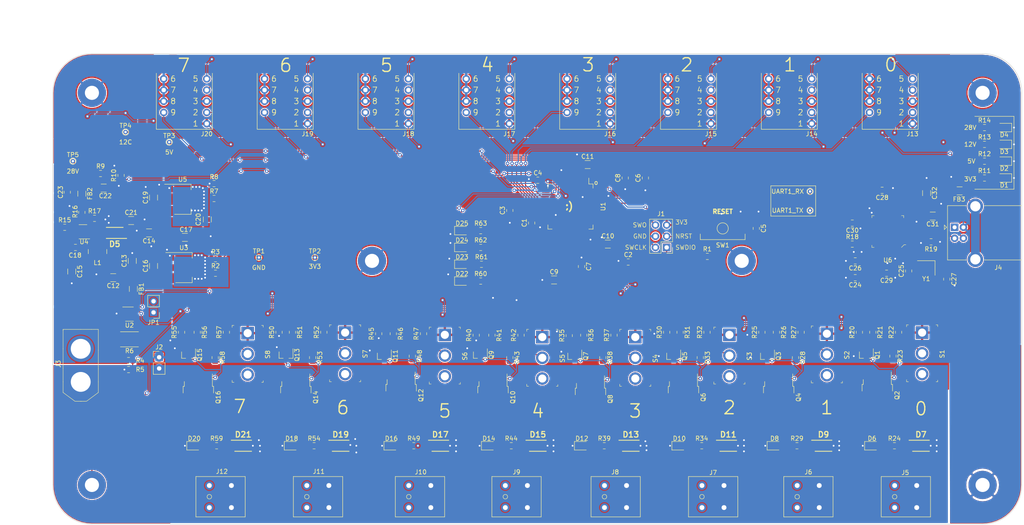
<source format=kicad_pcb>
(kicad_pcb (version 20171130) (host pcbnew "(5.1.0)-1")
  (title_block (title "Prop Support Board") (date 2019-03-30) (rev A) (company MASA) (comment 1 "Alex Davenport"))
  (layers (0 F.Cu signal) (31 B.Cu power) (34 B.Paste user hide) (35 F.Paste user hide) (36 B.SilkS user) (37 F.SilkS user) (38 B.Mask user) (39 F.Mask user) (44 Edge.Cuts user))
  (net 0 "")
  (net 1 "Net-(C1-Pad1)")
  (net 2 GND)
  (net 3 +3V3)
  (net 4 NRST)
  (net 5 +12C)
  (net 6 +5V)
  (net 7 "Net-(C21-Pad1)")
  (net 8 +28V)
  (net 9 "Net-(C24-Pad1)")
  (net 10 "Net-(C25-Pad1)")
  (net 11 "Net-(C26-Pad1)")
  (net 12 "Net-(C27-Pad1)")
  (net 13 "Net-(D1-Pad2)")
  (net 14 "Net-(D2-Pad2)")
  (net 15 "Net-(D3-Pad2)")
  (net 16 "Net-(D4-Pad2)")
  (net 17 "Net-(D5-Pad2)")
  (net 18 GNDPWR)
  (net 19 "Net-(D6-Pad2)")
  (net 20 vlv0p)
  (net 21 "Net-(D8-Pad2)")
  (net 22 vlv1p)
  (net 23 "Net-(D10-Pad2)")
  (net 24 vlv2p)
  (net 25 "Net-(D12-Pad2)")
  (net 26 vlv3p)
  (net 27 "Net-(D14-Pad2)")
  (net 28 vlv4p)
  (net 29 "Net-(D16-Pad2)")
  (net 30 vlv5p)
  (net 31 "Net-(D18-Pad2)")
  (net 32 vlv6p)
  (net 33 "Net-(D20-Pad2)")
  (net 34 vlv7p)
  (net 35 "Net-(D22-Pad2)")
  (net 36 "Net-(D23-Pad2)")
  (net 37 "Net-(D24-Pad2)")
  (net 38 "Net-(D25-Pad2)")
  (net 39 "Net-(FB1-Pad2)")
  (net 40 "Net-(FB3-Pad2)")
  (net 41 SWDIO)
  (net 42 SWCLK)
  (net 43 SWO)
  (net 44 "Net-(J4-Pad1)")
  (net 45 usb_data_n)
  (net 46 usb_data_p)
  (net 47 +12V)
  (net 48 sig0)
  (net 49 sig1)
  (net 50 sig2)
  (net 51 sig3)
  (net 52 sig4)
  (net 53 sig5)
  (net 54 sig6)
  (net 55 sig7)
  (net 56 "Net-(Q1-Pad3)")
  (net 57 "Net-(Q1-Pad1)")
  (net 58 "Net-(Q3-Pad3)")
  (net 59 "Net-(Q3-Pad1)")
  (net 60 "Net-(Q5-Pad3)")
  (net 61 "Net-(Q5-Pad1)")
  (net 62 "Net-(Q7-Pad1)")
  (net 63 "Net-(Q7-Pad3)")
  (net 64 "Net-(Q10-Pad1)")
  (net 65 "Net-(Q9-Pad1)")
  (net 66 "Net-(Q11-Pad1)")
  (net 67 "Net-(Q11-Pad3)")
  (net 68 "Net-(Q13-Pad1)")
  (net 69 "Net-(Q13-Pad3)")
  (net 70 "Net-(Q15-Pad1)")
  (net 71 "Net-(Q15-Pad3)")
  (net 72 e3v3)
  (net 73 vbatt)
  (net 74 ebatt)
  (net 75 e5v)
  (net 76 e28v)
  (net 77 "Net-(R15-Pad2)")
  (net 78 "Net-(R16-Pad2)")
  (net 79 "Net-(R18-Pad2)")
  (net 80 "Net-(R19-Pad2)")
  (net 81 en_vlv0)
  (net 82 "Net-(R22-Pad1)")
  (net 83 en_vlv1)
  (net 84 "Net-(R27-Pad1)")
  (net 85 en_vlv2)
  (net 86 "Net-(R32-Pad1)")
  (net 87 en_vlv3)
  (net 88 "Net-(R37-Pad1)")
  (net 89 en_vlv4)
  (net 90 "Net-(R42-Pad1)")
  (net 91 en_vlv5)
  (net 92 "Net-(R47-Pad1)")
  (net 93 en_vlv6)
  (net 94 "Net-(R52-Pad1)")
  (net 95 en_vlv7)
  (net 96 "Net-(R57-Pad1)")
  (net 97 LED_0)
  (net 98 LED_1)
  (net 99 LED_2)
  (net 100 LED_3)
  (net 101 "Net-(S1-Pad3)")
  (net 102 "Net-(S2-Pad3)")
  (net 103 "Net-(S3-Pad3)")
  (net 104 "Net-(S4-Pad3)")
  (net 105 "Net-(S5-Pad3)")
  (net 106 "Net-(S6-Pad3)")
  (net 107 "Net-(S7-Pad3)")
  (net 108 "Net-(S8-Pad3)")
  (net 109 USART1_RX)
  (net 110 USART1_TX)
  (net 111 "Net-(U1-Pad1)")
  (net 112 "Net-(U1-Pad2)")
  (net 113 "Net-(U1-Pad3)")
  (net 114 "Net-(U1-Pad4)")
  (net 115 "Net-(U1-Pad5)")
  (net 116 "Net-(U1-Pad6)")
  (net 117 "Net-(U1-Pad11)")
  (net 118 ibus)
  (net 119 "Net-(U1-Pad24)")
  (net 120 "Net-(U1-Pad25)")
  (net 121 "Net-(U1-Pad28)")
  (net 122 "Net-(U1-Pad29)")
  (net 123 "Net-(U1-Pad45)")
  (net 124 "Net-(U1-Pad50)")
  (net 125 "Net-(U1-Pad51)")
  (net 126 "Net-(U1-Pad52)")
  (net 127 "Net-(U1-Pad53)")
  (net 128 "Net-(U1-Pad54)")
  (net 129 "Net-(U1-Pad56)")
  (net 130 "Net-(U1-Pad57)")
  (net 131 "Net-(U1-Pad61)")
  (net 132 "Net-(U1-Pad62)")
  (net 133 "Net-(U6-Pad43)")
  (net 134 "Net-(U6-Pad44)")
  (net 135 "Net-(U6-Pad45)")
  (net 136 "Net-(U6-Pad15)")
  (net 137 "Net-(U6-Pad16)")
  (net 138 "Net-(U6-Pad17)")
  (net 139 "Net-(U6-Pad18)")
  (net 140 "Net-(U6-Pad19)")
  (net 141 "Net-(U6-Pad20)")
  (net 142 "Net-(U6-Pad21)")
  (net 143 "Net-(U6-Pad25)")
  (net 144 "Net-(U6-Pad26)")
  (net 145 "Net-(U6-Pad27)")
  (net 146 "Net-(U6-Pad28)")
  (net 147 "Net-(U6-Pad29)")
  (net 148 "Net-(U6-Pad30)")
  (net 149 "Net-(U6-Pad31)")
  (net 150 "Net-(U6-Pad32)")
  (net 151 "Net-(U6-Pad33)")
  (net 152 "Net-(Y1-Pad2)")
  (net 153 "Net-(Y1-Pad4)")
  (module davenport_kicad_footprints:1864435 (layer F.Cu) (at 222.631 149.479)
    (fp_text reference J5 (at -0.127 0.127) (layer F.SilkS))
    (fp_text value Screw_Terminal_01x02)
    (pad 2 thru_hole circle (at 2.46 8.048) (size 2 2) (drill 1.1) (layers *.Cu *.Mask) (net 18 GNDPWR))
    (pad 1 thru_hole circle (at -2.54 8.048) (size 2 2) (drill 1.1) (layers *.Cu *.Mask) (net 20 vlv0p))
    (pad 2 thru_hole circle (at 2.46 3.048) (size 2 2) (drill 1.1) (layers *.Cu *.Mask) (net 18 GNDPWR))
    (pad 1 thru_hole circle (at -2.54 3.048) (size 2 2) (drill 1.1) (layers *.Cu *.Mask) (net 20 vlv0p))
  )
  (module davenport_kicad_footprints:1864435 (layer F.Cu) (at 200.533 149.479)
    (fp_text reference J6 (at 0 0) (layer F.SilkS))
    (fp_text value Screw_Terminal_01x02)
    (pad 2 thru_hole circle (at 2.46 8.048) (size 2 2) (drill 1.1) (layers *.Cu *.Mask) (net 18 GNDPWR))
    (pad 1 thru_hole circle (at -2.54 8.048) (size 2 2) (drill 1.1) (layers *.Cu *.Mask) (net 22 vlv1p))
    (pad 2 thru_hole circle (at 2.46 3.048) (size 2 2) (drill 1.1) (layers *.Cu *.Mask) (net 18 GNDPWR))
    (pad 1 thru_hole circle (at -2.54 3.048) (size 2 2) (drill 1.1) (layers *.Cu *.Mask) (net 22 vlv1p))
  )
  (module davenport_kicad_footprints:1864435 (layer F.Cu) (at 178.943 149.479)
    (fp_text reference J7 (at 0 0.127) (layer F.SilkS))
    (fp_text value Screw_Terminal_01x02)
    (pad 2 thru_hole circle (at 2.46 8.048) (size 2 2) (drill 1.1) (layers *.Cu *.Mask) (net 18 GNDPWR))
    (pad 1 thru_hole circle (at -2.54 8.048) (size 2 2) (drill 1.1) (layers *.Cu *.Mask) (net 24 vlv2p))
    (pad 2 thru_hole circle (at 2.46 3.048) (size 2 2) (drill 1.1) (layers *.Cu *.Mask) (net 18 GNDPWR))
    (pad 1 thru_hole circle (at -2.54 3.048) (size 2 2) (drill 1.1) (layers *.Cu *.Mask) (net 24 vlv2p))
  )
  (module davenport_kicad_footprints:1864435 (layer F.Cu) (at 156.845 149.479)
    (fp_text reference J8 (at -0.127 0) (layer F.SilkS))
    (fp_text value Screw_Terminal_01x02)
    (pad 2 thru_hole circle (at 2.46 8.048) (size 2 2) (drill 1.1) (layers *.Cu *.Mask) (net 18 GNDPWR))
    (pad 1 thru_hole circle (at -2.54 8.048) (size 2 2) (drill 1.1) (layers *.Cu *.Mask) (net 26 vlv3p))
    (pad 2 thru_hole circle (at 2.46 3.048) (size 2 2) (drill 1.1) (layers *.Cu *.Mask) (net 18 GNDPWR))
    (pad 1 thru_hole circle (at -2.54 3.048) (size 2 2) (drill 1.1) (layers *.Cu *.Mask) (net 26 vlv3p))
  )
  (module davenport_kicad_footprints:1864435 (layer F.Cu) (at 134.366 149.479)
    (fp_text reference J9 (at 0 0) (layer F.SilkS))
    (fp_text value Screw_Terminal_01x02)
    (pad 2 thru_hole circle (at 2.46 8.048) (size 2 2) (drill 1.1) (layers *.Cu *.Mask) (net 18 GNDPWR))
    (pad 1 thru_hole circle (at -2.54 8.048) (size 2 2) (drill 1.1) (layers *.Cu *.Mask) (net 28 vlv4p))
    (pad 2 thru_hole circle (at 2.46 3.048) (size 2 2) (drill 1.1) (layers *.Cu *.Mask) (net 18 GNDPWR))
    (pad 1 thru_hole circle (at -2.54 3.048) (size 2 2) (drill 1.1) (layers *.Cu *.Mask) (net 28 vlv4p))
  )
  (module davenport_kicad_footprints:1864435 (layer F.Cu) (at 112.475 149.479)
    (fp_text reference J10 (at 0.174 0) (layer F.SilkS))
    (fp_text value Screw_Terminal_01x02)
    (pad 2 thru_hole circle (at 2.46 8.048) (size 2 2) (drill 1.1) (layers *.Cu *.Mask) (net 18 GNDPWR))
    (pad 1 thru_hole circle (at -2.54 8.048) (size 2 2) (drill 1.1) (layers *.Cu *.Mask) (net 30 vlv5p))
    (pad 2 thru_hole circle (at 2.46 3.048) (size 2 2) (drill 1.1) (layers *.Cu *.Mask) (net 18 GNDPWR))
    (pad 1 thru_hole circle (at -2.54 3.048) (size 2 2) (drill 1.1) (layers *.Cu *.Mask) (net 30 vlv5p))
  )
  (module davenport_kicad_footprints:1864435 (layer F.Cu) (at 89.361 149.479)
    (fp_text reference J11 (at 0.174 -0.127) (layer F.SilkS))
    (fp_text value Screw_Terminal_01x02)
    (pad 2 thru_hole circle (at 2.46 8.048) (size 2 2) (drill 1.1) (layers *.Cu *.Mask) (net 18 GNDPWR))
    (pad 1 thru_hole circle (at -2.54 8.048) (size 2 2) (drill 1.1) (layers *.Cu *.Mask) (net 32 vlv6p))
    (pad 2 thru_hole circle (at 2.46 3.048) (size 2 2) (drill 1.1) (layers *.Cu *.Mask) (net 18 GNDPWR))
    (pad 1 thru_hole circle (at -2.54 3.048) (size 2 2) (drill 1.1) (layers *.Cu *.Mask) (net 32 vlv6p))
  )
  (module davenport_kicad_footprints:1864435 (layer F.Cu) (at 67.263 149.479)
    (fp_text reference J12 (at 0.301 -0.127) (layer F.SilkS))
    (fp_text value Screw_Terminal_01x02)
    (pad 2 thru_hole circle (at 2.46 8.048) (size 2 2) (drill 1.1) (layers *.Cu *.Mask) (net 18 GNDPWR))
    (pad 1 thru_hole circle (at -2.54 8.048) (size 2 2) (drill 1.1) (layers *.Cu *.Mask) (net 34 vlv7p))
    (pad 2 thru_hole circle (at 2.46 3.048) (size 2 2) (drill 1.1) (layers *.Cu *.Mask) (net 18 GNDPWR))
    (pad 1 thru_hole circle (at -2.54 3.048) (size 2 2) (drill 1.1) (layers *.Cu *.Mask) (net 34 vlv7p))
  )
  (module davenport_kicad_footprints:DaughterBoardConnector (layer F.Cu) (at 64.135 70.485 180)
    (fp_text reference J20 (at 0 -2.33 180) (layer F.SilkS))
    (fp_text value Conn_01x09_Female)
    (fp_text user 6 (at 7.62 10.16 180) (layer F.SilkS) (effects (font (size 1.27 1.27))))
    (fp_text user 7 (at 7.62 7.62 180) (layer F.SilkS) (effects (font (size 1.27 1.27))))
    (fp_text user 8 (at 7.62 5.08 180) (layer F.SilkS) (effects (font (size 1.27 1.27))))
    (fp_text user 9 (at 7.62 2.54 180) (layer F.SilkS) (effects (font (size 1.27 1.27))))
    (fp_text user 5 (at 2.54 10.16 180) (layer F.SilkS) (effects (font (size 1.27 1.27))))
    (fp_text user 4 (at 2.54 7.62 180) (layer F.SilkS) (effects (font (size 1.27 1.27))))
    (fp_text user 3 (at 2.54 5.08 180) (layer F.SilkS) (effects (font (size 1.27 1.27))))
    (fp_text user 2 (at 2.54 2.54 180) (layer F.SilkS) (effects (font (size 1.27 1.27))))
    (fp_text user 1 (at 2.54 0 180) (layer F.SilkS) (effects (font (size 1.27 1.27))))
    (pad 5 thru_hole oval (at 0 10.16 180) (size 1.7 1.7) (drill 1) (layers *.Cu *.Mask) (net 8 +28V))
    (pad 6 thru_hole oval (at 9.76 10.16 180) (size 1.7 1.7) (drill 1) (layers *.Cu *.Mask) (net 2 GND))
    (pad 4 thru_hole oval (at 0 7.62 180) (size 1.7 1.7) (drill 1) (layers *.Cu *.Mask) (net 5 +12C))
    (pad 7 thru_hole oval (at 9.76 7.62 180) (size 1.7 1.7) (drill 1) (layers *.Cu *.Mask) (net 2 GND))
    (pad 3 thru_hole oval (at 0 5.08 180) (size 1.7 1.7) (drill 1) (layers *.Cu *.Mask) (net 2 GND))
    (pad 8 thru_hole oval (at 9.76 5.08 180) (size 1.7 1.7) (drill 1) (layers *.Cu *.Mask) (net 2 GND))
    (pad 2 thru_hole oval (at 0 2.54 180) (size 1.7 1.7) (drill 1) (layers *.Cu *.Mask) (net 6 +5V))
    (pad 9 thru_hole oval (at 9.76 2.54 180) (size 1.7 1.7) (drill 1) (layers *.Cu *.Mask) (net 55 sig7))
    (pad 1 thru_hole oval (at 0 0 180) (size 1.7 1.7) (drill 1) (layers *.Cu *.Mask) (net 3 +3V3))
  )
  (module davenport_kicad_footprints:DaughterBoardConnector (layer F.Cu) (at 224.155 70.485 180)
    (fp_text reference J13 (at 0 -2.33 180) (layer F.SilkS))
    (fp_text value Conn_01x09_Female)
    (fp_text user 6 (at 7.62 10.16 180) (layer F.SilkS) (effects (font (size 1.27 1.27))))
    (fp_text user 7 (at 7.62 7.62 180) (layer F.SilkS) (effects (font (size 1.27 1.27))))
    (fp_text user 8 (at 7.62 5.08 180) (layer F.SilkS) (effects (font (size 1.27 1.27))))
    (fp_text user 9 (at 7.62 2.54 180) (layer F.SilkS) (effects (font (size 1.27 1.27))))
    (fp_text user 5 (at 2.54 10.16 180) (layer F.SilkS) (effects (font (size 1.27 1.27))))
    (fp_text user 4 (at 2.54 7.62 180) (layer F.SilkS) (effects (font (size 1.27 1.27))))
    (fp_text user 3 (at 2.54 5.08 180) (layer F.SilkS) (effects (font (size 1.27 1.27))))
    (fp_text user 2 (at 2.54 2.54 180) (layer F.SilkS) (effects (font (size 1.27 1.27))))
    (fp_text user 1 (at 2.54 0 180) (layer F.SilkS) (effects (font (size 1.27 1.27))))
    (pad 5 thru_hole oval (at 0 10.16 180) (size 1.7 1.7) (drill 1) (layers *.Cu *.Mask) (net 8 +28V))
    (pad 6 thru_hole oval (at 9.76 10.16 180) (size 1.7 1.7) (drill 1) (layers *.Cu *.Mask) (net 2 GND))
    (pad 4 thru_hole oval (at 0 7.62 180) (size 1.7 1.7) (drill 1) (layers *.Cu *.Mask) (net 5 +12C))
    (pad 7 thru_hole oval (at 9.76 7.62 180) (size 1.7 1.7) (drill 1) (layers *.Cu *.Mask) (net 2 GND))
    (pad 3 thru_hole oval (at 0 5.08 180) (size 1.7 1.7) (drill 1) (layers *.Cu *.Mask) (net 2 GND))
    (pad 8 thru_hole oval (at 9.76 5.08 180) (size 1.7 1.7) (drill 1) (layers *.Cu *.Mask) (net 2 GND))
    (pad 2 thru_hole oval (at 0 2.54 180) (size 1.7 1.7) (drill 1) (layers *.Cu *.Mask) (net 6 +5V))
    (pad 9 thru_hole oval (at 9.76 2.54 180) (size 1.7 1.7) (drill 1) (layers *.Cu *.Mask) (net 48 sig0))
    (pad 1 thru_hole oval (at 0 0 180) (size 1.7 1.7) (drill 1) (layers *.Cu *.Mask) (net 3 +3V3))
  )
  (module davenport_kicad_footprints:DaughterBoardConnector (layer F.Cu) (at 201.295 70.485 180)
    (fp_text reference J14 (at 0 -2.33 180) (layer F.SilkS))
    (fp_text value Conn_01x09_Female)
    (fp_text user 6 (at 7.62 10.16 180) (layer F.SilkS) (effects (font (size 1.27 1.27))))
    (fp_text user 7 (at 7.62 7.62 180) (layer F.SilkS) (effects (font (size 1.27 1.27))))
    (fp_text user 8 (at 7.62 5.08 180) (layer F.SilkS) (effects (font (size 1.27 1.27))))
    (fp_text user 9 (at 7.62 2.54 180) (layer F.SilkS) (effects (font (size 1.27 1.27))))
    (fp_text user 5 (at 2.54 10.16 180) (layer F.SilkS) (effects (font (size 1.27 1.27))))
    (fp_text user 4 (at 2.54 7.62 180) (layer F.SilkS) (effects (font (size 1.27 1.27))))
    (fp_text user 3 (at 2.54 5.08 180) (layer F.SilkS) (effects (font (size 1.27 1.27))))
    (fp_text user 2 (at 2.54 2.54 180) (layer F.SilkS) (effects (font (size 1.27 1.27))))
    (fp_text user 1 (at 2.54 0 180) (layer F.SilkS) (effects (font (size 1.27 1.27))))
    (pad 5 thru_hole oval (at 0 10.16 180) (size 1.7 1.7) (drill 1) (layers *.Cu *.Mask) (net 8 +28V))
    (pad 6 thru_hole oval (at 9.76 10.16 180) (size 1.7 1.7) (drill 1) (layers *.Cu *.Mask) (net 2 GND))
    (pad 4 thru_hole oval (at 0 7.62 180) (size 1.7 1.7) (drill 1) (layers *.Cu *.Mask) (net 5 +12C))
    (pad 7 thru_hole oval (at 9.76 7.62 180) (size 1.7 1.7) (drill 1) (layers *.Cu *.Mask) (net 2 GND))
    (pad 3 thru_hole oval (at 0 5.08 180) (size 1.7 1.7) (drill 1) (layers *.Cu *.Mask) (net 2 GND))
    (pad 8 thru_hole oval (at 9.76 5.08 180) (size 1.7 1.7) (drill 1) (layers *.Cu *.Mask) (net 2 GND))
    (pad 2 thru_hole oval (at 0 2.54 180) (size 1.7 1.7) (drill 1) (layers *.Cu *.Mask) (net 6 +5V))
    (pad 9 thru_hole oval (at 9.76 2.54 180) (size 1.7 1.7) (drill 1) (layers *.Cu *.Mask) (net 49 sig1))
    (pad 1 thru_hole oval (at 0 0 180) (size 1.7 1.7) (drill 1) (layers *.Cu *.Mask) (net 3 +3V3))
  )
  (module davenport_kicad_footprints:DaughterBoardConnector (layer F.Cu) (at 178.435 70.485 180)
    (fp_text reference J15 (at 0 -2.33 180) (layer F.SilkS))
    (fp_text value Conn_01x09_Female)
    (fp_text user 6 (at 7.62 10.16 180) (layer F.SilkS) (effects (font (size 1.27 1.27))))
    (fp_text user 7 (at 7.62 7.62 180) (layer F.SilkS) (effects (font (size 1.27 1.27))))
    (fp_text user 8 (at 7.62 5.08 180) (layer F.SilkS) (effects (font (size 1.27 1.27))))
    (fp_text user 9 (at 7.62 2.54 180) (layer F.SilkS) (effects (font (size 1.27 1.27))))
    (fp_text user 5 (at 2.54 10.16 180) (layer F.SilkS) (effects (font (size 1.27 1.27))))
    (fp_text user 4 (at 2.54 7.62 180) (layer F.SilkS) (effects (font (size 1.27 1.27))))
    (fp_text user 3 (at 2.54 5.08 180) (layer F.SilkS) (effects (font (size 1.27 1.27))))
    (fp_text user 2 (at 2.54 2.54 180) (layer F.SilkS) (effects (font (size 1.27 1.27))))
    (fp_text user 1 (at 2.54 0 180) (layer F.SilkS) (effects (font (size 1.27 1.27))))
    (pad 5 thru_hole oval (at 0 10.16 180) (size 1.7 1.7) (drill 1) (layers *.Cu *.Mask) (net 8 +28V))
    (pad 6 thru_hole oval (at 9.76 10.16 180) (size 1.7 1.7) (drill 1) (layers *.Cu *.Mask) (net 2 GND))
    (pad 4 thru_hole oval (at 0 7.62 180) (size 1.7 1.7) (drill 1) (layers *.Cu *.Mask) (net 5 +12C))
    (pad 7 thru_hole oval (at 9.76 7.62 180) (size 1.7 1.7) (drill 1) (layers *.Cu *.Mask) (net 2 GND))
    (pad 3 thru_hole oval (at 0 5.08 180) (size 1.7 1.7) (drill 1) (layers *.Cu *.Mask) (net 2 GND))
    (pad 8 thru_hole oval (at 9.76 5.08 180) (size 1.7 1.7) (drill 1) (layers *.Cu *.Mask) (net 2 GND))
    (pad 2 thru_hole oval (at 0 2.54 180) (size 1.7 1.7) (drill 1) (layers *.Cu *.Mask) (net 6 +5V))
    (pad 9 thru_hole oval (at 9.76 2.54 180) (size 1.7 1.7) (drill 1) (layers *.Cu *.Mask) (net 50 sig2))
    (pad 1 thru_hole oval (at 0 0 180) (size 1.7 1.7) (drill 1) (layers *.Cu *.Mask) (net 3 +3V3))
  )
  (module davenport_kicad_footprints:DaughterBoardConnector (layer F.Cu) (at 155.575 70.485 180)
    (fp_text reference J16 (at 0 -2.33 180) (layer F.SilkS))
    (fp_text value Conn_01x09_Female)
    (fp_text user 6 (at 7.62 10.16 180) (layer F.SilkS) (effects (font (size 1.27 1.27))))
    (fp_text user 7 (at 7.62 7.62 180) (layer F.SilkS) (effects (font (size 1.27 1.27))))
    (fp_text user 8 (at 7.62 5.08 180) (layer F.SilkS) (effects (font (size 1.27 1.27))))
    (fp_text user 9 (at 7.62 2.54 180) (layer F.SilkS) (effects (font (size 1.27 1.27))))
    (fp_text user 5 (at 2.54 10.16 180) (layer F.SilkS) (effects (font (size 1.27 1.27))))
    (fp_text user 4 (at 2.54 7.62 180) (layer F.SilkS) (effects (font (size 1.27 1.27))))
    (fp_text user 3 (at 2.54 5.08 180) (layer F.SilkS) (effects (font (size 1.27 1.27))))
    (fp_text user 2 (at 2.54 2.54 180) (layer F.SilkS) (effects (font (size 1.27 1.27))))
    (fp_text user 1 (at 2.54 0 180) (layer F.SilkS) (effects (font (size 1.27 1.27))))
    (pad 5 thru_hole oval (at 0 10.16 180) (size 1.7 1.7) (drill 1) (layers *.Cu *.Mask) (net 8 +28V))
    (pad 6 thru_hole oval (at 9.76 10.16 180) (size 1.7 1.7) (drill 1) (layers *.Cu *.Mask) (net 2 GND))
    (pad 4 thru_hole oval (at 0 7.62 180) (size 1.7 1.7) (drill 1) (layers *.Cu *.Mask) (net 5 +12C))
    (pad 7 thru_hole oval (at 9.76 7.62 180) (size 1.7 1.7) (drill 1) (layers *.Cu *.Mask) (net 2 GND))
    (pad 3 thru_hole oval (at 0 5.08 180) (size 1.7 1.7) (drill 1) (layers *.Cu *.Mask) (net 2 GND))
    (pad 8 thru_hole oval (at 9.76 5.08 180) (size 1.7 1.7) (drill 1) (layers *.Cu *.Mask) (net 2 GND))
    (pad 2 thru_hole oval (at 0 2.54 180) (size 1.7 1.7) (drill 1) (layers *.Cu *.Mask) (net 6 +5V))
    (pad 9 thru_hole oval (at 9.76 2.54 180) (size 1.7 1.7) (drill 1) (layers *.Cu *.Mask) (net 51 sig3))
    (pad 1 thru_hole oval (at 0 0 180) (size 1.7 1.7) (drill 1) (layers *.Cu *.Mask) (net 3 +3V3))
  )
  (module davenport_kicad_footprints:DaughterBoardConnector (layer F.Cu) (at 132.715 70.485 180)
    (fp_text reference J17 (at 0 -2.33 180) (layer F.SilkS))
    (fp_text value Conn_01x09_Female)
    (fp_text user 6 (at 7.62 10.16 180) (layer F.SilkS) (effects (font (size 1.27 1.27))))
    (fp_text user 7 (at 7.62 7.62 180) (layer F.SilkS) (effects (font (size 1.27 1.27))))
    (fp_text user 8 (at 7.62 5.08 180) (layer F.SilkS) (effects (font (size 1.27 1.27))))
    (fp_text user 9 (at 7.62 2.54 180) (layer F.SilkS) (effects (font (size 1.27 1.27))))
    (fp_text user 5 (at 2.54 10.16 180) (layer F.SilkS) (effects (font (size 1.27 1.27))))
    (fp_text user 4 (at 2.54 7.62 180) (layer F.SilkS) (effects (font (size 1.27 1.27))))
    (fp_text user 3 (at 2.54 5.08 180) (layer F.SilkS) (effects (font (size 1.27 1.27))))
    (fp_text user 2 (at 2.54 2.54 180) (layer F.SilkS) (effects (font (size 1.27 1.27))))
    (fp_text user 1 (at 2.54 0 180) (layer F.SilkS) (effects (font (size 1.27 1.27))))
    (pad 5 thru_hole oval (at 0 10.16 180) (size 1.7 1.7) (drill 1) (layers *.Cu *.Mask) (net 8 +28V))
    (pad 6 thru_hole oval (at 9.76 10.16 180) (size 1.7 1.7) (drill 1) (layers *.Cu *.Mask) (net 2 GND))
    (pad 4 thru_hole oval (at 0 7.62 180) (size 1.7 1.7) (drill 1) (layers *.Cu *.Mask) (net 5 +12C))
    (pad 7 thru_hole oval (at 9.76 7.62 180) (size 1.7 1.7) (drill 1) (layers *.Cu *.Mask) (net 2 GND))
    (pad 3 thru_hole oval (at 0 5.08 180) (size 1.7 1.7) (drill 1) (layers *.Cu *.Mask) (net 2 GND))
    (pad 8 thru_hole oval (at 9.76 5.08 180) (size 1.7 1.7) (drill 1) (layers *.Cu *.Mask) (net 2 GND))
    (pad 2 thru_hole oval (at 0 2.54 180) (size 1.7 1.7) (drill 1) (layers *.Cu *.Mask) (net 6 +5V))
    (pad 9 thru_hole oval (at 9.76 2.54 180) (size 1.7 1.7) (drill 1) (layers *.Cu *.Mask) (net 52 sig4))
    (pad 1 thru_hole oval (at 0 0 180) (size 1.7 1.7) (drill 1) (layers *.Cu *.Mask) (net 3 +3V3))
  )
  (module davenport_kicad_footprints:DaughterBoardConnector (layer F.Cu) (at 109.855 70.485 180)
    (fp_text reference J18 (at 0 -2.33 180) (layer F.SilkS))
    (fp_text value Conn_01x09_Female)
    (fp_text user 6 (at 7.62 10.16 180) (layer F.SilkS) (effects (font (size 1.27 1.27))))
    (fp_text user 7 (at 7.62 7.62 180) (layer F.SilkS) (effects (font (size 1.27 1.27))))
    (fp_text user 8 (at 7.62 5.08 180) (layer F.SilkS) (effects (font (size 1.27 1.27))))
    (fp_text user 9 (at 7.62 2.54 180) (layer F.SilkS) (effects (font (size 1.27 1.27))))
    (fp_text user 5 (at 2.54 10.16 180) (layer F.SilkS) (effects (font (size 1.27 1.27))))
    (fp_text user 4 (at 2.54 7.62 180) (layer F.SilkS) (effects (font (size 1.27 1.27))))
    (fp_text user 3 (at 2.54 5.08 180) (layer F.SilkS) (effects (font (size 1.27 1.27))))
    (fp_text user 2 (at 2.54 2.54 180) (layer F.SilkS) (effects (font (size 1.27 1.27))))
    (fp_text user 1 (at 2.54 0 180) (layer F.SilkS) (effects (font (size 1.27 1.27))))
    (pad 5 thru_hole oval (at 0 10.16 180) (size 1.7 1.7) (drill 1) (layers *.Cu *.Mask) (net 8 +28V))
    (pad 6 thru_hole oval (at 9.76 10.16 180) (size 1.7 1.7) (drill 1) (layers *.Cu *.Mask) (net 2 GND))
    (pad 4 thru_hole oval (at 0 7.62 180) (size 1.7 1.7) (drill 1) (layers *.Cu *.Mask) (net 5 +12C))
    (pad 7 thru_hole oval (at 9.76 7.62 180) (size 1.7 1.7) (drill 1) (layers *.Cu *.Mask) (net 2 GND))
    (pad 3 thru_hole oval (at 0 5.08 180) (size 1.7 1.7) (drill 1) (layers *.Cu *.Mask) (net 2 GND))
    (pad 8 thru_hole oval (at 9.76 5.08 180) (size 1.7 1.7) (drill 1) (layers *.Cu *.Mask) (net 2 GND))
    (pad 2 thru_hole oval (at 0 2.54 180) (size 1.7 1.7) (drill 1) (layers *.Cu *.Mask) (net 6 +5V))
    (pad 9 thru_hole oval (at 9.76 2.54 180) (size 1.7 1.7) (drill 1) (layers *.Cu *.Mask) (net 53 sig5))
    (pad 1 thru_hole oval (at 0 0 180) (size 1.7 1.7) (drill 1) (layers *.Cu *.Mask) (net 3 +3V3))
  )
  (module davenport_kicad_footprints:DaughterBoardConnector (layer F.Cu) (at 86.995 70.485 180)
    (fp_text reference J19 (at 0 -2.33 180) (layer F.SilkS))
    (fp_text value Conn_01x09_Female)
    (fp_text user 6 (at 7.62 10.16 180) (layer F.SilkS) (effects (font (size 1.27 1.27))))
    (fp_text user 7 (at 7.62 7.62 180) (layer F.SilkS) (effects (font (size 1.27 1.27))))
    (fp_text user 8 (at 7.62 5.08 180) (layer F.SilkS) (effects (font (size 1.27 1.27))))
    (fp_text user 9 (at 7.62 2.54 180) (layer F.SilkS) (effects (font (size 1.27 1.27))))
    (fp_text user 5 (at 2.54 10.16 180) (layer F.SilkS) (effects (font (size 1.27 1.27))))
    (fp_text user 4 (at 2.54 7.62 180) (layer F.SilkS) (effects (font (size 1.27 1.27))))
    (fp_text user 3 (at 2.54 5.08 180) (layer F.SilkS) (effects (font (size 1.27 1.27))))
    (fp_text user 2 (at 2.54 2.54 180) (layer F.SilkS) (effects (font (size 1.27 1.27))))
    (fp_text user 1 (at 2.54 0 180) (layer F.SilkS) (effects (font (size 1.27 1.27))))
    (pad 5 thru_hole oval (at 0 10.16 180) (size 1.7 1.7) (drill 1) (layers *.Cu *.Mask) (net 8 +28V))
    (pad 6 thru_hole oval (at 9.76 10.16 180) (size 1.7 1.7) (drill 1) (layers *.Cu *.Mask) (net 2 GND))
    (pad 4 thru_hole oval (at 0 7.62 180) (size 1.7 1.7) (drill 1) (layers *.Cu *.Mask) (net 5 +12C))
    (pad 7 thru_hole oval (at 9.76 7.62 180) (size 1.7 1.7) (drill 1) (layers *.Cu *.Mask) (net 2 GND))
    (pad 3 thru_hole oval (at 0 5.08 180) (size 1.7 1.7) (drill 1) (layers *.Cu *.Mask) (net 2 GND))
    (pad 8 thru_hole oval (at 9.76 5.08 180) (size 1.7 1.7) (drill 1) (layers *.Cu *.Mask) (net 2 GND))
    (pad 2 thru_hole oval (at 0 2.54 180) (size 1.7 1.7) (drill 1) (layers *.Cu *.Mask) (net 6 +5V))
    (pad 9 thru_hole oval (at 9.76 2.54 180) (size 1.7 1.7) (drill 1) (layers *.Cu *.Mask) (net 54 sig6))
    (pad 1 thru_hole oval (at 0 0 180) (size 1.7 1.7) (drill 1) (layers *.Cu *.Mask) (net 3 +3V3))
  )
  (module davenport_kicad_footprints:logowname (layer F.Cu) (at 240.284 131.572 90)
    (fp_text reference G*** hide)
    (fp_text value LOGO hide)
  )
  (module digikey-footprints:Toggle_Switch_100SP1T1B4M2QE (layer F.Cu) (at 182.626 118.364 270)
    (fp_text reference S3 (at 4.84 -4.55 270) (layer F.SilkS))
    (fp_text value 100SP3T1B1M2QE)
    (pad 3 thru_hole circle (at 9.4 0 270) (size 2.85 2.85) (drill 1.85) (layers *.Cu *.Mask) (net 103 "Net-(S3-Pad3)"))
    (pad 2 thru_hole circle (at 4.7 0 270) (size 2.85 2.85) (drill 1.85) (layers *.Cu *.Mask) (net 86 "Net-(R32-Pad1)"))
    (pad 1 thru_hole rect (at 0 0 270) (size 2.85 2.85) (drill 1.85) (layers *.Cu *.Mask) (net 3 +3V3))
  )
  (module davenport_kicad_footprints:XT60 (layer F.Cu) (at 35.56 129.032 90)
    (fp_text reference J3 (at 4.064 -5.08 90) (layer F.SilkS))
    (fp_text value XT-60_female)
    (pad 2 thru_hole circle (at 7.5 0 90) (size 6 6) (drill 4.5) (layers *.Cu *.Mask) (net 73 vbatt))
    (pad 1 thru_hole circle (at 0 0 90) (size 6 6) (drill 4.5) (layers *.Cu *.Mask) (net 18 GNDPWR))
  )
  (module digikey-footprints:LQFP-48_7x7mm (layer F.Cu) (at 218.534999 94.934999 180)
    (fp_text reference U6 (at 0 -6.5 180) (layer F.SilkS))
    (fp_text value FT232H)
    (pad 7 smd rect (at -4.2 0.25 180) (size 1.2 0.35) (layers F.Cu F.Paste F.Mask) (net 46 usb_data_p))
    (pad 6 smd rect (at -4.2 -0.25 180) (size 1.2 0.35) (layers F.Cu F.Paste F.Mask) (net 45 usb_data_n))
    (pad 42 smd rect (at 0.25 -4.2 180) (size 0.35 1.2) (layers F.Cu F.Paste F.Mask) (net 2 GND))
    (pad 43 smd rect (at -0.25 -4.2 180) (size 0.35 1.2) (layers F.Cu F.Paste F.Mask) (net 133 "Net-(U6-Pad43)"))
    (pad 5 smd rect (at -4.2 -0.75 180) (size 1.2 0.35) (layers F.Cu F.Paste F.Mask) (net 80 "Net-(R19-Pad2)"))
    (pad 4 smd rect (at -4.2 -1.25 180) (size 1.2 0.35) (layers F.Cu F.Paste F.Mask) (net 2 GND))
    (pad 3 smd rect (at -4.2 -1.75 180) (size 1.2 0.35) (layers F.Cu F.Paste F.Mask) (net 3 +3V3))
    (pad 2 smd rect (at -4.2 -2.25 180) (size 1.2 0.35) (layers F.Cu F.Paste F.Mask) (net 12 "Net-(C27-Pad1)"))
    (pad 1 smd rect (at -4.2 -2.75 180) (size 1.2 0.35) (layers F.Cu F.Paste F.Mask) (net 10 "Net-(C25-Pad1)"))
    (pad 44 smd rect (at -0.75 -4.2 180) (size 0.35 1.2) (layers F.Cu F.Paste F.Mask) (net 134 "Net-(U6-Pad44)"))
    (pad 45 smd rect (at -1.25 -4.2 180) (size 0.35 1.2) (layers F.Cu F.Paste F.Mask) (net 135 "Net-(U6-Pad45)"))
    (pad 46 smd rect (at -1.75 -4.2 180) (size 0.35 1.2) (layers F.Cu F.Paste F.Mask) (net 3 +3V3))
    (pad 47 smd rect (at -2.25 -4.2 180) (size 0.35 1.2) (layers F.Cu F.Paste F.Mask) (net 2 GND))
    (pad 48 smd rect (at -2.75 -4.2 180) (size 0.35 1.2) (layers F.Cu F.Paste F.Mask) (net 2 GND))
    (pad 8 smd rect (at -4.2 0.75 180) (size 1.2 0.35) (layers F.Cu F.Paste F.Mask) (net 3 +3V3))
    (pad 9 smd rect (at -4.2 1.25 180) (size 1.2 0.35) (layers F.Cu F.Paste F.Mask) (net 2 GND))
    (pad 10 smd rect (at -4.2 1.75 180) (size 1.2 0.35) (layers F.Cu F.Paste F.Mask) (net 2 GND))
    (pad 11 smd rect (at -4.2 2.25 180) (size 1.2 0.35) (layers F.Cu F.Paste F.Mask) (net 2 GND))
    (pad 12 smd rect (at -4.2 2.75 180) (size 1.2 0.35) (layers F.Cu F.Paste F.Mask) (net 3 +3V3))
    (pad 41 smd rect (at 0.75 -4.2 180) (size 0.35 1.2) (layers F.Cu F.Paste F.Mask) (net 2 GND))
    (pad 40 smd rect (at 1.25 -4.2 180) (size 0.35 1.2) (layers F.Cu F.Paste F.Mask) (net 3 +3V3))
    (pad 39 smd rect (at 1.75 -4.2 180) (size 0.35 1.2) (layers F.Cu F.Paste F.Mask) (net 3 +3V3))
    (pad 38 smd rect (at 2.25 -4.2 180) (size 0.35 1.2) (layers F.Cu F.Paste F.Mask) (net 9 "Net-(C24-Pad1)"))
    (pad 37 smd rect (at 2.75 -4.2 180) (size 0.35 1.2) (layers F.Cu F.Paste F.Mask) (net 11 "Net-(C26-Pad1)"))
    (pad 13 smd rect (at -2.75 4.2 180) (size 0.35 1.2) (layers F.Cu F.Paste F.Mask) (net 109 USART1_RX))
    (pad 14 smd rect (at -2.25 4.2 180) (size 0.35 1.2) (layers F.Cu F.Paste F.Mask) (net 110 USART1_TX))
    (pad 15 smd rect (at -1.75 4.2 180) (size 0.35 1.2) (layers F.Cu F.Paste F.Mask) (net 136 "Net-(U6-Pad15)"))
    (pad 16 smd rect (at -1.25 4.2 180) (size 0.35 1.2) (layers F.Cu F.Paste F.Mask) (net 137 "Net-(U6-Pad16)"))
    (pad 17 smd rect (at -0.75 4.2 180) (size 0.35 1.2) (layers F.Cu F.Paste F.Mask) (net 138 "Net-(U6-Pad17)"))
    (pad 18 smd rect (at -0.25 4.2 180) (size 0.35 1.2) (layers F.Cu F.Paste F.Mask) (net 139 "Net-(U6-Pad18)"))
    (pad 19 smd rect (at 0.25 4.2 180) (size 0.35 1.2) (layers F.Cu F.Paste F.Mask) (net 140 "Net-(U6-Pad19)"))
    (pad 20 smd rect (at 0.75 4.2 180) (size 0.35 1.2) (layers F.Cu F.Paste F.Mask) (net 141 "Net-(U6-Pad20)"))
    (pad 21 smd rect (at 1.25 4.2 180) (size 0.35 1.2) (layers F.Cu F.Paste F.Mask) (net 142 "Net-(U6-Pad21)"))
    (pad 22 smd rect (at 1.75 4.2 180) (size 0.35 1.2) (layers F.Cu F.Paste F.Mask) (net 2 GND))
    (pad 23 smd rect (at 2.25 4.2 180) (size 0.35 1.2) (layers F.Cu F.Paste F.Mask) (net 2 GND))
    (pad 24 smd rect (at 2.75 4.2 180) (size 0.35 1.2) (layers F.Cu F.Paste F.Mask) (net 3 +3V3))
    (pad 25 smd rect (at 4.2 2.75 180) (size 1.2 0.35) (layers F.Cu F.Paste F.Mask) (net 143 "Net-(U6-Pad25)"))
    (pad 26 smd rect (at 4.2 2.25 180) (size 1.2 0.35) (layers F.Cu F.Paste F.Mask) (net 144 "Net-(U6-Pad26)"))
    (pad 27 smd rect (at 4.2 1.75 180) (size 1.2 0.35) (layers F.Cu F.Paste F.Mask) (net 145 "Net-(U6-Pad27)"))
    (pad 28 smd rect (at 4.2 1.25 180) (size 1.2 0.35) (layers F.Cu F.Paste F.Mask) (net 146 "Net-(U6-Pad28)"))
    (pad 29 smd rect (at 4.2 0.75 180) (size 1.2 0.35) (layers F.Cu F.Paste F.Mask) (net 147 "Net-(U6-Pad29)"))
    (pad 30 smd rect (at 4.2 0.25 180) (size 1.2 0.35) (layers F.Cu F.Paste F.Mask) (net 148 "Net-(U6-Pad30)"))
    (pad 31 smd rect (at 4.2 -0.25 180) (size 1.2 0.35) (layers F.Cu F.Paste F.Mask) (net 149 "Net-(U6-Pad31)"))
    (pad 32 smd rect (at 4.2 -0.75 180) (size 1.2 0.35) (layers F.Cu F.Paste F.Mask) (net 150 "Net-(U6-Pad32)"))
    (pad 33 smd rect (at 4.2 -1.25 180) (size 1.2 0.35) (layers F.Cu F.Paste F.Mask) (net 151 "Net-(U6-Pad33)"))
    (pad 34 smd rect (at 4.2 -1.75 180) (size 1.2 0.35) (layers F.Cu F.Paste F.Mask) (net 79 "Net-(R18-Pad2)"))
    (pad 35 smd rect (at 4.2 -2.25 180) (size 1.2 0.35) (layers F.Cu F.Paste F.Mask) (net 2 GND))
    (pad 36 smd rect (at 4.2 -2.75 180) (size 1.2 0.35) (layers F.Cu F.Paste F.Mask) (net 2 GND))
  )
  (module Connector_PinHeader_2.54mm:PinHeader_2x03_P2.54mm_Vertical (layer F.Cu) (at 168.402 98.552 180)
    (fp_text reference J1 (at 1.27 7.62 180) (layer F.SilkS))
    (fp_text value Conn_02x03_Counter_Clockwise)
    (pad 6 thru_hole oval (at 2.54 5.08 180) (size 1.7 1.7) (drill 1) (layers *.Cu *.Mask) (net 43 SWO))
    (pad 5 thru_hole oval (at 0 5.08 180) (size 1.7 1.7) (drill 1) (layers *.Cu *.Mask) (net 3 +3V3))
    (pad 4 thru_hole oval (at 2.54 2.54 180) (size 1.7 1.7) (drill 1) (layers *.Cu *.Mask) (net 2 GND))
    (pad 3 thru_hole oval (at 0 2.54 180) (size 1.7 1.7) (drill 1) (layers *.Cu *.Mask) (net 4 NRST))
    (pad 2 thru_hole oval (at 2.54 0 180) (size 1.7 1.7) (drill 1) (layers *.Cu *.Mask) (net 42 SWCLK))
    (pad 1 thru_hole rect (at 0 0 180) (size 1.7 1.7) (drill 1) (layers *.Cu *.Mask) (net 41 SWDIO))
  )
  (module Connector_PinHeader_2.54mm:PinHeader_1x02_P2.54mm_Vertical (layer F.Cu) (at 53.34 123.444)
    (fp_text reference J2 (at 0 -2.286) (layer F.SilkS))
    (fp_text value GS2)
    (pad 2 thru_hole oval (at 0 2.54) (size 1.7 1.7) (drill 1) (layers *.Cu *.Mask) (net 18 GNDPWR))
    (pad 1 thru_hole rect (at 0 0) (size 1.7 1.7) (drill 1) (layers *.Cu *.Mask) (net 2 GND))
  )
  (module Connector_PinHeader_2.54mm:PinHeader_1x02_P2.54mm_Vertical (layer F.Cu) (at 52.07 113.284 180)
    (fp_text reference JP1 (at 0 -2.286 180) (layer F.SilkS))
    (fp_text value Jumper)
    (pad 2 thru_hole oval (at 0 2.54 180) (size 1.7 1.7) (drill 1) (layers *.Cu *.Mask) (net 39 "Net-(FB1-Pad2)"))
    (pad 1 thru_hole rect (at 0 0 180) (size 1.7 1.7) (drill 1) (layers *.Cu *.Mask) (net 47 +12V))
  )
  (module Connector_USB:USB_B_OST_USB-B1HSxx_Horizontal (layer F.Cu) (at 233.68 93.98)
    (fp_text reference J4 (at 9.906 9.144) (layer F.SilkS))
    (fp_text value USB_B)
    (pad 1 thru_hole rect (at 0 0) (size 1.7 1.7) (drill 0.92) (layers *.Cu *.Mask) (net 44 "Net-(J4-Pad1)"))
    (pad 2 thru_hole circle (at 0 2.5) (size 1.7 1.7) (drill 0.92) (layers *.Cu *.Mask) (net 45 usb_data_n))
    (pad 3 thru_hole circle (at 2 2.5) (size 1.7 1.7) (drill 0.92) (layers *.Cu *.Mask) (net 46 usb_data_p))
    (pad 4 thru_hole circle (at 2 0) (size 1.7 1.7) (drill 0.92) (layers *.Cu *.Mask) (net 2 GND))
    (pad 5 thru_hole circle (at 4.71 -4.77) (size 3.5 3.5) (drill 2.33) (layers *.Cu *.Mask) (net 40 "Net-(FB3-Pad2)"))
    (pad 5 thru_hole circle (at 4.71 7.27) (size 3.5 3.5) (drill 2.33) (layers *.Cu *.Mask) (net 40 "Net-(FB3-Pad2)"))
  )
  (module TestPoint:TestPoint_THTPad_D1.0mm_Drill0.5mm (layer F.Cu) (at 200.914 90.17)
    (fp_text reference TP7)
    (fp_text value TEST)
    (fp_text user UART1_TX (at -5.08 0) (layer F.SilkS))
    (pad 1 thru_hole circle (at 0 0) (size 1 1) (drill 0.5) (layers *.Cu *.Mask) (net 110 USART1_TX))
  )
  (module TestPoint:TestPoint_THTPad_D1.0mm_Drill0.5mm (layer F.Cu) (at 200.914 85.852)
    (fp_text reference TP6)
    (fp_text value TEST)
    (fp_text user UART1_RX (at -5.08 0) (layer F.SilkS))
    (pad 1 thru_hole circle (at 0 0) (size 1 1) (drill 0.5) (layers *.Cu *.Mask) (net 109 USART1_RX))
  )
  (module TestPoint:TestPoint_THTPad_D1.0mm_Drill0.5mm (layer F.Cu) (at 33.782 78.994)
    (fp_text reference TP5 (at 0 -1.448) (layer F.SilkS))
    (fp_text value TEST)
    (pad 1 thru_hole circle (at 0 0) (size 1 1) (drill 0.5) (layers *.Cu *.Mask) (net 8 +28V))
  )
  (module TestPoint:TestPoint_THTPad_D1.0mm_Drill0.5mm (layer F.Cu) (at 45.72 72.39)
    (fp_text reference TP4 (at 0 -1.448) (layer F.SilkS))
    (fp_text value TEST)
    (pad 1 thru_hole circle (at 0 0) (size 1 1) (drill 0.5) (layers *.Cu *.Mask) (net 5 +12C))
  )
  (module TestPoint:TestPoint_THTPad_D1.0mm_Drill0.5mm (layer F.Cu) (at 55.626 74.676)
    (fp_text reference TP3 (at 0 -1.448) (layer F.SilkS))
    (fp_text value TEST)
    (pad 1 thru_hole circle (at 0 0) (size 1 1) (drill 0.5) (layers *.Cu *.Mask) (net 6 +5V))
  )
  (module TestPoint:TestPoint_THTPad_D1.0mm_Drill0.5mm (layer F.Cu) (at 75.946 100.838)
    (fp_text reference TP1 (at 0 -1.448) (layer F.SilkS))
    (fp_text value TEST)
    (pad 1 thru_hole circle (at 0 0) (size 1 1) (drill 0.5) (layers *.Cu *.Mask) (net 2 GND))
  )
  (module Capacitor_SMD:C_0805_2012Metric (layer F.Cu) (at 137.795 93.0125 270)
    (fp_text reference C1 (at -0.0485 1.651 270) (layer F.SilkS))
    (fp_text value 4u7)
    (pad 1 smd roundrect (at -0.9375 0 270) (size 0.975 1.4) (layers F.Cu F.Paste F.Mask) (net 1 "Net-(C1-Pad1)"))
    (pad 2 smd roundrect (at 0.9375 0 270) (size 0.975 1.4) (layers F.Cu F.Paste F.Mask) (net 2 GND))
  )
  (module Capacitor_SMD:C_0805_2012Metric (layer F.Cu) (at 159.6875 101.854)
    (fp_text reference C2 (at 0 -1.65) (layer F.SilkS))
    (fp_text value 100n)
    (pad 2 smd roundrect (at 0.9375 0) (size 0.975 1.4) (layers F.Cu F.Paste F.Mask) (net 3 +3V3))
    (pad 1 smd roundrect (at -0.9375 0) (size 0.975 1.4) (layers F.Cu F.Paste F.Mask) (net 2 GND))
  )
  (module Capacitor_SMD:C_0805_2012Metric (layer F.Cu) (at 132.842 90.17 90)
    (fp_text reference C3 (at 0 -1.65 90) (layer F.SilkS))
    (fp_text value 100n)
    (pad 1 smd roundrect (at -0.9375 0 90) (size 0.975 1.4) (layers F.Cu F.Paste F.Mask) (net 2 GND))
    (pad 2 smd roundrect (at 0.9375 0 90) (size 0.975 1.4) (layers F.Cu F.Paste F.Mask) (net 3 +3V3))
  )
  (module Capacitor_SMD:C_0805_2012Metric (layer F.Cu) (at 139.192 83.312)
    (fp_text reference C4 (at 0 -1.65) (layer F.SilkS))
    (fp_text value 100n)
    (pad 2 smd roundrect (at 0.9375 0) (size 0.975 1.4) (layers F.Cu F.Paste F.Mask) (net 3 +3V3))
    (pad 1 smd roundrect (at -0.9375 0) (size 0.975 1.4) (layers F.Cu F.Paste F.Mask) (net 2 GND))
  )
  (module Capacitor_SMD:C_0805_2012Metric (layer F.Cu) (at 188.722 94.234 270)
    (fp_text reference C5 (at 0 -1.65 270) (layer F.SilkS))
    (fp_text value 100n)
    (pad 1 smd roundrect (at -0.9375 0 270) (size 0.975 1.4) (layers F.Cu F.Paste F.Mask) (net 2 GND))
    (pad 2 smd roundrect (at 0.9375 0 270) (size 0.975 1.4) (layers F.Cu F.Paste F.Mask) (net 4 NRST))
  )
  (module Capacitor_SMD:C_0805_2012Metric (layer F.Cu) (at 163.576 82.804 90)
    (fp_text reference C6 (at 0 -1.65 90) (layer F.SilkS))
    (fp_text value 100n)
    (pad 1 smd roundrect (at -0.9375 0 90) (size 0.975 1.4) (layers F.Cu F.Paste F.Mask) (net 2 GND))
    (pad 2 smd roundrect (at 0.9375 0 90) (size 0.975 1.4) (layers F.Cu F.Paste F.Mask) (net 3 +3V3))
  )
  (module Capacitor_SMD:C_0805_2012Metric (layer F.Cu) (at 149.098 102.87 270)
    (fp_text reference C7 (at 0 -1.65 270) (layer F.SilkS))
    (fp_text value 100n)
    (pad 2 smd roundrect (at 0.9375 0 270) (size 0.975 1.4) (layers F.Cu F.Paste F.Mask) (net 3 +3V3))
    (pad 1 smd roundrect (at -0.9375 0 270) (size 0.975 1.4) (layers F.Cu F.Paste F.Mask) (net 2 GND))
  )
  (module Capacitor_SMD:C_0805_2012Metric (layer F.Cu) (at 159.004 82.804 90)
    (fp_text reference C8 (at 0 -1.65 90) (layer F.SilkS))
    (fp_text value 100n)
    (pad 1 smd roundrect (at -0.9375 0 90) (size 0.975 1.4) (layers F.Cu F.Paste F.Mask) (net 2 GND))
    (pad 2 smd roundrect (at 0.9375 0 90) (size 0.975 1.4) (layers F.Cu F.Paste F.Mask) (net 3 +3V3))
  )
  (module Capacitor_SMD:C_1206_3216Metric (layer F.Cu) (at 142.872 105.918)
    (fp_text reference C9 (at 0 -1.82) (layer F.SilkS))
    (fp_text value 10u)
    (pad 2 smd roundrect (at 1.4 0) (size 1.25 1.75) (layers F.Cu F.Paste F.Mask) (roundrect_rratio 0.2) (net 3 +3V3))
    (pad 1 smd roundrect (at -1.4 0) (size 1.25 1.75) (layers F.Cu F.Paste F.Mask) (roundrect_rratio 0.2) (net 2 GND))
  )
  (module Capacitor_SMD:C_1206_3216Metric (layer F.Cu) (at 155.064 97.79)
    (fp_text reference C10 (at 0 -1.82) (layer F.SilkS))
    (fp_text value 10u)
    (pad 2 smd roundrect (at 1.4 0) (size 1.25 1.75) (layers F.Cu F.Paste F.Mask) (roundrect_rratio 0.2) (net 3 +3V3))
    (pad 1 smd roundrect (at -1.4 0) (size 1.25 1.75) (layers F.Cu F.Paste F.Mask) (roundrect_rratio 0.2) (net 2 GND))
  )
  (module Capacitor_SMD:C_1206_3216Metric (layer F.Cu) (at 150.492 79.756)
    (fp_text reference C11 (at 0 -1.82) (layer F.SilkS))
    (fp_text value 10u)
    (pad 2 smd roundrect (at 1.4 0) (size 1.25 1.75) (layers F.Cu F.Paste F.Mask) (roundrect_rratio 0.2) (net 3 +3V3))
    (pad 1 smd roundrect (at -1.4 0) (size 1.25 1.75) (layers F.Cu F.Paste F.Mask) (roundrect_rratio 0.2) (net 2 GND))
  )
  (module Capacitor_SMD:C_1206_3216Metric (layer F.Cu) (at 42.926 105.41 180)
    (fp_text reference C12 (at 0 -1.82 180) (layer F.SilkS))
    (fp_text value 10u)
    (pad 1 smd roundrect (at -1.4 0 180) (size 1.25 1.75) (layers F.Cu F.Paste F.Mask) (roundrect_rratio 0.2) (net 5 +12C))
    (pad 2 smd roundrect (at 1.4 0 180) (size 1.25 1.75) (layers F.Cu F.Paste F.Mask) (roundrect_rratio 0.2) (net 2 GND))
  )
  (module Capacitor_SMD:C_1206_3216Metric (layer F.Cu) (at 47.244 101.6 90)
    (fp_text reference C13 (at 0 -1.82 90) (layer F.SilkS))
    (fp_text value 10u)
    (pad 1 smd roundrect (at -1.4 0 90) (size 1.25 1.75) (layers F.Cu F.Paste F.Mask) (roundrect_rratio 0.2) (net 5 +12C))
    (pad 2 smd roundrect (at 1.4 0 90) (size 1.25 1.75) (layers F.Cu F.Paste F.Mask) (roundrect_rratio 0.2) (net 2 GND))
  )
  (module Capacitor_SMD:C_1206_3216Metric (layer F.Cu) (at 51.054 95.25 180)
    (fp_text reference C14 (at 0 -1.82 180) (layer F.SilkS))
    (fp_text value 10u)
    (pad 1 smd roundrect (at -1.4 0 180) (size 1.25 1.75) (layers F.Cu F.Paste F.Mask) (roundrect_rratio 0.2) (net 5 +12C))
    (pad 2 smd roundrect (at 1.4 0 180) (size 1.25 1.75) (layers F.Cu F.Paste F.Mask) (roundrect_rratio 0.2) (net 2 GND))
  )
  (module Capacitor_SMD:C_1206_3216Metric (layer F.Cu) (at 33.528 104.01 270)
    (fp_text reference C15 (at 0 -1.82 270) (layer F.SilkS))
    (fp_text value 10u)
    (pad 2 smd roundrect (at 1.4 0 270) (size 1.25 1.75) (layers F.Cu F.Paste F.Mask) (roundrect_rratio 0.2) (net 2 GND))
    (pad 1 smd roundrect (at -1.4 0 270) (size 1.25 1.75) (layers F.Cu F.Paste F.Mask) (roundrect_rratio 0.2) (net 5 +12C))
  )
  (module Capacitor_SMD:C_1206_3216Metric (layer F.Cu) (at 52.07 102.746 90)
    (fp_text reference C16 (at 0 -1.82 90) (layer F.SilkS))
    (fp_text value 10u)
    (pad 2 smd roundrect (at 1.4 0 90) (size 1.25 1.75) (layers F.Cu F.Paste F.Mask) (roundrect_rratio 0.2) (net 2 GND))
    (pad 1 smd roundrect (at -1.4 0 90) (size 1.25 1.75) (layers F.Cu F.Paste F.Mask) (roundrect_rratio 0.2) (net 5 +12C))
  )
  (module Capacitor_SMD:C_1206_3216Metric (layer F.Cu) (at 59.182 96.266 180)
    (fp_text reference C17 (at -0.254 1.778 180) (layer F.SilkS))
    (fp_text value 10u)
    (pad 1 smd roundrect (at -1.4 0 180) (size 1.25 1.75) (layers F.Cu F.Paste F.Mask) (roundrect_rratio 0.2) (net 3 +3V3))
    (pad 2 smd roundrect (at 1.4 0 180) (size 1.25 1.75) (layers F.Cu F.Paste F.Mask) (roundrect_rratio 0.2) (net 2 GND))
  )
  (module Capacitor_SMD:C_0805_2012Metric (layer F.Cu) (at 34.3685 98.552)
    (fp_text reference C18 (at -0.0785 1.778) (layer F.SilkS))
    (fp_text value 4u7)
    (pad 2 smd roundrect (at 0.9375 0) (size 0.975 1.4) (layers F.Cu F.Paste F.Mask) (net 2 GND))
    (pad 1 smd roundrect (at -0.9375 0) (size 0.975 1.4) (layers F.Cu F.Paste F.Mask) (net 5 +12C))
  )
  (module Capacitor_SMD:C_1206_3216Metric (layer F.Cu) (at 52.07 87.246 90)
    (fp_text reference C19 (at 0 -1.82 90) (layer F.SilkS))
    (fp_text value 10u)
    (pad 2 smd roundrect (at 1.4 0 90) (size 1.25 1.75) (layers F.Cu F.Paste F.Mask) (roundrect_rratio 0.2) (net 2 GND))
    (pad 1 smd roundrect (at -1.4 0 90) (size 1.25 1.75) (layers F.Cu F.Paste F.Mask) (roundrect_rratio 0.2) (net 5 +12C))
  )
  (module Capacitor_SMD:C_1206_3216Metric (layer F.Cu) (at 64.262 92.202 270)
    (fp_text reference C20 (at 0 2.032 270) (layer F.SilkS))
    (fp_text value 10u)
    (pad 1 smd roundrect (at -1.4 0 270) (size 1.25 1.75) (layers F.Cu F.Paste F.Mask) (roundrect_rratio 0.2) (net 6 +5V))
    (pad 2 smd roundrect (at 1.4 0 270) (size 1.25 1.75) (layers F.Cu F.Paste F.Mask) (roundrect_rratio 0.2) (net 2 GND))
  )
  (module Capacitor_SMD:C_1206_3216Metric (layer F.Cu) (at 46.99 92.456)
    (fp_text reference C21 (at 0 -1.82) (layer F.SilkS))
    (fp_text value 10u)
    (pad 1 smd roundrect (at -1.4 0) (size 1.25 1.75) (layers F.Cu F.Paste F.Mask) (roundrect_rratio 0.2) (net 7 "Net-(C21-Pad1)"))
    (pad 2 smd roundrect (at 1.4 0) (size 1.25 1.75) (layers F.Cu F.Paste F.Mask) (roundrect_rratio 0.2) (net 2 GND))
  )
  (module Capacitor_SMD:C_1206_3216Metric (layer F.Cu) (at 40.77 85.09)
    (fp_text reference C22 (at 0.378 1.778) (layer F.SilkS))
    (fp_text value 10u)
    (pad 1 smd roundrect (at -1.4 0) (size 1.25 1.75) (layers F.Cu F.Paste F.Mask) (roundrect_rratio 0.2) (net 8 +28V))
    (pad 2 smd roundrect (at 1.4 0) (size 1.25 1.75) (layers F.Cu F.Paste F.Mask) (roundrect_rratio 0.2) (net 2 GND))
  )
  (module Capacitor_SMD:C_0805_2012Metric (layer F.Cu) (at 32.512 86.0275 270)
    (fp_text reference C23 (at 0 1.524 270) (layer F.SilkS))
    (fp_text value 100n)
    (pad 1 smd roundrect (at -0.9375 0 270) (size 0.975 1.4) (layers F.Cu F.Paste F.Mask) (net 8 +28V))
    (pad 2 smd roundrect (at 0.9375 0 270) (size 0.975 1.4) (layers F.Cu F.Paste F.Mask) (net 2 GND))
  )
  (module Capacitor_SMD:C_0805_2012Metric (layer F.Cu) (at 211.1525 105.41 180)
    (fp_text reference C24 (at 0 -1.65 180) (layer F.SilkS))
    (fp_text value 100n)
    (pad 1 smd roundrect (at -0.9375 0 180) (size 0.975 1.4) (layers F.Cu F.Paste F.Mask) (net 9 "Net-(C24-Pad1)"))
    (pad 2 smd roundrect (at 0.9375 0 180) (size 0.975 1.4) (layers F.Cu F.Paste F.Mask) (net 2 GND))
  )
  (module Capacitor_SMD:C_0805_2012Metric (layer F.Cu) (at 223.266 103.886 90)
    (fp_text reference C25 (at 0 -1.65 90) (layer F.SilkS))
    (fp_text value 18p)
    (pad 2 smd roundrect (at 0.9375 0 90) (size 0.975 1.4) (layers F.Cu F.Paste F.Mask) (net 2 GND))
    (pad 1 smd roundrect (at -0.9375 0 90) (size 0.975 1.4) (layers F.Cu F.Paste F.Mask) (net 10 "Net-(C25-Pad1)"))
  )
  (module Capacitor_SMD:C_0805_2012Metric (layer F.Cu) (at 211.1525 101.6 180)
    (fp_text reference C26 (at 0 -1.65 180) (layer F.SilkS))
    (fp_text value 100n)
    (pad 2 smd roundrect (at 0.9375 0 180) (size 0.975 1.4) (layers F.Cu F.Paste F.Mask) (net 2 GND))
    (pad 1 smd roundrect (at -0.9375 0 180) (size 0.975 1.4) (layers F.Cu F.Paste F.Mask) (net 11 "Net-(C26-Pad1)"))
  )
  (module Capacitor_SMD:C_0805_2012Metric (layer F.Cu) (at 231.902 105.7425 270)
    (fp_text reference C27 (at 0 -1.65 270) (layer F.SilkS))
    (fp_text value 18p)
    (pad 1 smd roundrect (at -0.9375 0 270) (size 0.975 1.4) (layers F.Cu F.Paste F.Mask) (net 12 "Net-(C27-Pad1)"))
    (pad 2 smd roundrect (at 0.9375 0 270) (size 0.975 1.4) (layers F.Cu F.Paste F.Mask) (net 2 GND))
  )
  (module Capacitor_SMD:C_0805_2012Metric (layer F.Cu) (at 217.2485 85.598 180)
    (fp_text reference C28 (at 0 -1.65 180) (layer F.SilkS))
    (fp_text value 100n)
    (pad 2 smd roundrect (at 0.9375 0 180) (size 0.975 1.4) (layers F.Cu F.Paste F.Mask) (net 3 +3V3))
    (pad 1 smd roundrect (at -0.9375 0 180) (size 0.975 1.4) (layers F.Cu F.Paste F.Mask) (net 2 GND))
  )
  (module Capacitor_SMD:C_0805_2012Metric (layer F.Cu) (at 218.2645 104.394 180)
    (fp_text reference C29 (at 0 -1.65 180) (layer F.SilkS))
    (fp_text value 100n)
    (pad 1 smd roundrect (at -0.9375 0 180) (size 0.975 1.4) (layers F.Cu F.Paste F.Mask) (net 2 GND))
    (pad 2 smd roundrect (at 0.9375 0 180) (size 0.975 1.4) (layers F.Cu F.Paste F.Mask) (net 3 +3V3))
  )
  (module Capacitor_SMD:C_0805_2012Metric (layer F.Cu) (at 210.4875 93.034999 180)
    (fp_text reference C30 (at 0 -1.65 180) (layer F.SilkS))
    (fp_text value 100n)
    (pad 2 smd roundrect (at 0.9375 0 180) (size 0.975 1.4) (layers F.Cu F.Paste F.Mask) (net 3 +3V3))
    (pad 1 smd roundrect (at -0.9375 0 180) (size 0.975 1.4) (layers F.Cu F.Paste F.Mask) (net 2 GND))
  )
  (module Capacitor_SMD:C_1206_3216Metric (layer F.Cu) (at 228.73 91.44 180)
    (fp_text reference C31 (at 0 -1.82 180) (layer F.SilkS))
    (fp_text value 1u)
    (pad 2 smd roundrect (at 1.4 0 180) (size 1.25 1.75) (layers F.Cu F.Paste F.Mask) (roundrect_rratio 0.2) (net 3 +3V3))
    (pad 1 smd roundrect (at -1.4 0 180) (size 1.25 1.75) (layers F.Cu F.Paste F.Mask) (roundrect_rratio 0.2) (net 2 GND))
  )
  (module Capacitor_SMD:C_1206_3216Metric (layer F.Cu) (at 227.33 86.23 270)
    (fp_text reference C32 (at 0 -1.82 270) (layer F.SilkS))
    (fp_text value 1u)
    (pad 2 smd roundrect (at 1.4 0 270) (size 1.25 1.75) (layers F.Cu F.Paste F.Mask) (roundrect_rratio 0.2) (net 3 +3V3))
    (pad 1 smd roundrect (at -1.4 0 270) (size 1.25 1.75) (layers F.Cu F.Paste F.Mask) (roundrect_rratio 0.2) (net 2 GND))
  )
  (module LED_SMD:LED_0805_2012Metric (layer F.Cu) (at 244.9345 82.804 180)
    (fp_text reference D1 (at 0 -1.65 180) (layer F.SilkS))
    (fp_text value LED)
    (pad 1 smd roundrect (at -0.9375 0 180) (size 0.975 1.4) (layers F.Cu F.Paste F.Mask) (net 2 GND))
    (pad 2 smd roundrect (at 0.9375 0 180) (size 0.975 1.4) (layers F.Cu F.Paste F.Mask) (net 13 "Net-(D1-Pad2)"))
  )
  (module LED_SMD:LED_0805_2012Metric (layer F.Cu) (at 244.9345 78.994 180)
    (fp_text reference D2 (at 0 -1.65 180) (layer F.SilkS))
    (fp_text value LED)
    (pad 2 smd roundrect (at 0.9375 0 180) (size 0.975 1.4) (layers F.Cu F.Paste F.Mask) (net 14 "Net-(D2-Pad2)"))
    (pad 1 smd roundrect (at -0.9375 0 180) (size 0.975 1.4) (layers F.Cu F.Paste F.Mask) (net 2 GND))
  )
  (module LED_SMD:LED_0805_2012Metric (layer F.Cu) (at 244.9345 75.184 180)
    (fp_text reference D3 (at 0 -1.65 180) (layer F.SilkS))
    (fp_text value LED)
    (pad 1 smd roundrect (at -0.9375 0 180) (size 0.975 1.4) (layers F.Cu F.Paste F.Mask) (net 2 GND))
    (pad 2 smd roundrect (at 0.9375 0 180) (size 0.975 1.4) (layers F.Cu F.Paste F.Mask) (net 15 "Net-(D3-Pad2)"))
  )
  (module LED_SMD:LED_0805_2012Metric (layer F.Cu) (at 244.9345 71.374 180)
    (fp_text reference D4 (at 0 -1.65 180) (layer F.SilkS))
    (fp_text value LED)
    (pad 2 smd roundrect (at 0.9375 0 180) (size 0.975 1.4) (layers F.Cu F.Paste F.Mask) (net 16 "Net-(D4-Pad2)"))
    (pad 1 smd roundrect (at -0.9375 0 180) (size 0.975 1.4) (layers F.Cu F.Paste F.Mask) (net 2 GND))
  )
  (module davenport_kicad_footprints:SODFL4725X110N (layer F.Cu) (at 43.266 95.25 180)
    (fp_text reference D5 (at 0 -2.54 180) (layer F.SilkS) (effects (font (size 1.27 1.27) (thickness 0.254))))
    (fp_text value D_Schottky hide)
    (pad 2 smd rect (at 2.2 0 270) (size 1.93 1) (layers F.Cu F.Paste F.Mask) (net 17 "Net-(D5-Pad2)"))
    (pad 1 smd rect (at -2.2 0 270) (size 1.93 1) (layers F.Cu F.Paste F.Mask) (net 7 "Net-(C21-Pad1)"))
  )
  (module LED_SMD:LED_0805_2012Metric (layer F.Cu) (at 214.9625 143.51)
    (fp_text reference D6 (at 0 -1.65) (layer F.SilkS))
    (fp_text value LED)
    (pad 1 smd roundrect (at -0.9375 0) (size 0.975 1.4) (layers F.Cu F.Paste F.Mask) (net 18 GNDPWR))
    (pad 2 smd roundrect (at 0.9375 0) (size 0.975 1.4) (layers F.Cu F.Paste F.Mask) (net 19 "Net-(D6-Pad2)"))
  )
  (module davenport_kicad_footprints:SODFL4725X110N (layer F.Cu) (at 226.06 143.51)
    (fp_text reference D7 (at 0 -2.54) (layer F.SilkS) (effects (font (size 1.27 1.27) (thickness 0.254))))
    (fp_text value D hide)
    (pad 1 smd rect (at -2.2 0 90) (size 1.93 1) (layers F.Cu F.Paste F.Mask) (net 20 vlv0p))
    (pad 2 smd rect (at 2.2 0 90) (size 1.93 1) (layers F.Cu F.Paste F.Mask) (net 18 GNDPWR))
  )
  (module LED_SMD:LED_0805_2012Metric (layer F.Cu) (at 192.8645 143.51)
    (fp_text reference D8 (at 0 -1.65) (layer F.SilkS))
    (fp_text value LED)
    (pad 1 smd roundrect (at -0.9375 0) (size 0.975 1.4) (layers F.Cu F.Paste F.Mask) (net 18 GNDPWR))
    (pad 2 smd roundrect (at 0.9375 0) (size 0.975 1.4) (layers F.Cu F.Paste F.Mask) (net 21 "Net-(D8-Pad2)"))
  )
  (module davenport_kicad_footprints:SODFL4725X110N (layer F.Cu) (at 203.962 143.51)
    (fp_text reference D9 (at 0 -2.54) (layer F.SilkS) (effects (font (size 1.27 1.27) (thickness 0.254))))
    (fp_text value D hide)
    (pad 2 smd rect (at 2.2 0 90) (size 1.93 1) (layers F.Cu F.Paste F.Mask) (net 18 GNDPWR))
    (pad 1 smd rect (at -2.2 0 90) (size 1.93 1) (layers F.Cu F.Paste F.Mask) (net 22 vlv1p))
  )
  (module LED_SMD:LED_0805_2012Metric (layer F.Cu) (at 171.2745 143.51)
    (fp_text reference D10 (at 0 -1.65) (layer F.SilkS))
    (fp_text value LED)
    (pad 2 smd roundrect (at 0.9375 0) (size 0.975 1.4) (layers F.Cu F.Paste F.Mask) (net 23 "Net-(D10-Pad2)"))
    (pad 1 smd roundrect (at -0.9375 0) (size 0.975 1.4) (layers F.Cu F.Paste F.Mask) (net 18 GNDPWR))
  )
  (module davenport_kicad_footprints:SODFL4725X110N (layer F.Cu) (at 182.372 143.51)
    (fp_text reference D11 (at 0 -2.54) (layer F.SilkS) (effects (font (size 1.27 1.27) (thickness 0.254))))
    (fp_text value D hide)
    (pad 1 smd rect (at -2.2 0 90) (size 1.93 1) (layers F.Cu F.Paste F.Mask) (net 24 vlv2p))
    (pad 2 smd rect (at 2.2 0 90) (size 1.93 1) (layers F.Cu F.Paste F.Mask) (net 18 GNDPWR))
  )
  (module LED_SMD:LED_0805_2012Metric (layer F.Cu) (at 149.1765 143.51)
    (fp_text reference D12 (at 0 -1.65) (layer F.SilkS))
    (fp_text value LED)
    (pad 1 smd roundrect (at -0.9375 0) (size 0.975 1.4) (layers F.Cu F.Paste F.Mask) (net 18 GNDPWR))
    (pad 2 smd roundrect (at 0.9375 0) (size 0.975 1.4) (layers F.Cu F.Paste F.Mask) (net 25 "Net-(D12-Pad2)"))
  )
  (module davenport_kicad_footprints:SODFL4725X110N (layer F.Cu) (at 160.274 143.51)
    (fp_text reference D13 (at 0 -2.54) (layer F.SilkS) (effects (font (size 1.27 1.27) (thickness 0.254))))
    (fp_text value D hide)
    (pad 1 smd rect (at -2.2 0 90) (size 1.93 1) (layers F.Cu F.Paste F.Mask) (net 26 vlv3p))
    (pad 2 smd rect (at 2.2 0 90) (size 1.93 1) (layers F.Cu F.Paste F.Mask) (net 18 GNDPWR))
  )
  (module LED_SMD:LED_0805_2012Metric (layer F.Cu) (at 128.0945 143.51)
    (fp_text reference D14 (at 0 -1.65) (layer F.SilkS))
    (fp_text value LED)
    (pad 2 smd roundrect (at 0.9375 0) (size 0.975 1.4) (layers F.Cu F.Paste F.Mask) (net 27 "Net-(D14-Pad2)"))
    (pad 1 smd roundrect (at -0.9375 0) (size 0.975 1.4) (layers F.Cu F.Paste F.Mask) (net 18 GNDPWR))
  )
  (module davenport_kicad_footprints:SODFL4725X110N (layer F.Cu) (at 139.192 143.51)
    (fp_text reference D15 (at 0 -2.54) (layer F.SilkS) (effects (font (size 1.27 1.27) (thickness 0.254))))
    (fp_text value D hide)
    (pad 2 smd rect (at 2.2 0 90) (size 1.93 1) (layers F.Cu F.Paste F.Mask) (net 18 GNDPWR))
    (pad 1 smd rect (at -2.2 0 90) (size 1.93 1) (layers F.Cu F.Paste F.Mask) (net 28 vlv4p))
  )
  (module LED_SMD:LED_0805_2012Metric (layer F.Cu) (at 105.9965 143.51)
    (fp_text reference D16 (at 0 -1.65) (layer F.SilkS))
    (fp_text value LED)
    (pad 2 smd roundrect (at 0.9375 0) (size 0.975 1.4) (layers F.Cu F.Paste F.Mask) (net 29 "Net-(D16-Pad2)"))
    (pad 1 smd roundrect (at -0.9375 0) (size 0.975 1.4) (layers F.Cu F.Paste F.Mask) (net 18 GNDPWR))
  )
  (module davenport_kicad_footprints:SODFL4725X110N (layer F.Cu) (at 117.094 143.51)
    (fp_text reference D17 (at 0 -2.54) (layer F.SilkS) (effects (font (size 1.27 1.27) (thickness 0.254))))
    (fp_text value D hide)
    (pad 2 smd rect (at 2.2 0 90) (size 1.93 1) (layers F.Cu F.Paste F.Mask) (net 18 GNDPWR))
    (pad 1 smd rect (at -2.2 0 90) (size 1.93 1) (layers F.Cu F.Paste F.Mask) (net 30 vlv5p))
  )
  (module LED_SMD:LED_0805_2012Metric (layer F.Cu) (at 83.3905 143.51)
    (fp_text reference D18 (at 0 -1.65) (layer F.SilkS))
    (fp_text value LED)
    (pad 1 smd roundrect (at -0.9375 0) (size 0.975 1.4) (layers F.Cu F.Paste F.Mask) (net 18 GNDPWR))
    (pad 2 smd roundrect (at 0.9375 0) (size 0.975 1.4) (layers F.Cu F.Paste F.Mask) (net 31 "Net-(D18-Pad2)"))
  )
  (module davenport_kicad_footprints:SODFL4725X110N (layer F.Cu) (at 94.488 143.51)
    (fp_text reference D19 (at 0 -2.54) (layer F.SilkS) (effects (font (size 1.27 1.27) (thickness 0.254))))
    (fp_text value D hide)
    (pad 1 smd rect (at -2.2 0 90) (size 1.93 1) (layers F.Cu F.Paste F.Mask) (net 32 vlv6p))
    (pad 2 smd rect (at 2.2 0 90) (size 1.93 1) (layers F.Cu F.Paste F.Mask) (net 18 GNDPWR))
  )
  (module LED_SMD:LED_0805_2012Metric (layer F.Cu) (at 61.2925 143.51)
    (fp_text reference D20 (at 0 -1.65) (layer F.SilkS))
    (fp_text value LED)
    (pad 2 smd roundrect (at 0.9375 0) (size 0.975 1.4) (layers F.Cu F.Paste F.Mask) (net 33 "Net-(D20-Pad2)"))
    (pad 1 smd roundrect (at -0.9375 0) (size 0.975 1.4) (layers F.Cu F.Paste F.Mask) (net 18 GNDPWR))
  )
  (module davenport_kicad_footprints:SODFL4725X110N (layer F.Cu) (at 72.39 143.51)
    (fp_text reference D21 (at 0 -2.54) (layer F.SilkS) (effects (font (size 1.27 1.27) (thickness 0.254))))
    (fp_text value D hide)
    (pad 1 smd rect (at -2.2 0 90) (size 1.93 1) (layers F.Cu F.Paste F.Mask) (net 34 vlv7p))
    (pad 2 smd rect (at 2.2 0 90) (size 1.93 1) (layers F.Cu F.Paste F.Mask) (net 18 GNDPWR))
  )
  (module LED_SMD:LED_0805_2012Metric (layer F.Cu) (at 121.9985 106.172)
    (fp_text reference D22 (at 0 -1.65) (layer F.SilkS))
    (fp_text value LED)
    (pad 1 smd roundrect (at -0.9375 0) (size 0.975 1.4) (layers F.Cu F.Paste F.Mask) (net 2 GND))
    (pad 2 smd roundrect (at 0.9375 0) (size 0.975 1.4) (layers F.Cu F.Paste F.Mask) (net 35 "Net-(D22-Pad2)"))
  )
  (module LED_SMD:LED_0805_2012Metric (layer F.Cu) (at 121.9985 102.362)
    (fp_text reference D23 (at 0 -1.65) (layer F.SilkS))
    (fp_text value LED)
    (pad 2 smd roundrect (at 0.9375 0) (size 0.975 1.4) (layers F.Cu F.Paste F.Mask) (net 36 "Net-(D23-Pad2)"))
    (pad 1 smd roundrect (at -0.9375 0) (size 0.975 1.4) (layers F.Cu F.Paste F.Mask) (net 2 GND))
  )
  (module LED_SMD:LED_0805_2012Metric (layer F.Cu) (at 121.9985 98.552)
    (fp_text reference D24 (at 0 -1.65) (layer F.SilkS))
    (fp_text value LED)
    (pad 1 smd roundrect (at -0.9375 0) (size 0.975 1.4) (layers F.Cu F.Paste F.Mask) (net 2 GND))
    (pad 2 smd roundrect (at 0.9375 0) (size 0.975 1.4) (layers F.Cu F.Paste F.Mask) (net 37 "Net-(D24-Pad2)"))
  )
  (module LED_SMD:LED_0805_2012Metric (layer F.Cu) (at 121.9985 94.742)
    (fp_text reference D25 (at 0 -1.65) (layer F.SilkS))
    (fp_text value LED)
    (pad 2 smd roundrect (at 0.9375 0) (size 0.975 1.4) (layers F.Cu F.Paste F.Mask) (net 38 "Net-(D25-Pad2)"))
    (pad 1 smd roundrect (at -0.9375 0) (size 0.975 1.4) (layers F.Cu F.Paste F.Mask) (net 2 GND))
  )
  (module Resistor_SMD:R_1206_3216Metric (layer F.Cu) (at 47.498 107.95 270)
    (fp_text reference FB1 (at 0 -1.82 270) (layer F.SilkS))
    (fp_text value Ferrite_Bead)
    (pad 1 smd roundrect (at -1.4 0 270) (size 1.25 1.75) (layers F.Cu F.Paste F.Mask) (roundrect_rratio 0.2) (net 5 +12C))
    (pad 2 smd roundrect (at 1.4 0 270) (size 1.25 1.75) (layers F.Cu F.Paste F.Mask) (roundrect_rratio 0.2) (net 39 "Net-(FB1-Pad2)"))
  )
  (module Resistor_SMD:R_1206_3216Metric (layer F.Cu) (at 35.814 86.36 270)
    (fp_text reference FB2 (at 0 -1.82 270) (layer F.SilkS))
    (fp_text value Ferrite_Bead)
    (pad 1 smd roundrect (at -1.4 0 270) (size 1.25 1.75) (layers F.Cu F.Paste F.Mask) (roundrect_rratio 0.2) (net 8 +28V))
    (pad 2 smd roundrect (at 1.4 0 270) (size 1.25 1.75) (layers F.Cu F.Paste F.Mask) (roundrect_rratio 0.2) (net 7 "Net-(C21-Pad1)"))
  )
  (module Resistor_SMD:R_1206_3216Metric (layer F.Cu) (at 234.82 85.725)
    (fp_text reference FB3 (at -0.124 1.905) (layer F.SilkS))
    (fp_text value Ferrite_Bead)
    (pad 2 smd roundrect (at 1.4 0) (size 1.25 1.75) (layers F.Cu F.Paste F.Mask) (roundrect_rratio 0.2) (net 40 "Net-(FB3-Pad2)"))
    (pad 1 smd roundrect (at -1.4 0) (size 1.25 1.75) (layers F.Cu F.Paste F.Mask) (roundrect_rratio 0.2) (net 2 GND))
  )
  (module MountingHole:MountingHole_3.2mm_M3_Pad (layer F.Cu) (at 240.03 152.4)
    (fp_text reference H1)
    (fp_text value MountingHole_Pad)
    (pad 1 thru_hole circle (at 0 0) (size 6.4 6.4) (drill 3.2) (layers *.Cu *.Mask) (net 2 GND))
  )
  (module MountingHole:MountingHole_3.2mm_M3_Pad (layer F.Cu) (at 38.1 152.4)
    (fp_text reference H2)
    (fp_text value MountingHole_Pad)
    (pad 1 thru_hole circle (at 0 0) (size 6.4 6.4) (drill 3.2) (layers *.Cu *.Mask) (net 2 GND))
  )
  (module MountingHole:MountingHole_3.2mm_M3_Pad (layer F.Cu) (at 240.03 63.5)
    (fp_text reference H3)
    (fp_text value MountingHole_Pad)
    (pad 1 thru_hole circle (at 0 0) (size 6.4 6.4) (drill 3.2) (layers *.Cu *.Mask) (net 2 GND))
  )
  (module MountingHole:MountingHole_3.2mm_M3_Pad (layer F.Cu) (at 38.1 63.5)
    (fp_text reference H4)
    (fp_text value MountingHole_Pad)
    (pad 1 thru_hole circle (at 0 0) (size 6.4 6.4) (drill 3.2) (layers *.Cu *.Mask) (net 2 GND))
  )
  (module MountingHole:MountingHole_3.2mm_M3_Pad (layer F.Cu) (at 101.6 101.6)
    (fp_text reference H5)
    (fp_text value MountingHole_Pad)
    (pad 1 thru_hole circle (at 0 0) (size 6.4 6.4) (drill 3.2) (layers *.Cu *.Mask) (net 2 GND))
  )
  (module MountingHole:MountingHole_3.2mm_M3_Pad (layer F.Cu) (at 185.42 101.6)
    (fp_text reference H6)
    (fp_text value MountingHole_Pad)
    (pad 1 thru_hole circle (at 0 0) (size 6.4 6.4) (drill 3.2) (layers *.Cu *.Mask) (net 2 GND))
  )
  (module Inductor_SMD:L_Wuerth_MAPI-4030 (layer F.Cu) (at 39.37 99.483 90)
    (fp_text reference L1 (at -2.54 0 -180) (layer F.SilkS))
    (fp_text value 10uH)
    (pad 1 smd rect (at -1.185 0 90) (size 0.98 3.7) (layers F.Cu F.Paste F.Mask) (net 5 +12C))
    (pad 2 smd rect (at 1.185 0 90) (size 0.98 3.7) (layers F.Cu F.Paste F.Mask) (net 17 "Net-(D5-Pad2)"))
  )
  (module Package_TO_SOT_SMD:SOT-23 (layer F.Cu) (at 213.68 122.92 270)
    (fp_text reference Q1 (at 0 -2.5 270) (layer F.SilkS))
    (fp_text value MMBT3904)
    (pad 3 smd rect (at 1 0 270) (size 0.9 0.8) (layers F.Cu F.Paste F.Mask) (net 56 "Net-(Q1-Pad3)"))
    (pad 2 smd rect (at -1 0.95 270) (size 0.9 0.8) (layers F.Cu F.Paste F.Mask) (net 2 GND))
    (pad 1 smd rect (at -1 -0.95 270) (size 0.9 0.8) (layers F.Cu F.Paste F.Mask) (net 57 "Net-(Q1-Pad1)"))
  )
  (module Package_TO_SOT_SMD:TO-252-2 (layer F.Cu) (at 216.155 132.08 270)
    (fp_text reference Q2 (at 0 -4.5 270) (layer F.SilkS))
    (fp_text value Q_PMOS_GDS)
    (pad 2 smd rect (at 2.1 0 270) (size 6.4 5.8) (layers F.Cu F.Mask) (net 20 vlv0p))
    (pad 3 smd rect (at -4.2 2.28 270) (size 2.2 1.2) (layers F.Cu F.Paste F.Mask) (net 47 +12V))
    (pad 1 smd rect (at -4.2 -2.28 270) (size 2.2 1.2) (layers F.Cu F.Paste F.Mask) (net 56 "Net-(Q1-Pad3)"))
  )
  (module Package_TO_SOT_SMD:SOT-23 (layer F.Cu) (at 191.262 123.19 270)
    (fp_text reference Q3 (at 0 -2.5 270) (layer F.SilkS))
    (fp_text value MMBT3904)
    (pad 3 smd rect (at 1 0 270) (size 0.9 0.8) (layers F.Cu F.Paste F.Mask) (net 58 "Net-(Q3-Pad3)"))
    (pad 2 smd rect (at -1 0.95 270) (size 0.9 0.8) (layers F.Cu F.Paste F.Mask) (net 2 GND))
    (pad 1 smd rect (at -1 -0.95 270) (size 0.9 0.8) (layers F.Cu F.Paste F.Mask) (net 59 "Net-(Q3-Pad1)"))
  )
  (module Package_TO_SOT_SMD:TO-252-2 (layer F.Cu) (at 193.802 132.52 270)
    (fp_text reference Q4 (at 0 -4.5 270) (layer F.SilkS))
    (fp_text value Q_PMOS_GDS)
    (pad 1 smd rect (at -4.2 -2.28 270) (size 2.2 1.2) (layers F.Cu F.Paste F.Mask) (net 58 "Net-(Q3-Pad3)"))
    (pad 3 smd rect (at -4.2 2.28 270) (size 2.2 1.2) (layers F.Cu F.Paste F.Mask) (net 47 +12V))
    (pad 2 smd rect (at 2.1 0 270) (size 6.4 5.8) (layers F.Cu F.Mask) (net 22 vlv1p))
  )
  (module Package_TO_SOT_SMD:SOT-23 (layer F.Cu) (at 169.992 123.19 270)
    (fp_text reference Q5 (at 0 -2.5 270) (layer F.SilkS))
    (fp_text value MMBT3904)
    (pad 3 smd rect (at 1 0 270) (size 0.9 0.8) (layers F.Cu F.Paste F.Mask) (net 60 "Net-(Q5-Pad3)"))
    (pad 2 smd rect (at -1 0.95 270) (size 0.9 0.8) (layers F.Cu F.Paste F.Mask) (net 2 GND))
    (pad 1 smd rect (at -1 -0.95 270) (size 0.9 0.8) (layers F.Cu F.Paste F.Mask) (net 61 "Net-(Q5-Pad1)"))
  )
  (module Package_TO_SOT_SMD:TO-252-2 (layer F.Cu) (at 172.212 132.52 270)
    (fp_text reference Q6 (at 0 -4.5 270) (layer F.SilkS))
    (fp_text value Q_PMOS_GDS)
    (pad 2 smd rect (at 2.1 0 270) (size 6.4 5.8) (layers F.Cu F.Mask) (net 24 vlv2p))
    (pad 3 smd rect (at -4.2 2.28 270) (size 2.2 1.2) (layers F.Cu F.Paste F.Mask) (net 47 +12V))
    (pad 1 smd rect (at -4.2 -2.28 270) (size 2.2 1.2) (layers F.Cu F.Paste F.Mask) (net 60 "Net-(Q5-Pad3)"))
  )
  (module Package_TO_SOT_SMD:SOT-23 (layer F.Cu) (at 147.574 123.19 270)
    (fp_text reference Q7 (at 0 -2.5 270) (layer F.SilkS))
    (fp_text value MMBT3904)
    (pad 1 smd rect (at -1 -0.95 270) (size 0.9 0.8) (layers F.Cu F.Paste F.Mask) (net 62 "Net-(Q7-Pad1)"))
    (pad 2 smd rect (at -1 0.95 270) (size 0.9 0.8) (layers F.Cu F.Paste F.Mask) (net 2 GND))
    (pad 3 smd rect (at 1 0 270) (size 0.9 0.8) (layers F.Cu F.Paste F.Mask) (net 63 "Net-(Q7-Pad3)"))
  )
  (module Package_TO_SOT_SMD:TO-252-2 (layer F.Cu) (at 151.129 132.925 270)
    (fp_text reference Q8 (at 0 -4.5 270) (layer F.SilkS))
    (fp_text value Q_PMOS_GDS)
    (pad 2 smd rect (at 2.1 0 270) (size 6.4 5.8) (layers F.Cu F.Mask) (net 26 vlv3p))
    (pad 3 smd rect (at -4.2 2.28 270) (size 2.2 1.2) (layers F.Cu F.Paste F.Mask) (net 47 +12V))
    (pad 1 smd rect (at -4.2 -2.28 270) (size 2.2 1.2) (layers F.Cu F.Paste F.Mask) (net 63 "Net-(Q7-Pad3)"))
  )
  (module Package_TO_SOT_SMD:SOT-23 (layer F.Cu) (at 126.172 122.92 270)
    (fp_text reference Q9 (at 0 -2.5 270) (layer F.SilkS))
    (fp_text value MMBT3904)
    (pad 3 smd rect (at 1 0 270) (size 0.9 0.8) (layers F.Cu F.Paste F.Mask) (net 64 "Net-(Q10-Pad1)"))
    (pad 2 smd rect (at -1 0.95 270) (size 0.9 0.8) (layers F.Cu F.Paste F.Mask) (net 2 GND))
    (pad 1 smd rect (at -1 -0.95 270) (size 0.9 0.8) (layers F.Cu F.Paste F.Mask) (net 65 "Net-(Q9-Pad1)"))
  )
  (module Package_TO_SOT_SMD:TO-252-2 (layer F.Cu) (at 129.032 132.52 270)
    (fp_text reference Q10 (at 0 -4.5 270) (layer F.SilkS))
    (fp_text value Q_PMOS_GDS)
    (pad 2 smd rect (at 2.1 0 270) (size 6.4 5.8) (layers F.Cu F.Mask) (net 28 vlv4p))
    (pad 3 smd rect (at -4.2 2.28 270) (size 2.2 1.2) (layers F.Cu F.Paste F.Mask) (net 47 +12V))
    (pad 1 smd rect (at -4.2 -2.28 270) (size 2.2 1.2) (layers F.Cu F.Paste F.Mask) (net 64 "Net-(Q10-Pad1)"))
  )
  (module Package_TO_SOT_SMD:SOT-23 (layer F.Cu) (at 104.394 123.19 270)
    (fp_text reference Q11 (at 0 -2.5 270) (layer F.SilkS))
    (fp_text value MMBT3904)
    (pad 1 smd rect (at -1 -0.95 270) (size 0.9 0.8) (layers F.Cu F.Paste F.Mask) (net 66 "Net-(Q11-Pad1)"))
    (pad 2 smd rect (at -1 0.95 270) (size 0.9 0.8) (layers F.Cu F.Paste F.Mask) (net 2 GND))
    (pad 3 smd rect (at 1 0 270) (size 0.9 0.8) (layers F.Cu F.Paste F.Mask) (net 67 "Net-(Q11-Pad3)"))
  )
  (module Package_TO_SOT_SMD:TO-252-2 (layer F.Cu) (at 108.204 132.08 270)
    (fp_text reference Q12 (at 0 -4.5 270) (layer F.SilkS))
    (fp_text value Q_PMOS_GDS)
    (pad 1 smd rect (at -4.2 -2.28 270) (size 2.2 1.2) (layers F.Cu F.Paste F.Mask) (net 67 "Net-(Q11-Pad3)"))
    (pad 3 smd rect (at -4.2 2.28 270) (size 2.2 1.2) (layers F.Cu F.Paste F.Mask) (net 47 +12V))
    (pad 2 smd rect (at 2.1 0 270) (size 6.4 5.8) (layers F.Cu F.Mask) (net 30 vlv5p))
  )
  (module Package_TO_SOT_SMD:SOT-23 (layer F.Cu) (at 82.108 122.92 270)
    (fp_text reference Q13 (at 0 -2.5 270) (layer F.SilkS))
    (fp_text value MMBT3904)
    (pad 1 smd rect (at -1 -0.95 270) (size 0.9 0.8) (layers F.Cu F.Paste F.Mask) (net 68 "Net-(Q13-Pad1)"))
    (pad 2 smd rect (at -1 0.95 270) (size 0.9 0.8) (layers F.Cu F.Paste F.Mask) (net 2 GND))
    (pad 3 smd rect (at 1 0 270) (size 0.9 0.8) (layers F.Cu F.Paste F.Mask) (net 69 "Net-(Q13-Pad3)"))
  )
  (module Package_TO_SOT_SMD:TO-252-2 (layer F.Cu) (at 84.328 132.52 270)
    (fp_text reference Q14 (at 0 -4.5 270) (layer F.SilkS))
    (fp_text value Q_PMOS_GDS)
    (pad 1 smd rect (at -4.2 -2.28 270) (size 2.2 1.2) (layers F.Cu F.Paste F.Mask) (net 69 "Net-(Q13-Pad3)"))
    (pad 3 smd rect (at -4.2 2.28 270) (size 2.2 1.2) (layers F.Cu F.Paste F.Mask) (net 47 +12V))
    (pad 2 smd rect (at 2.1 0 270) (size 6.4 5.8) (layers F.Cu F.Mask) (net 32 vlv6p))
  )
  (module Package_TO_SOT_SMD:SOT-23 (layer F.Cu) (at 60.01 122.92 270)
    (fp_text reference Q15 (at 0 -2.5 270) (layer F.SilkS))
    (fp_text value MMBT3904)
    (pad 1 smd rect (at -1 -0.95 270) (size 0.9 0.8) (layers F.Cu F.Paste F.Mask) (net 70 "Net-(Q15-Pad1)"))
    (pad 2 smd rect (at -1 0.95 270) (size 0.9 0.8) (layers F.Cu F.Paste F.Mask) (net 2 GND))
    (pad 3 smd rect (at 1 0 270) (size 0.9 0.8) (layers F.Cu F.Paste F.Mask) (net 71 "Net-(Q15-Pad3)"))
  )
  (module Package_TO_SOT_SMD:TO-252-2 (layer F.Cu) (at 62.23 132.52 270)
    (fp_text reference Q16 (at 0 -4.5 270) (layer F.SilkS))
    (fp_text value Q_PMOS_GDS)
    (pad 1 smd rect (at -4.2 -2.28 270) (size 2.2 1.2) (layers F.Cu F.Paste F.Mask) (net 71 "Net-(Q15-Pad3)"))
    (pad 3 smd rect (at -4.2 2.28 270) (size 2.2 1.2) (layers F.Cu F.Paste F.Mask) (net 47 +12V))
    (pad 2 smd rect (at 2.1 0 270) (size 6.4 5.8) (layers F.Cu F.Mask) (net 34 vlv7p))
  )
  (module Resistor_SMD:R_0805_2012Metric (layer F.Cu) (at 177.6245 100.584)
    (fp_text reference R1 (at 0 -1.65) (layer F.SilkS))
    (fp_text value 1k)
    (pad 1 smd roundrect (at -0.9375 0) (size 0.975 1.4) (layers F.Cu F.Paste F.Mask) (net 3 +3V3))
    (pad 2 smd roundrect (at 0.9375 0) (size 0.975 1.4) (layers F.Cu F.Paste F.Mask) (net 4 NRST))
  )
  (module Resistor_SMD:R_0805_2012Metric (layer F.Cu) (at 66.1185 104.394)
    (fp_text reference R2 (at 0 -1.65) (layer F.SilkS))
    (fp_text value 1k)
    (pad 2 smd roundrect (at 0.9375 0) (size 0.975 1.4) (layers F.Cu F.Paste F.Mask) (net 72 e3v3))
    (pad 1 smd roundrect (at -0.9375 0) (size 0.975 1.4) (layers F.Cu F.Paste F.Mask) (net 3 +3V3))
  )
  (module Resistor_SMD:R_0805_2012Metric (layer F.Cu) (at 66.1185 101.092 180)
    (fp_text reference R3 (at 0 1.524 180) (layer F.SilkS))
    (fp_text value 1k)
    (pad 1 smd roundrect (at -0.9375 0 180) (size 0.975 1.4) (layers F.Cu F.Paste F.Mask) (net 72 e3v3))
    (pad 2 smd roundrect (at 0.9375 0 180) (size 0.975 1.4) (layers F.Cu F.Paste F.Mask) (net 2 GND))
  )
  (module Resistor_SMD:R_0805_2012Metric (layer F.Cu) (at 46.4035 124.206)
    (fp_text reference R4 (at 2.6185 0) (layer F.SilkS))
    (fp_text value 10k)
    (pad 1 smd roundrect (at -0.9375 0) (size 0.975 1.4) (layers F.Cu F.Paste F.Mask) (net 73 vbatt))
    (pad 2 smd roundrect (at 0.9375 0) (size 0.975 1.4) (layers F.Cu F.Paste F.Mask) (net 74 ebatt))
  )
  (module Resistor_SMD:R_0805_2012Metric (layer F.Cu) (at 46.4035 126.238 180)
    (fp_text reference R5 (at -2.6185 0 180) (layer F.SilkS))
    (fp_text value 3k3)
    (pad 2 smd roundrect (at 0.9375 0 180) (size 0.975 1.4) (layers F.Cu F.Paste F.Mask) (net 18 GNDPWR))
    (pad 1 smd roundrect (at -0.9375 0 180) (size 0.975 1.4) (layers F.Cu F.Paste F.Mask) (net 74 ebatt))
  )
  (module Resistor_SMD:R_2512_6332Metric (layer F.Cu) (at 46.609 119.38 180)
    (fp_text reference R6 (at 0 -2.62 180) (layer F.SilkS))
    (fp_text value 1m)
    (pad 1 smd roundrect (at -2.9 0 180) (size 1.35 3.35) (layers F.Cu F.Paste F.Mask) (roundrect_rratio 0.185185) (net 47 +12V))
    (pad 2 smd roundrect (at 2.9 0 180) (size 1.35 3.35) (layers F.Cu F.Paste F.Mask) (roundrect_rratio 0.185185) (net 73 vbatt))
  )
  (module Resistor_SMD:R_0805_2012Metric (layer F.Cu) (at 65.786 87.4545)
    (fp_text reference R7 (at 0 -1.65) (layer F.SilkS))
    (fp_text value 1k)
    (pad 2 smd roundrect (at 0.9375 0) (size 0.975 1.4) (layers F.Cu F.Paste F.Mask) (net 75 e5v))
    (pad 1 smd roundrect (at -0.9375 0) (size 0.975 1.4) (layers F.Cu F.Paste F.Mask) (net 6 +5V))
  )
  (module Resistor_SMD:R_0805_2012Metric (layer F.Cu) (at 65.786 84.074 180)
    (fp_text reference R8 (at 0 1.524 180) (layer F.SilkS))
    (fp_text value 1k)
    (pad 1 smd roundrect (at -0.9375 0 180) (size 0.975 1.4) (layers F.Cu F.Paste F.Mask) (net 75 e5v))
    (pad 2 smd roundrect (at 0.9375 0 180) (size 0.975 1.4) (layers F.Cu F.Paste F.Mask) (net 2 GND))
  )
  (module Resistor_SMD:R_0805_2012Metric (layer F.Cu) (at 40.0535 81.788)
    (fp_text reference R9 (at 0 -1.65) (layer F.SilkS))
    (fp_text value 10k)
    (pad 2 smd roundrect (at 0.9375 0) (size 0.975 1.4) (layers F.Cu F.Paste F.Mask) (net 76 e28v))
    (pad 1 smd roundrect (at -0.9375 0) (size 0.975 1.4) (layers F.Cu F.Paste F.Mask) (net 8 +28V))
  )
  (module Resistor_SMD:R_0805_2012Metric (layer F.Cu) (at 44.704 82.2175 90)
    (fp_text reference R10 (at 0 -1.65 90) (layer F.SilkS))
    (fp_text value 1k)
    (pad 1 smd roundrect (at -0.9375 0 90) (size 0.975 1.4) (layers F.Cu F.Paste F.Mask) (net 76 e28v))
    (pad 2 smd roundrect (at 0.9375 0 90) (size 0.975 1.4) (layers F.Cu F.Paste F.Mask) (net 2 GND))
  )
  (module Resistor_SMD:R_0805_2012Metric (layer F.Cu) (at 240.4595 82.804)
    (fp_text reference R11 (at 0 -1.65) (layer F.SilkS))
    (fp_text value 1k)
    (pad 2 smd roundrect (at 0.9375 0) (size 0.975 1.4) (layers F.Cu F.Paste F.Mask) (net 13 "Net-(D1-Pad2)"))
    (pad 1 smd roundrect (at -0.9375 0) (size 0.975 1.4) (layers F.Cu F.Paste F.Mask) (net 3 +3V3))
  )
  (module Resistor_SMD:R_0805_2012Metric (layer F.Cu) (at 240.4595 78.994)
    (fp_text reference R12 (at 0 -1.65) (layer F.SilkS))
    (fp_text value 1k)
    (pad 2 smd roundrect (at 0.9375 0) (size 0.975 1.4) (layers F.Cu F.Paste F.Mask) (net 14 "Net-(D2-Pad2)"))
    (pad 1 smd roundrect (at -0.9375 0) (size 0.975 1.4) (layers F.Cu F.Paste F.Mask) (net 6 +5V))
  )
  (module Resistor_SMD:R_0805_2012Metric (layer F.Cu) (at 240.4595 75.184)
    (fp_text reference R13 (at 0 -1.65) (layer F.SilkS))
    (fp_text value 10k)
    (pad 1 smd roundrect (at -0.9375 0) (size 0.975 1.4) (layers F.Cu F.Paste F.Mask) (net 5 +12C))
    (pad 2 smd roundrect (at 0.9375 0) (size 0.975 1.4) (layers F.Cu F.Paste F.Mask) (net 15 "Net-(D3-Pad2)"))
  )
  (module Resistor_SMD:R_0805_2012Metric (layer F.Cu) (at 240.4595 71.374)
    (fp_text reference R14 (at 0 -1.65) (layer F.SilkS))
    (fp_text value 10k)
    (pad 2 smd roundrect (at 0.9375 0) (size 0.975 1.4) (layers F.Cu F.Paste F.Mask) (net 16 "Net-(D4-Pad2)"))
    (pad 1 smd roundrect (at -0.9375 0) (size 0.975 1.4) (layers F.Cu F.Paste F.Mask) (net 8 +28V))
  )
  (module Resistor_SMD:R_0805_2012Metric (layer F.Cu) (at 31.9255 93.98)
    (fp_text reference R15 (at 0 -1.65) (layer F.SilkS))
    (fp_text value 121k)
    (pad 2 smd roundrect (at 0.9375 0) (size 0.975 1.4) (layers F.Cu F.Paste F.Mask) (net 77 "Net-(R15-Pad2)"))
    (pad 1 smd roundrect (at -0.9375 0) (size 0.975 1.4) (layers F.Cu F.Paste F.Mask) (net 5 +12C))
  )
  (module Resistor_SMD:R_0805_2012Metric (layer F.Cu) (at 35.814 90.5995 270)
    (fp_text reference R16 (at -0.1755 1.524 270) (layer F.SilkS))
    (fp_text value 283k)
    (pad 2 smd roundrect (at 0.9375 0 270) (size 0.975 1.4) (layers F.Cu F.Paste F.Mask) (net 78 "Net-(R16-Pad2)"))
    (pad 1 smd roundrect (at -0.9375 0 270) (size 0.975 1.4) (layers F.Cu F.Paste F.Mask) (net 7 "Net-(C21-Pad1)"))
  )
  (module Resistor_SMD:R_0805_2012Metric (layer F.Cu) (at 38.6865 91.948)
    (fp_text reference R17 (at 0 -1.65) (layer F.SilkS))
    (fp_text value 13k3)
    (pad 1 smd roundrect (at -0.9375 0) (size 0.975 1.4) (layers F.Cu F.Paste F.Mask) (net 78 "Net-(R16-Pad2)"))
    (pad 2 smd roundrect (at 0.9375 0) (size 0.975 1.4) (layers F.Cu F.Paste F.Mask) (net 2 GND))
  )
  (module Resistor_SMD:R_0805_2012Metric (layer F.Cu) (at 210.4875 97.79)
    (fp_text reference R18 (at 0 -1.65) (layer F.SilkS))
    (fp_text value 1k)
    (pad 1 smd roundrect (at -0.9375 0) (size 0.975 1.4) (layers F.Cu F.Paste F.Mask) (net 3 +3V3))
    (pad 2 smd roundrect (at 0.9375 0) (size 0.975 1.4) (layers F.Cu F.Paste F.Mask) (net 79 "Net-(R18-Pad2)"))
  )
  (module Resistor_SMD:R_0805_2012Metric (layer F.Cu) (at 228.346 97.282 180)
    (fp_text reference R19 (at 0 -1.65 180) (layer F.SilkS))
    (fp_text value 12k1%)
    (pad 2 smd roundrect (at 0.9375 0 180) (size 0.975 1.4) (layers F.Cu F.Paste F.Mask) (net 80 "Net-(R19-Pad2)"))
    (pad 1 smd roundrect (at -0.9375 0 180) (size 0.975 1.4) (layers F.Cu F.Paste F.Mask) (net 2 GND))
  )
  (module Resistor_SMD:R_0805_2012Metric (layer F.Cu) (at 212.09 117.7775 90)
    (fp_text reference R20 (at 0 -1.65 90) (layer F.SilkS))
    (fp_text value 1k)
    (pad 1 smd roundrect (at -0.9375 0 90) (size 0.975 1.4) (layers F.Cu F.Paste F.Mask) (net 2 GND))
    (pad 2 smd roundrect (at 0.9375 0 90) (size 0.975 1.4) (layers F.Cu F.Paste F.Mask) (net 81 en_vlv0))
  )
  (module Resistor_SMD:R_0805_2012Metric (layer F.Cu) (at 215.138 117.7775 270)
    (fp_text reference R21 (at 0 -1.65 270) (layer F.SilkS))
    (fp_text value 1k)
    (pad 1 smd roundrect (at -0.9375 0 270) (size 0.975 1.4) (layers F.Cu F.Paste F.Mask) (net 81 en_vlv0))
    (pad 2 smd roundrect (at 0.9375 0 270) (size 0.975 1.4) (layers F.Cu F.Paste F.Mask) (net 57 "Net-(Q1-Pad1)"))
  )
  (module Resistor_SMD:R_0805_2012Metric (layer F.Cu) (at 220.98 117.7775 90)
    (fp_text reference R22 (at 0 -1.65 90) (layer F.SilkS))
    (fp_text value 1k)
    (pad 1 smd roundrect (at -0.9375 0 90) (size 0.975 1.4) (layers F.Cu F.Paste F.Mask) (net 82 "Net-(R22-Pad1)"))
    (pad 2 smd roundrect (at 0.9375 0 90) (size 0.975 1.4) (layers F.Cu F.Paste F.Mask) (net 57 "Net-(Q1-Pad1)"))
  )
  (module Resistor_SMD:R_0805_2012Metric (layer F.Cu) (at 219.71 123.19 270)
    (fp_text reference R23 (at 0 -1.65 270) (layer F.SilkS))
    (fp_text value 1k)
    (pad 2 smd roundrect (at 0.9375 0 270) (size 0.975 1.4) (layers F.Cu F.Paste F.Mask) (net 56 "Net-(Q1-Pad3)"))
    (pad 1 smd roundrect (at -0.9375 0 270) (size 0.975 1.4) (layers F.Cu F.Paste F.Mask) (net 47 +12V))
  )
  (module Resistor_SMD:R_0805_2012Metric (layer F.Cu) (at 220.0425 143.51)
    (fp_text reference R24 (at 0 -1.65) (layer F.SilkS))
    (fp_text value 1k)
    (pad 2 smd roundrect (at 0.9375 0) (size 0.975 1.4) (layers F.Cu F.Paste F.Mask) (net 20 vlv0p))
    (pad 1 smd roundrect (at -0.9375 0) (size 0.975 1.4) (layers F.Cu F.Paste F.Mask) (net 19 "Net-(D6-Pad2)"))
  )
  (module Resistor_SMD:R_0805_2012Metric (layer F.Cu) (at 189.992 117.7775 90)
    (fp_text reference R25 (at 0 -1.65 90) (layer F.SilkS))
    (fp_text value 1k)
    (pad 2 smd roundrect (at 0.9375 0 90) (size 0.975 1.4) (layers F.Cu F.Paste F.Mask) (net 83 en_vlv1))
    (pad 1 smd roundrect (at -0.9375 0 90) (size 0.975 1.4) (layers F.Cu F.Paste F.Mask) (net 2 GND))
  )
  (module Resistor_SMD:R_0805_2012Metric (layer F.Cu) (at 193.294 117.7775 270)
    (fp_text reference R26 (at 0 -1.65 270) (layer F.SilkS))
    (fp_text value 1k)
    (pad 1 smd roundrect (at -0.9375 0 270) (size 0.975 1.4) (layers F.Cu F.Paste F.Mask) (net 83 en_vlv1))
    (pad 2 smd roundrect (at 0.9375 0 270) (size 0.975 1.4) (layers F.Cu F.Paste F.Mask) (net 59 "Net-(Q3-Pad1)"))
  )
  (module Resistor_SMD:R_0805_2012Metric (layer F.Cu) (at 198.882 117.7775 90)
    (fp_text reference R27 (at 0 -1.65 90) (layer F.SilkS))
    (fp_text value 1k)
    (pad 1 smd roundrect (at -0.9375 0 90) (size 0.975 1.4) (layers F.Cu F.Paste F.Mask) (net 84 "Net-(R27-Pad1)"))
    (pad 2 smd roundrect (at 0.9375 0 90) (size 0.975 1.4) (layers F.Cu F.Paste F.Mask) (net 59 "Net-(Q3-Pad1)"))
  )
  (module Resistor_SMD:R_0805_2012Metric (layer F.Cu) (at 197.612 123.5225 270)
    (fp_text reference R28 (at 0 -1.65 270) (layer F.SilkS))
    (fp_text value 1k)
    (pad 2 smd roundrect (at 0.9375 0 270) (size 0.975 1.4) (layers F.Cu F.Paste F.Mask) (net 58 "Net-(Q3-Pad3)"))
    (pad 1 smd roundrect (at -0.9375 0 270) (size 0.975 1.4) (layers F.Cu F.Paste F.Mask) (net 47 +12V))
  )
  (module Resistor_SMD:R_0805_2012Metric (layer F.Cu) (at 197.9445 143.51)
    (fp_text reference R29 (at 0 -1.65) (layer F.SilkS))
    (fp_text value 1k)
    (pad 2 smd roundrect (at 0.9375 0) (size 0.975 1.4) (layers F.Cu F.Paste F.Mask) (net 22 vlv1p))
    (pad 1 smd roundrect (at -0.9375 0) (size 0.975 1.4) (layers F.Cu F.Paste F.Mask) (net 21 "Net-(D8-Pad2)"))
  )
  (module Resistor_SMD:R_0805_2012Metric (layer F.Cu) (at 168.402 117.7775 90)
    (fp_text reference R30 (at 0 -1.65 90) (layer F.SilkS))
    (fp_text value 1k)
    (pad 2 smd roundrect (at 0.9375 0 90) (size 0.975 1.4) (layers F.Cu F.Paste F.Mask) (net 85 en_vlv2))
    (pad 1 smd roundrect (at -0.9375 0 90) (size 0.975 1.4) (layers F.Cu F.Paste F.Mask) (net 2 GND))
  )
  (module Resistor_SMD:R_0805_2012Metric (layer F.Cu) (at 171.45 117.7775 270)
    (fp_text reference R31 (at 0 -1.65 270) (layer F.SilkS))
    (fp_text value 1k)
    (pad 1 smd roundrect (at -0.9375 0 270) (size 0.975 1.4) (layers F.Cu F.Paste F.Mask) (net 85 en_vlv2))
    (pad 2 smd roundrect (at 0.9375 0 270) (size 0.975 1.4) (layers F.Cu F.Paste F.Mask) (net 61 "Net-(Q5-Pad1)"))
  )
  (module Resistor_SMD:R_0805_2012Metric (layer F.Cu) (at 177.546 117.7775 90)
    (fp_text reference R32 (at 0 -1.65 90) (layer F.SilkS))
    (fp_text value 1k)
    (pad 2 smd roundrect (at 0.9375 0 90) (size 0.975 1.4) (layers F.Cu F.Paste F.Mask) (net 61 "Net-(Q5-Pad1)"))
    (pad 1 smd roundrect (at -0.9375 0 90) (size 0.975 1.4) (layers F.Cu F.Paste F.Mask) (net 86 "Net-(R32-Pad1)"))
  )
  (module Resistor_SMD:R_0805_2012Metric (layer F.Cu) (at 176.022 123.5225 270)
    (fp_text reference R33 (at 0 -1.65 270) (layer F.SilkS))
    (fp_text value 1k)
    (pad 1 smd roundrect (at -0.9375 0 270) (size 0.975 1.4) (layers F.Cu F.Paste F.Mask) (net 47 +12V))
    (pad 2 smd roundrect (at 0.9375 0 270) (size 0.975 1.4) (layers F.Cu F.Paste F.Mask) (net 60 "Net-(Q5-Pad3)"))
  )
  (module Resistor_SMD:R_0805_2012Metric (layer F.Cu) (at 176.3545 143.51)
    (fp_text reference R34 (at 0 -1.65) (layer F.SilkS))
    (fp_text value 1k)
    (pad 2 smd roundrect (at 0.9375 0) (size 0.975 1.4) (layers F.Cu F.Paste F.Mask) (net 24 vlv2p))
    (pad 1 smd roundrect (at -0.9375 0) (size 0.975 1.4) (layers F.Cu F.Paste F.Mask) (net 23 "Net-(D10-Pad2)"))
  )
  (module Resistor_SMD:R_0805_2012Metric (layer F.Cu) (at 146.304 118.5395 90)
    (fp_text reference R35 (at 0 -1.65 90) (layer F.SilkS))
    (fp_text value 1k)
    (pad 2 smd roundrect (at 0.9375 0 90) (size 0.975 1.4) (layers F.Cu F.Paste F.Mask) (net 87 en_vlv3))
    (pad 1 smd roundrect (at -0.9375 0 90) (size 0.975 1.4) (layers F.Cu F.Paste F.Mask) (net 2 GND))
  )
  (module Resistor_SMD:R_0805_2012Metric (layer F.Cu) (at 149.606 118.4425 270)
    (fp_text reference R36 (at 0 -1.65 270) (layer F.SilkS))
    (fp_text value 1k)
    (pad 1 smd roundrect (at -0.9375 0 270) (size 0.975 1.4) (layers F.Cu F.Paste F.Mask) (net 87 en_vlv3))
    (pad 2 smd roundrect (at 0.9375 0 270) (size 0.975 1.4) (layers F.Cu F.Paste F.Mask) (net 62 "Net-(Q7-Pad1)"))
  )
  (module Resistor_SMD:R_0805_2012Metric (layer F.Cu) (at 156.464 118.4425 90)
    (fp_text reference R37 (at 0 -1.65 90) (layer F.SilkS))
    (fp_text value 1k)
    (pad 1 smd roundrect (at -0.9375 0 90) (size 0.975 1.4) (layers F.Cu F.Paste F.Mask) (net 88 "Net-(R37-Pad1)"))
    (pad 2 smd roundrect (at 0.9375 0 90) (size 0.975 1.4) (layers F.Cu F.Paste F.Mask) (net 62 "Net-(Q7-Pad1)"))
  )
  (module Resistor_SMD:R_0805_2012Metric (layer F.Cu) (at 153.924 123.5225 270)
    (fp_text reference R38 (at 0 -1.65 270) (layer F.SilkS))
    (fp_text value 1k)
    (pad 2 smd roundrect (at 0.9375 0 270) (size 0.975 1.4) (layers F.Cu F.Paste F.Mask) (net 63 "Net-(Q7-Pad3)"))
    (pad 1 smd roundrect (at -0.9375 0 270) (size 0.975 1.4) (layers F.Cu F.Paste F.Mask) (net 47 +12V))
  )
  (module Resistor_SMD:R_0805_2012Metric (layer F.Cu) (at 154.2565 143.51)
    (fp_text reference R39 (at 0 -1.65) (layer F.SilkS))
    (fp_text value 1k)
    (pad 2 smd roundrect (at 0.9375 0) (size 0.975 1.4) (layers F.Cu F.Paste F.Mask) (net 26 vlv3p))
    (pad 1 smd roundrect (at -0.9375 0) (size 0.975 1.4) (layers F.Cu F.Paste F.Mask) (net 25 "Net-(D12-Pad2)"))
  )
  (module Resistor_SMD:R_0805_2012Metric (layer F.Cu) (at 125.222 118.4425 90)
    (fp_text reference R40 (at 0 -1.65 90) (layer F.SilkS))
    (fp_text value 1k)
    (pad 2 smd roundrect (at 0.9375 0 90) (size 0.975 1.4) (layers F.Cu F.Paste F.Mask) (net 89 en_vlv4))
    (pad 1 smd roundrect (at -0.9375 0 90) (size 0.975 1.4) (layers F.Cu F.Paste F.Mask) (net 2 GND))
  )
  (module Resistor_SMD:R_0805_2012Metric (layer F.Cu) (at 128.778 118.4425 270)
    (fp_text reference R41 (at 0 -1.65 270) (layer F.SilkS))
    (fp_text value 1k)
    (pad 1 smd roundrect (at -0.9375 0 270) (size 0.975 1.4) (layers F.Cu F.Paste F.Mask) (net 89 en_vlv4))
    (pad 2 smd roundrect (at 0.9375 0 270) (size 0.975 1.4) (layers F.Cu F.Paste F.Mask) (net 65 "Net-(Q9-Pad1)"))
  )
  (module Resistor_SMD:R_0805_2012Metric (layer F.Cu) (at 135.382 118.4425 90)
    (fp_text reference R42 (at 0 -1.65 90) (layer F.SilkS))
    (fp_text value 1k)
    (pad 1 smd roundrect (at -0.9375 0 90) (size 0.975 1.4) (layers F.Cu F.Paste F.Mask) (net 90 "Net-(R42-Pad1)"))
    (pad 2 smd roundrect (at 0.9375 0 90) (size 0.975 1.4) (layers F.Cu F.Paste F.Mask) (net 65 "Net-(Q9-Pad1)"))
  )
  (module Resistor_SMD:R_0805_2012Metric (layer F.Cu) (at 132.842 123.5225 270)
    (fp_text reference R43 (at 0 -1.65 270) (layer F.SilkS))
    (fp_text value 1k)
    (pad 2 smd roundrect (at 0.9375 0 270) (size 0.975 1.4) (layers F.Cu F.Paste F.Mask) (net 64 "Net-(Q10-Pad1)"))
    (pad 1 smd roundrect (at -0.9375 0 270) (size 0.975 1.4) (layers F.Cu F.Paste F.Mask) (net 47 +12V))
  )
  (module Resistor_SMD:R_0805_2012Metric (layer F.Cu) (at 133.1745 143.51)
    (fp_text reference R44 (at 0 -1.65) (layer F.SilkS))
    (fp_text value 1k)
    (pad 2 smd roundrect (at 0.9375 0) (size 0.975 1.4) (layers F.Cu F.Paste F.Mask) (net 28 vlv4p))
    (pad 1 smd roundrect (at -0.9375 0) (size 0.975 1.4) (layers F.Cu F.Paste F.Mask) (net 27 "Net-(D14-Pad2)"))
  )
  (module Resistor_SMD:R_0805_2012Metric (layer F.Cu) (at 103.124 118.11 90)
    (fp_text reference R45 (at 0 -1.65 90) (layer F.SilkS))
    (fp_text value 1k)
    (pad 2 smd roundrect (at 0.9375 0 90) (size 0.975 1.4) (layers F.Cu F.Paste F.Mask) (net 91 en_vlv5))
    (pad 1 smd roundrect (at -0.9375 0 90) (size 0.975 1.4) (layers F.Cu F.Paste F.Mask) (net 2 GND))
  )
  (module Resistor_SMD:R_0805_2012Metric (layer F.Cu) (at 106.426 118.11 270)
    (fp_text reference R46 (at 0 -1.65 270) (layer F.SilkS))
    (fp_text value 1k)
    (pad 1 smd roundrect (at -0.9375 0 270) (size 0.975 1.4) (layers F.Cu F.Paste F.Mask) (net 91 en_vlv5))
    (pad 2 smd roundrect (at 0.9375 0 270) (size 0.975 1.4) (layers F.Cu F.Paste F.Mask) (net 66 "Net-(Q11-Pad1)"))
  )
  (module Resistor_SMD:R_0805_2012Metric (layer F.Cu) (at 113.284 118.11 90)
    (fp_text reference R47 (at 0 -1.65 90) (layer F.SilkS))
    (fp_text value 1k)
    (pad 1 smd roundrect (at -0.9375 0 90) (size 0.975 1.4) (layers F.Cu F.Paste F.Mask) (net 92 "Net-(R47-Pad1)"))
    (pad 2 smd roundrect (at 0.9375 0 90) (size 0.975 1.4) (layers F.Cu F.Paste F.Mask) (net 66 "Net-(Q11-Pad1)"))
  )
  (module Resistor_SMD:R_0805_2012Metric (layer F.Cu) (at 110.744 123.19 270)
    (fp_text reference R48 (at 0 -1.65 270) (layer F.SilkS))
    (fp_text value 1k)
    (pad 1 smd roundrect (at -0.9375 0 270) (size 0.975 1.4) (layers F.Cu F.Paste F.Mask) (net 47 +12V))
    (pad 2 smd roundrect (at 0.9375 0 270) (size 0.975 1.4) (layers F.Cu F.Paste F.Mask) (net 67 "Net-(Q11-Pad3)"))
  )
  (module Resistor_SMD:R_0805_2012Metric (layer F.Cu) (at 111.0765 143.51)
    (fp_text reference R49 (at 0 -1.65) (layer F.SilkS))
    (fp_text value 1k)
    (pad 2 smd roundrect (at 0.9375 0) (size 0.975 1.4) (layers F.Cu F.Paste F.Mask) (net 30 vlv5p))
    (pad 1 smd roundrect (at -0.9375 0) (size 0.975 1.4) (layers F.Cu F.Paste F.Mask) (net 29 "Net-(D16-Pad2)"))
  )
  (module Resistor_SMD:R_0805_2012Metric (layer F.Cu) (at 80.518 117.7775 90)
    (fp_text reference R50 (at 0 -1.65 90) (layer F.SilkS))
    (fp_text value 1k)
    (pad 2 smd roundrect (at 0.9375 0 90) (size 0.975 1.4) (layers F.Cu F.Paste F.Mask) (net 93 en_vlv6))
    (pad 1 smd roundrect (at -0.9375 0 90) (size 0.975 1.4) (layers F.Cu F.Paste F.Mask) (net 2 GND))
  )
  (module Resistor_SMD:R_0805_2012Metric (layer F.Cu) (at 83.566 117.7775 270)
    (fp_text reference R51 (at 0 -1.65 270) (layer F.SilkS))
    (fp_text value 1k)
    (pad 1 smd roundrect (at -0.9375 0 270) (size 0.975 1.4) (layers F.Cu F.Paste F.Mask) (net 93 en_vlv6))
    (pad 2 smd roundrect (at 0.9375 0 270) (size 0.975 1.4) (layers F.Cu F.Paste F.Mask) (net 68 "Net-(Q13-Pad1)"))
  )
  (module Resistor_SMD:R_0805_2012Metric (layer F.Cu) (at 90.678 117.7775 90)
    (fp_text reference R52 (at 0 -1.65 90) (layer F.SilkS))
    (fp_text value 1k)
    (pad 1 smd roundrect (at -0.9375 0 90) (size 0.975 1.4) (layers F.Cu F.Paste F.Mask) (net 94 "Net-(R52-Pad1)"))
    (pad 2 smd roundrect (at 0.9375 0 90) (size 0.975 1.4) (layers F.Cu F.Paste F.Mask) (net 68 "Net-(Q13-Pad1)"))
  )
  (module Resistor_SMD:R_0805_2012Metric (layer F.Cu) (at 88.138 123.5225 270)
    (fp_text reference R53 (at 0 -1.65 270) (layer F.SilkS))
    (fp_text value 1k)
    (pad 1 smd roundrect (at -0.9375 0 270) (size 0.975 1.4) (layers F.Cu F.Paste F.Mask) (net 47 +12V))
    (pad 2 smd roundrect (at 0.9375 0 270) (size 0.975 1.4) (layers F.Cu F.Paste F.Mask) (net 69 "Net-(Q13-Pad3)"))
  )
  (module Resistor_SMD:R_0805_2012Metric (layer F.Cu) (at 88.4705 143.51)
    (fp_text reference R54 (at 0 -1.65) (layer F.SilkS))
    (fp_text value 1k)
    (pad 1 smd roundrect (at -0.9375 0) (size 0.975 1.4) (layers F.Cu F.Paste F.Mask) (net 31 "Net-(D18-Pad2)"))
    (pad 2 smd roundrect (at 0.9375 0) (size 0.975 1.4) (layers F.Cu F.Paste F.Mask) (net 32 vlv6p))
  )
  (module Resistor_SMD:R_0805_2012Metric (layer F.Cu) (at 58.42 117.7775 90)
    (fp_text reference R55 (at 0 -1.65 90) (layer F.SilkS))
    (fp_text value 1k)
    (pad 1 smd roundrect (at -0.9375 0 90) (size 0.975 1.4) (layers F.Cu F.Paste F.Mask) (net 2 GND))
    (pad 2 smd roundrect (at 0.9375 0 90) (size 0.975 1.4) (layers F.Cu F.Paste F.Mask) (net 95 en_vlv7))
  )
  (module Resistor_SMD:R_0805_2012Metric (layer F.Cu) (at 61.976 117.7775 270)
    (fp_text reference R56 (at 0 -1.65 270) (layer F.SilkS))
    (fp_text value 1k)
    (pad 2 smd roundrect (at 0.9375 0 270) (size 0.975 1.4) (layers F.Cu F.Paste F.Mask) (net 70 "Net-(Q15-Pad1)"))
    (pad 1 smd roundrect (at -0.9375 0 270) (size 0.975 1.4) (layers F.Cu F.Paste F.Mask) (net 95 en_vlv7))
  )
  (module Resistor_SMD:R_0805_2012Metric (layer F.Cu) (at 68.58 117.7775 90)
    (fp_text reference R57 (at 0 -1.65 90) (layer F.SilkS))
    (fp_text value 1k)
    (pad 1 smd roundrect (at -0.9375 0 90) (size 0.975 1.4) (layers F.Cu F.Paste F.Mask) (net 96 "Net-(R57-Pad1)"))
    (pad 2 smd roundrect (at 0.9375 0 90) (size 0.975 1.4) (layers F.Cu F.Paste F.Mask) (net 70 "Net-(Q15-Pad1)"))
  )
  (module Resistor_SMD:R_0805_2012Metric (layer F.Cu) (at 66.04 123.5225 270)
    (fp_text reference R58 (at 0 -1.65 270) (layer F.SilkS))
    (fp_text value 1k)
    (pad 1 smd roundrect (at -0.9375 0 270) (size 0.975 1.4) (layers F.Cu F.Paste F.Mask) (net 47 +12V))
    (pad 2 smd roundrect (at 0.9375 0 270) (size 0.975 1.4) (layers F.Cu F.Paste F.Mask) (net 71 "Net-(Q15-Pad3)"))
  )
  (module Resistor_SMD:R_0805_2012Metric (layer F.Cu) (at 66.3725 143.51)
    (fp_text reference R59 (at 0 -1.65) (layer F.SilkS))
    (fp_text value 1k)
    (pad 1 smd roundrect (at -0.9375 0) (size 0.975 1.4) (layers F.Cu F.Paste F.Mask) (net 33 "Net-(D20-Pad2)"))
    (pad 2 smd roundrect (at 0.9375 0) (size 0.975 1.4) (layers F.Cu F.Paste F.Mask) (net 34 vlv7p))
  )
  (module Resistor_SMD:R_0805_2012Metric (layer F.Cu) (at 126.241001 106.172)
    (fp_text reference R60 (at 0 -1.65) (layer F.SilkS))
    (fp_text value 220)
    (pad 2 smd roundrect (at 0.9375 0) (size 0.975 1.4) (layers F.Cu F.Paste F.Mask) (net 97 LED_0))
    (pad 1 smd roundrect (at -0.9375 0) (size 0.975 1.4) (layers F.Cu F.Paste F.Mask) (net 35 "Net-(D22-Pad2)"))
  )
  (module Resistor_SMD:R_0805_2012Metric (layer F.Cu) (at 126.4135 102.362)
    (fp_text reference R61 (at 0 -1.65) (layer F.SilkS))
    (fp_text value 220)
    (pad 2 smd roundrect (at 0.9375 0) (size 0.975 1.4) (layers F.Cu F.Paste F.Mask) (net 98 LED_1))
    (pad 1 smd roundrect (at -0.9375 0) (size 0.975 1.4) (layers F.Cu F.Paste F.Mask) (net 36 "Net-(D23-Pad2)"))
  )
  (module Resistor_SMD:R_0805_2012Metric (layer F.Cu) (at 126.241001 98.552)
    (fp_text reference R62 (at 0 -1.65) (layer F.SilkS))
    (fp_text value 220)
    (pad 1 smd roundrect (at -0.9375 0) (size 0.975 1.4) (layers F.Cu F.Paste F.Mask) (net 37 "Net-(D24-Pad2)"))
    (pad 2 smd roundrect (at 0.9375 0) (size 0.975 1.4) (layers F.Cu F.Paste F.Mask) (net 99 LED_2))
  )
  (module Resistor_SMD:R_0805_2012Metric (layer F.Cu) (at 126.241001 94.742)
    (fp_text reference R63 (at 0 -1.65) (layer F.SilkS))
    (fp_text value 220)
    (pad 2 smd roundrect (at 0.9375 0) (size 0.975 1.4) (layers F.Cu F.Paste F.Mask) (net 100 LED_3))
    (pad 1 smd roundrect (at -0.9375 0) (size 0.975 1.4) (layers F.Cu F.Paste F.Mask) (net 38 "Net-(D25-Pad2)"))
  )
  (module digikey-footprints:Toggle_Switch_100SP1T1B4M2QE (layer F.Cu) (at 226.314 117.856 270)
    (fp_text reference S1 (at 4.84 -4.55 270) (layer F.SilkS))
    (fp_text value 100SP3T1B1M2QE)
    (pad 3 thru_hole circle (at 9.4 0 270) (size 2.85 2.85) (drill 1.85) (layers *.Cu *.Mask) (net 101 "Net-(S1-Pad3)"))
    (pad 2 thru_hole circle (at 4.7 0 270) (size 2.85 2.85) (drill 1.85) (layers *.Cu *.Mask) (net 82 "Net-(R22-Pad1)"))
    (pad 1 thru_hole rect (at 0 0 270) (size 2.85 2.85) (drill 1.85) (layers *.Cu *.Mask) (net 3 +3V3))
  )
  (module digikey-footprints:Toggle_Switch_100SP1T1B4M2QE (layer F.Cu) (at 204.724 118.11 270)
    (fp_text reference S2 (at 4.84 -4.55 270) (layer F.SilkS))
    (fp_text value 100SP3T1B1M2QE)
    (pad 1 thru_hole rect (at 0 0 270) (size 2.85 2.85) (drill 1.85) (layers *.Cu *.Mask) (net 3 +3V3))
    (pad 2 thru_hole circle (at 4.7 0 270) (size 2.85 2.85) (drill 1.85) (layers *.Cu *.Mask) (net 84 "Net-(R27-Pad1)"))
    (pad 3 thru_hole circle (at 9.4 0 270) (size 2.85 2.85) (drill 1.85) (layers *.Cu *.Mask) (net 102 "Net-(S2-Pad3)"))
  )
  (module digikey-footprints:Toggle_Switch_100SP1T1B4M2QE (layer F.Cu) (at 161.29 118.872 270)
    (fp_text reference S4 (at 4.84 -4.55 270) (layer F.SilkS))
    (fp_text value 100SP3T1B1M2QE)
    (pad 1 thru_hole rect (at 0 0 270) (size 2.85 2.85) (drill 1.85) (layers *.Cu *.Mask) (net 3 +3V3))
    (pad 2 thru_hole circle (at 4.7 0 270) (size 2.85 2.85) (drill 1.85) (layers *.Cu *.Mask) (net 88 "Net-(R37-Pad1)"))
    (pad 3 thru_hole circle (at 9.4 0 270) (size 2.85 2.85) (drill 1.85) (layers *.Cu *.Mask) (net 104 "Net-(S4-Pad3)"))
  )
  (module digikey-footprints:Toggle_Switch_100SP1T1B4M2QE (layer F.Cu) (at 140.208 118.872 270)
    (fp_text reference S5 (at 4.84 -4.55 270) (layer F.SilkS))
    (fp_text value 100SP3T1B1M2QE)
    (pad 3 thru_hole circle (at 9.4 0 270) (size 2.85 2.85) (drill 1.85) (layers *.Cu *.Mask) (net 105 "Net-(S5-Pad3)"))
    (pad 2 thru_hole circle (at 4.7 0 270) (size 2.85 2.85) (drill 1.85) (layers *.Cu *.Mask) (net 90 "Net-(R42-Pad1)"))
    (pad 1 thru_hole rect (at 0 0 270) (size 2.85 2.85) (drill 1.85) (layers *.Cu *.Mask) (net 3 +3V3))
  )
  (module digikey-footprints:Toggle_Switch_100SP1T1B4M2QE (layer F.Cu) (at 118.11 118.364 270)
    (fp_text reference S6 (at 4.84 -4.55 270) (layer F.SilkS))
    (fp_text value 100SP3T1B1M2QE)
    (pad 1 thru_hole rect (at 0 0 270) (size 2.85 2.85) (drill 1.85) (layers *.Cu *.Mask) (net 3 +3V3))
    (pad 2 thru_hole circle (at 4.7 0 270) (size 2.85 2.85) (drill 1.85) (layers *.Cu *.Mask) (net 92 "Net-(R47-Pad1)"))
    (pad 3 thru_hole circle (at 9.4 0 270) (size 2.85 2.85) (drill 1.85) (layers *.Cu *.Mask) (net 106 "Net-(S6-Pad3)"))
  )
  (module digikey-footprints:Toggle_Switch_100SP1T1B4M2QE (layer F.Cu) (at 95.504 117.856 270)
    (fp_text reference S7 (at 4.84 -4.55 270) (layer F.SilkS))
    (fp_text value 100SP3T1B1M2QE)
    (pad 1 thru_hole rect (at 0 0 270) (size 2.85 2.85) (drill 1.85) (layers *.Cu *.Mask) (net 3 +3V3))
    (pad 2 thru_hole circle (at 4.7 0 270) (size 2.85 2.85) (drill 1.85) (layers *.Cu *.Mask) (net 94 "Net-(R52-Pad1)"))
    (pad 3 thru_hole circle (at 9.4 0 270) (size 2.85 2.85) (drill 1.85) (layers *.Cu *.Mask) (net 107 "Net-(S7-Pad3)"))
  )
  (module digikey-footprints:Toggle_Switch_100SP1T1B4M2QE (layer F.Cu) (at 73.406 117.982 270)
    (fp_text reference S8 (at 4.84 -4.55 270) (layer F.SilkS))
    (fp_text value 100SP3T1B1M2QE)
    (pad 3 thru_hole circle (at 9.4 0 270) (size 2.85 2.85) (drill 1.85) (layers *.Cu *.Mask) (net 108 "Net-(S8-Pad3)"))
    (pad 2 thru_hole circle (at 4.7 0 270) (size 2.85 2.85) (drill 1.85) (layers *.Cu *.Mask) (net 96 "Net-(R57-Pad1)"))
    (pad 1 thru_hole rect (at 0 0 270) (size 2.85 2.85) (drill 1.85) (layers *.Cu *.Mask) (net 3 +3V3))
  )
  (module davenport_kicad_footprints:SKQGADE010 (layer F.Cu) (at 181.102 94.234 180)
    (fp_text reference SW1 (at 0 -3.81 180) (layer F.SilkS))
    (fp_text value SW_Push)
    (pad 1 smd rect (at -3.1 -1.85 180) (size 1.8 1.1) (layers F.Cu F.Paste F.Mask) (net 4 NRST))
    (pad 1 smd rect (at 3.1 -1.85 180) (size 1.8 1.1) (layers F.Cu F.Paste F.Mask) (net 4 NRST))
    (pad 2 smd rect (at 3.1 1.85 180) (size 1.8 1.1) (layers F.Cu F.Paste F.Mask) (net 2 GND))
    (pad 2 smd rect (at -3.1 1.85 180) (size 1.8 1.1) (layers F.Cu F.Paste F.Mask) (net 2 GND))
  )
  (module Package_QFP:LQFP-64_10x10mm_P0.5mm (layer F.Cu) (at 146.595001 89.275001 270)
    (fp_text reference U1 (at 0 -7.4 270) (layer F.SilkS))
    (fp_text value STM32F446RETx)
    (pad 1 smd roundrect (at -5.675 -3.75 270) (size 1.55 0.3) (layers F.Cu F.Paste F.Mask) (net 111 "Net-(U1-Pad1)"))
    (pad 2 smd roundrect (at -5.675 -3.25 270) (size 1.55 0.3) (layers F.Cu F.Paste F.Mask) (net 112 "Net-(U1-Pad2)"))
    (pad 3 smd roundrect (at -5.675 -2.75 270) (size 1.55 0.3) (layers F.Cu F.Paste F.Mask) (net 113 "Net-(U1-Pad3)"))
    (pad 4 smd roundrect (at -5.675 -2.25 270) (size 1.55 0.3) (layers F.Cu F.Paste F.Mask) (net 114 "Net-(U1-Pad4)"))
    (pad 5 smd roundrect (at -5.675 -1.75 270) (size 1.55 0.3) (layers F.Cu F.Paste F.Mask) (net 115 "Net-(U1-Pad5)"))
    (pad 6 smd roundrect (at -5.675 -1.25 270) (size 1.55 0.3) (layers F.Cu F.Paste F.Mask) (net 116 "Net-(U1-Pad6)"))
    (pad 7 smd roundrect (at -5.675 -0.75 270) (size 1.55 0.3) (layers F.Cu F.Paste F.Mask) (net 4 NRST))
    (pad 8 smd roundrect (at -5.675 -0.25 270) (size 1.55 0.3) (layers F.Cu F.Paste F.Mask) (net 53 sig5))
    (pad 9 smd roundrect (at -5.675 0.25 270) (size 1.55 0.3) (layers F.Cu F.Paste F.Mask) (net 54 sig6))
    (pad 10 smd roundrect (at -5.675 0.75 270) (size 1.55 0.3) (layers F.Cu F.Paste F.Mask) (net 55 sig7))
    (pad 11 smd roundrect (at -5.675 1.25 270) (size 1.55 0.3) (layers F.Cu F.Paste F.Mask) (net 117 "Net-(U1-Pad11)"))
    (pad 12 smd roundrect (at -5.675 1.75 270) (size 1.55 0.3) (layers F.Cu F.Paste F.Mask) (net 2 GND))
    (pad 13 smd roundrect (at -5.675 2.25 270) (size 1.55 0.3) (layers F.Cu F.Paste F.Mask) (net 3 +3V3))
    (pad 14 smd roundrect (at -5.675 2.75 270) (size 1.55 0.3) (layers F.Cu F.Paste F.Mask) (net 74 ebatt))
    (pad 15 smd roundrect (at -5.675 3.25 270) (size 1.55 0.3) (layers F.Cu F.Paste F.Mask) (net 118 ibus))
    (pad 16 smd roundrect (at -5.675 3.75 270) (size 1.55 0.3) (layers F.Cu F.Paste F.Mask) (net 72 e3v3))
    (pad 17 smd roundrect (at -3.75 5.675 270) (size 0.3 1.55) (layers F.Cu F.Paste F.Mask) (net 75 e5v))
    (pad 18 smd roundrect (at -3.25 5.675 270) (size 0.3 1.55) (layers F.Cu F.Paste F.Mask) (net 2 GND))
    (pad 19 smd roundrect (at -2.75 5.675 270) (size 0.3 1.55) (layers F.Cu F.Paste F.Mask) (net 3 +3V3))
    (pad 20 smd roundrect (at -2.25 5.675 270) (size 0.3 1.55) (layers F.Cu F.Paste F.Mask) (net 76 e28v))
    (pad 21 smd roundrect (at -1.75 5.675 270) (size 0.3 1.55) (layers F.Cu F.Paste F.Mask) (net 48 sig0))
    (pad 22 smd roundrect (at -1.25 5.675 270) (size 0.3 1.55) (layers F.Cu F.Paste F.Mask) (net 49 sig1))
    (pad 23 smd roundrect (at -0.75 5.675 270) (size 0.3 1.55) (layers F.Cu F.Paste F.Mask) (net 50 sig2))
    (pad 24 smd roundrect (at -0.25 5.675 270) (size 0.3 1.55) (layers F.Cu F.Paste F.Mask) (net 119 "Net-(U1-Pad24)"))
    (pad 25 smd roundrect (at 0.25 5.675 270) (size 0.3 1.55) (layers F.Cu F.Paste F.Mask) (net 120 "Net-(U1-Pad25)"))
    (pad 26 smd roundrect (at 0.75 5.675 270) (size 0.3 1.55) (layers F.Cu F.Paste F.Mask) (net 51 sig3))
    (pad 27 smd roundrect (at 1.25 5.675 270) (size 0.3 1.55) (layers F.Cu F.Paste F.Mask) (net 52 sig4))
    (pad 28 smd roundrect (at 1.75 5.675 270) (size 0.3 1.55) (layers F.Cu F.Paste F.Mask) (net 121 "Net-(U1-Pad28)"))
    (pad 29 smd roundrect (at 2.25 5.675 270) (size 0.3 1.55) (layers F.Cu F.Paste F.Mask) (net 122 "Net-(U1-Pad29)"))
    (pad 30 smd roundrect (at 2.75 5.675 270) (size 0.3 1.55) (layers F.Cu F.Paste F.Mask) (net 1 "Net-(C1-Pad1)"))
    (pad 31 smd roundrect (at 3.25 5.675 270) (size 0.3 1.55) (layers F.Cu F.Paste F.Mask) (net 2 GND))
    (pad 32 smd roundrect (at 3.75 5.675 270) (size 0.3 1.55) (layers F.Cu F.Paste F.Mask) (net 3 +3V3))
    (pad 33 smd roundrect (at 5.675 3.75 270) (size 1.55 0.3) (layers F.Cu F.Paste F.Mask) (net 100 LED_3))
    (pad 34 smd roundrect (at 5.675 3.25 270) (size 1.55 0.3) (layers F.Cu F.Paste F.Mask) (net 99 LED_2))
    (pad 35 smd roundrect (at 5.675 2.75 270) (size 1.55 0.3) (layers F.Cu F.Paste F.Mask) (net 98 LED_1))
    (pad 36 smd roundrect (at 5.675 2.25 270) (size 1.55 0.3) (layers F.Cu F.Paste F.Mask) (net 97 LED_0))
    (pad 37 smd roundrect (at 5.675 1.75 270) (size 1.55 0.3) (layers F.Cu F.Paste F.Mask) (net 95 en_vlv7))
    (pad 38 smd roundrect (at 5.675 1.25 270) (size 1.55 0.3) (layers F.Cu F.Paste F.Mask) (net 93 en_vlv6))
    (pad 39 smd roundrect (at 5.675 0.75 270) (size 1.55 0.3) (layers F.Cu F.Paste F.Mask) (net 91 en_vlv5))
    (pad 40 smd roundrect (at 5.675 0.25 270) (size 1.55 0.3) (layers F.Cu F.Paste F.Mask) (net 89 en_vlv4))
    (pad 41 smd roundrect (at 5.675 -0.25 270) (size 1.55 0.3) (layers F.Cu F.Paste F.Mask) (net 87 en_vlv3))
    (pad 42 smd roundrect (at 5.675 -0.75 270) (size 1.55 0.3) (layers F.Cu F.Paste F.Mask) (net 85 en_vlv2))
    (pad 43 smd roundrect (at 5.675 -1.25 270) (size 1.55 0.3) (layers F.Cu F.Paste F.Mask) (net 83 en_vlv1))
    (pad 44 smd roundrect (at 5.675 -1.75 270) (size 1.55 0.3) (layers F.Cu F.Paste F.Mask) (net 81 en_vlv0))
    (pad 45 smd roundrect (at 5.675 -2.25 270) (size 1.55 0.3) (layers F.Cu F.Paste F.Mask) (net 123 "Net-(U1-Pad45)"))
    (pad 46 smd roundrect (at 5.675 -2.75 270) (size 1.55 0.3) (layers F.Cu F.Paste F.Mask) (net 41 SWDIO))
    (pad 47 smd roundrect (at 5.675 -3.25 270) (size 1.55 0.3) (layers F.Cu F.Paste F.Mask) (net 2 GND))
    (pad 48 smd roundrect (at 5.675 -3.75 270) (size 1.55 0.3) (layers F.Cu F.Paste F.Mask) (net 3 +3V3))
    (pad 49 smd roundrect (at 3.75 -5.675 270) (size 0.3 1.55) (layers F.Cu F.Paste F.Mask) (net 42 SWCLK))
    (pad 50 smd roundrect (at 3.25 -5.675 270) (size 0.3 1.55) (layers F.Cu F.Paste F.Mask) (net 124 "Net-(U1-Pad50)"))
    (pad 51 smd roundrect (at 2.75 -5.675 270) (size 0.3 1.55) (layers F.Cu F.Paste F.Mask) (net 125 "Net-(U1-Pad51)"))
    (pad 52 smd roundrect (at 2.25 -5.675 270) (size 0.3 1.55) (layers F.Cu F.Paste F.Mask) (net 126 "Net-(U1-Pad52)"))
    (pad 53 smd roundrect (at 1.75 -5.675 270) (size 0.3 1.55) (layers F.Cu F.Paste F.Mask) (net 127 "Net-(U1-Pad53)"))
    (pad 54 smd roundrect (at 1.25 -5.675 270) (size 0.3 1.55) (layers F.Cu F.Paste F.Mask) (net 128 "Net-(U1-Pad54)"))
    (pad 55 smd roundrect (at 0.75 -5.675 270) (size 0.3 1.55) (layers F.Cu F.Paste F.Mask) (net 43 SWO))
    (pad 56 smd roundrect (at 0.25 -5.675 270) (size 0.3 1.55) (layers F.Cu F.Paste F.Mask) (net 129 "Net-(U1-Pad56)"))
    (pad 57 smd roundrect (at -0.25 -5.675 270) (size 0.3 1.55) (layers F.Cu F.Paste F.Mask) (net 130 "Net-(U1-Pad57)"))
    (pad 58 smd roundrect (at -0.75 -5.675 270) (size 0.3 1.55) (layers F.Cu F.Paste F.Mask) (net 110 USART1_TX))
    (pad 59 smd roundrect (at -1.25 -5.675 270) (size 0.3 1.55) (layers F.Cu F.Paste F.Mask) (net 109 USART1_RX))
    (pad 60 smd roundrect (at -1.75 -5.675 270) (size 0.3 1.55) (layers F.Cu F.Paste F.Mask) (net 2 GND))
    (pad 61 smd roundrect (at -2.25 -5.675 270) (size 0.3 1.55) (layers F.Cu F.Paste F.Mask) (net 131 "Net-(U1-Pad61)"))
    (pad 62 smd roundrect (at -2.75 -5.675 270) (size 0.3 1.55) (layers F.Cu F.Paste F.Mask) (net 132 "Net-(U1-Pad62)"))
    (pad 63 smd roundrect (at -3.25 -5.675 270) (size 0.3 1.55) (layers F.Cu F.Paste F.Mask) (net 2 GND))
    (pad 64 smd roundrect (at -3.75 -5.675 270) (size 0.3 1.55) (layers F.Cu F.Paste F.Mask) (net 3 +3V3))
  )
  (module Package_TO_SOT_SMD:SOT-23-6 (layer F.Cu) (at 46.609 113.665)
    (fp_text reference U2 (at 0 2.54) (layer F.SilkS))
    (fp_text value INA181)
    (pad 1 smd rect (at -1.1 -0.95) (size 1.06 0.65) (layers F.Cu F.Paste F.Mask) (net 118 ibus))
    (pad 2 smd rect (at -1.1 0) (size 1.06 0.65) (layers F.Cu F.Paste F.Mask) (net 2 GND))
    (pad 3 smd rect (at -1.1 0.95) (size 1.06 0.65) (layers F.Cu F.Paste F.Mask) (net 73 vbatt))
    (pad 4 smd rect (at 1.1 0.95) (size 1.06 0.65) (layers F.Cu F.Paste F.Mask) (net 47 +12V))
    (pad 6 smd rect (at 1.1 -0.95) (size 1.06 0.65) (layers F.Cu F.Paste F.Mask) (net 3 +3V3))
    (pad 5 smd rect (at 1.1 0) (size 1.06 0.65) (layers F.Cu F.Paste F.Mask) (net 2 GND))
  )
  (module Package_TO_SOT_SMD:SOT-223-3_TabPin2 (layer F.Cu) (at 58.928 103.124)
    (fp_text reference U3 (at 0 -4.5) (layer F.SilkS))
    (fp_text value LM1117-3.3)
    (pad 2 smd rect (at 3.15 0) (size 2 3.8) (layers F.Cu F.Paste F.Mask) (net 3 +3V3))
    (pad 2 smd rect (at -3.15 0) (size 2 1.5) (layers F.Cu F.Paste F.Mask) (net 3 +3V3))
    (pad 3 smd rect (at -3.15 2.3) (size 2 1.5) (layers F.Cu F.Paste F.Mask) (net 5 +12C))
    (pad 1 smd rect (at -3.15 -2.3) (size 2 1.5) (layers F.Cu F.Paste F.Mask) (net 2 GND))
  )
  (module Package_TO_SOT_SMD:SOT-23-5 (layer F.Cu) (at 36.068 94.996 180)
    (fp_text reference U4 (at -0.254 -2.286 180) (layer F.SilkS))
    (fp_text value LT1930)
    (pad 1 smd rect (at -1.1 -0.95 180) (size 1.06 0.65) (layers F.Cu F.Paste F.Mask) (net 17 "Net-(D5-Pad2)"))
    (pad 2 smd rect (at -1.1 0 180) (size 1.06 0.65) (layers F.Cu F.Paste F.Mask) (net 2 GND))
    (pad 3 smd rect (at -1.1 0.95 180) (size 1.06 0.65) (layers F.Cu F.Paste F.Mask) (net 78 "Net-(R16-Pad2)"))
    (pad 4 smd rect (at 1.1 0.95 180) (size 1.06 0.65) (layers F.Cu F.Paste F.Mask) (net 77 "Net-(R15-Pad2)"))
    (pad 5 smd rect (at 1.1 -0.95 180) (size 1.06 0.65) (layers F.Cu F.Paste F.Mask) (net 5 +12C))
  )
  (module Package_TO_SOT_SMD:SOT-223-3_TabPin2 (layer F.Cu) (at 58.674 87.63)
    (fp_text reference U5 (at 0 -4.5) (layer F.SilkS))
    (fp_text value LM1117-5.0)
    (pad 1 smd rect (at -3.15 -2.3) (size 2 1.5) (layers F.Cu F.Paste F.Mask) (net 2 GND))
    (pad 3 smd rect (at -3.15 2.3) (size 2 1.5) (layers F.Cu F.Paste F.Mask) (net 5 +12C))
    (pad 2 smd rect (at -3.15 0) (size 2 1.5) (layers F.Cu F.Paste F.Mask) (net 6 +5V))
    (pad 2 smd rect (at 3.15 0) (size 2 3.8) (layers F.Cu F.Paste F.Mask) (net 6 +5V))
  )
  (module Crystal:Crystal_SMD_3225-4Pin_3.2x2.5mm (layer F.Cu) (at 227.246 103.212 180)
    (fp_text reference Y1 (at 0 -2.45 180) (layer F.SilkS))
    (fp_text value CX3225CA)
    (pad 1 smd rect (at -1.1 0.85 180) (size 1.4 1.2) (layers F.Cu F.Paste F.Mask) (net 12 "Net-(C27-Pad1)"))
    (pad 2 smd rect (at 1.1 0.85 180) (size 1.4 1.2) (layers F.Cu F.Paste F.Mask) (net 152 "Net-(Y1-Pad2)"))
    (pad 3 smd rect (at 1.1 -0.85 180) (size 1.4 1.2) (layers F.Cu F.Paste F.Mask) (net 10 "Net-(C25-Pad1)"))
    (pad 4 smd rect (at -1.1 -0.85 180) (size 1.4 1.2) (layers F.Cu F.Paste F.Mask) (net 153 "Net-(Y1-Pad4)"))
  )
  (module TestPoint:TestPoint_THTPad_D1.0mm_Drill0.5mm (layer F.Cu) (at 88.646 100.838)
    (fp_text reference TP2 (at 0 -1.448) (layer F.SilkS))
    (fp_text value TEST)
    (pad 1 thru_hole circle (at 0 0) (size 1 1) (drill 0.5) (layers *.Cu *.Mask) (net 3 +3V3))
  )
  (gr_text ";)" (at 146.304 89.154) (layer F.SilkS) (effects (font (size 1.5 1.5) (thickness 0.3))))
  (gr_text 3V3 (at 88.646 102.87) (layer F.SilkS) (effects (font (size 1 1))))
  (gr_text 28V (at 237.236 71.374) (layer F.SilkS) (effects (font (size 1 1))))
  (gr_text 12V (at 237.236 75.184) (layer F.SilkS) (effects (font (size 1 1))))
  (gr_text 5V (at 237.49 78.994) (layer F.SilkS) (effects (font (size 1 1))))
  (gr_text 3V3 (at 237.236 83.058) (layer F.SilkS) (effects (font (size 1 1))))
  (gr_text 1 (at 204.724 134.874) (layer F.SilkS) (effects (font (size 3 3) (thickness 0.3))))
  (gr_text 0 (at 226.06 135.128) (layer F.SilkS) (effects (font (size 3 3) (thickness 0.3))))
  (gr_text 2 (at 182.626 134.874) (layer F.SilkS) (effects (font (size 3 3) (thickness 0.3))))
  (gr_text 3 (at 161.29 135.636) (layer F.SilkS) (effects (font (size 3 3) (thickness 0.3))))
  (gr_text 4 (at 139.192 135.636) (layer F.SilkS) (effects (font (size 3 3) (thickness 0.3))))
  (gr_text 5 (at 118.11 135.636) (layer F.SilkS) (effects (font (size 3 3) (thickness 0.3))))
  (gr_text 6 (at 94.996 134.874) (layer F.SilkS) (effects (font (size 3 3) (thickness 0.3))))
  (gr_text 7 (at 71.628 134.62) (layer F.SilkS) (effects (font (size 3 3) (thickness 0.3))))
  (gr_text 0 (at 219.202 57.15) (layer F.SilkS) (effects (font (size 3 3) (thickness 0.3))))
  (gr_text 1 (at 196.342 57.15) (layer F.SilkS) (effects (font (size 3 3) (thickness 0.3))))
  (gr_text 2 (at 172.974 57.15) (layer F.SilkS) (effects (font (size 3 3) (thickness 0.3))))
  (gr_text 3 (at 150.622 57.15) (layer F.SilkS) (effects (font (size 3 3) (thickness 0.3))))
  (gr_text 4 (at 127.762 57.15) (layer F.SilkS) (effects (font (size 3 3) (thickness 0.3))))
  (gr_text 5 (at 104.902 57.277) (layer F.SilkS) (effects (font (size 3 3) (thickness 0.3))))
  (gr_text 6 (at 82.042 57.277) (layer F.SilkS) (effects (font (size 3 3) (thickness 0.3))))
  (gr_text 7 (at 58.928 57.277) (layer F.SilkS) (effects (font (size 3 3) (thickness 0.3))))
  (gr_line (start 247.142 85.344) (end 247.142 68.834) (layer F.SilkS) (width 0.12))
  (gr_line (start 192.024 91.44) (end 192.024 84.582) (layer F.SilkS) (width 0.12))
  (gr_line (start 202.184 91.44) (end 192.024 91.44) (layer F.SilkS) (width 0.12))
  (gr_line (start 202.184 84.582) (end 202.184 91.44) (layer F.SilkS) (width 0.12))
  (gr_line (start 192.024 84.582) (end 202.184 84.582) (layer F.SilkS) (width 0.12))
  (gr_text 28V (at 33.782 81.28) (layer F.SilkS) (effects (font (size 1 1))))
  (gr_text 12C (at 45.72 74.676) (layer F.SilkS) (effects (font (size 1 1))))
  (gr_text 5V (at 55.626 76.962) (layer F.SilkS) (effects (font (size 1 1))))
  (gr_text GND (at 75.946 103.124) (layer F.SilkS) (effects (font (size 1 1))))
  (gr_text RESET (at 181.102 90.424) (layer F.SilkS) (effects (font (size 1 1) (thickness 0.25))))
  (gr_text SWCLK (at 163.957 98.552) (layer F.SilkS) (effects (font (size 1 1) (thickness 0.125)) (justify right)))
  (gr_text GND (at 163.957 96.012) (layer F.SilkS) (effects (font (size 1 1) (thickness 0.125)) (justify right)))
  (gr_text SWO (at 163.957 93.472) (layer F.SilkS) (effects (font (size 1 1) (thickness 0.125)) (justify right)))
  (gr_text SWDIO (at 170.307 98.554645) (layer F.SilkS) (effects (font (size 1 1) (thickness 0.125)) (justify left)))
  (gr_text NRST (at 170.307 96.012) (layer F.SilkS) (effects (font (size 1 1) (thickness 0.125)) (justify left)))
  (gr_text 3V3 (at 170.307 92.837) (layer F.SilkS) (effects (font (size 1 1) (thickness 0.125)) (justify left)))
  (gr_text o (at 152.4 83.82) (layer F.SilkS) (effects (font (size 1 1))))
  (gr_line (start 29.21 152.4) (end 29.21 63.5) (layer Edge.Cuts) (width 0.12))
  (gr_line (start 240.03 161.29) (end 38.1 161.29) (layer Edge.Cuts) (width 0.12))
  (gr_line (start 248.92 63.5) (end 248.92 152.4) (layer Edge.Cuts) (width 0.12))
  (gr_line (start 38.1 54.61) (end 240.03 54.61) (layer Edge.Cuts) (width 0.12))
  (gr_arc (start 38.1 63.5) (end 38.1 54.61) (angle -90) (layer Edge.Cuts) (width 0.12))
  (gr_arc (start 38.1 152.4) (end 29.21 152.4) (angle -90) (layer Edge.Cuts) (width 0.12))
  (gr_arc (start 240.03 152.4) (end 240.03 161.29) (angle -90) (layer Edge.Cuts) (width 0.12))
  (gr_arc (start 240.03 63.5) (end 248.92 63.5) (angle -90) (layer Edge.Cuts) (width 0.12))
  (gr_line (start 238.252 85.344) (end 247.142 85.344) (layer F.SilkS) (width 0.12))
  (gr_line (start 247.142 68.834) (end 238.252 68.834) (layer F.SilkS) (width 0.12))
  (segment (start 137.844999 92.025001) (end 137.795 92.075) (width 0.25) (layer F.Cu) (net 1))
  (segment (start 140.920001 92.025001) (end 137.844999 92.025001) (width 0.25) (layer F.Cu) (net 1))
  (via (at 47.244 99.822) (size 0.8) (drill 0.4) (layers F.Cu B.Cu) (net 2))
  (via (at 209.042 105.41) (size 0.8) (drill 0.4) (layers F.Cu B.Cu) (net 2))
  (via (at 220.218 105.41) (size 0.8) (drill 0.4) (layers F.Cu B.Cu) (net 2))
  (via (at 221.996 102.108) (size 0.8) (drill 0.4) (layers F.Cu B.Cu) (net 2))
  (via (at 230.378 97.282) (size 0.8) (drill 0.4) (layers F.Cu B.Cu) (net 2))
  (via (at 212.344 94.234) (size 0.8) (drill 0.4) (layers F.Cu B.Cu) (net 2))
  (via (at 209.042 101.6) (size 0.8) (drill 0.4) (layers F.Cu B.Cu) (net 2))
  (via (at 149.098 100.838) (size 0.8) (drill 0.4) (layers F.Cu B.Cu) (net 2))
  (via (at 157.48 101.6) (size 0.8) (drill 0.4) (layers F.Cu B.Cu) (net 2))
  (via (at 153.67 96.266) (size 0.8) (drill 0.4) (layers F.Cu B.Cu) (net 2))
  (via (at 140.208 105.918) (size 0.8) (drill 0.4) (layers F.Cu B.Cu) (net 2))
  (via (at 103.124 119.126) (size 0.8) (drill 0.4) (layers F.Cu B.Cu) (net 2))
  (via (at 125.222 119.634) (size 0.8) (drill 0.4) (layers F.Cu B.Cu) (net 2))
  (via (at 55.626 85.09) (size 0.8) (drill 0.4) (layers F.Cu B.Cu) (net 2))
  (via (at 64.77 84.074) (size 0.8) (drill 0.4) (layers F.Cu B.Cu) (net 2))
  (via (at 80.01 121.158) (size 0.8) (drill 0.4) (layers F.Cu B.Cu) (net 2))
  (via (at 80.518 118.618) (size 0.8) (drill 0.4) (layers F.Cu B.Cu) (net 2))
  (segment (start 53.34 123.444) (end 53.34 122.936) (width 2) (layer B.Cu) (net 2))
  (via (at 43.688 113.538) (size 0.8) (drill 0.4) (layers F.Cu B.Cu) (net 2))
  (segment (start 45.509 113.665) (end 43.815 113.665) (width 0.25) (layer F.Cu) (net 2))
  (segment (start 43.815 113.665) (end 43.688 113.538) (width 0.25) (layer F.Cu) (net 2))
  (segment (start 47.709 113.665) (end 45.509 113.665) (width 0.25) (layer F.Cu) (net 2))
  (via (at 65.278 99.568) (size 0.8) (drill 0.4) (layers F.Cu B.Cu) (net 2))
  (via (at 39.116 104.648) (size 0.8) (drill 0.4) (layers F.Cu B.Cu) (net 2))
  (segment (start 41.526 105.41) (end 39.878 105.41) (width 0.25) (layer F.Cu) (net 2))
  (segment (start 39.878 105.41) (end 39.116 104.648) (width 0.25) (layer F.Cu) (net 2))
  (via (at 51.562 98.298) (size 0.8) (drill 0.4) (layers F.Cu B.Cu) (net 2))
  (segment (start 52.07 101.346) (end 52.07 98.806) (width 0.25) (layer F.Cu) (net 2))
  (segment (start 52.07 98.806) (end 51.562 98.298) (width 0.25) (layer F.Cu) (net 2))
  (via (at 101.092 121.92) (size 0.8) (drill 0.4) (layers F.Cu B.Cu) (net 2))
  (segment (start 103.444 122.19) (end 101.362 122.19) (width 0.25) (layer F.Cu) (net 2))
  (segment (start 101.362 122.19) (end 101.092 121.92) (width 0.25) (layer F.Cu) (net 2))
  (via (at 123.19 121.412) (size 0.8) (drill 0.4) (layers F.Cu B.Cu) (net 2))
  (segment (start 125.222 121.92) (end 123.698 121.92) (width 0.25) (layer F.Cu) (net 2))
  (segment (start 123.698 121.92) (end 123.19 121.412) (width 0.25) (layer F.Cu) (net 2))
  (via (at 180.848 90.932) (size 0.8) (drill 0.4) (layers F.Cu B.Cu) (net 2))
  (segment (start 178.002 92.384) (end 179.396 92.384) (width 0.25) (layer F.Cu) (net 2))
  (segment (start 179.396 92.384) (end 180.848 90.932) (width 0.25) (layer F.Cu) (net 2))
  (via (at 185.166 90.424) (size 0.8) (drill 0.4) (layers F.Cu B.Cu) (net 2))
  (segment (start 184.202 92.384) (end 184.202 91.388) (width 0.25) (layer F.Cu) (net 2))
  (segment (start 184.202 91.388) (end 185.166 90.424) (width 0.25) (layer F.Cu) (net 2))
  (via (at 189.23 90.424) (size 0.8) (drill 0.4) (layers F.Cu B.Cu) (net 2))
  (segment (start 188.722 93.2965) (end 188.722 90.932) (width 0.25) (layer F.Cu) (net 2))
  (segment (start 188.722 90.932) (end 189.23 90.424) (width 0.25) (layer F.Cu) (net 2))
  (via (at 151.13 96.774) (size 0.8) (drill 0.4) (layers F.Cu B.Cu) (net 2))
  (segment (start 150.794 96.774) (end 151.13 96.774) (width 0.25) (layer F.Cu) (net 2))
  (segment (start 149.845001 94.950001) (end 149.845001 95.825001) (width 0.25) (layer F.Cu) (net 2))
  (segment (start 149.845001 95.825001) (end 150.794 96.774) (width 0.25) (layer F.Cu) (net 2))
  (via (at 149.352 87.122) (size 0.8) (drill 0.4) (layers F.Cu B.Cu) (net 2))
  (segment (start 152.270001 87.525001) (end 149.755001 87.525001) (width 0.25) (layer F.Cu) (net 2))
  (segment (start 149.755001 87.525001) (end 149.352 87.122) (width 0.25) (layer F.Cu) (net 2))
  (via (at 144.526 81.026) (size 0.8) (drill 0.4) (layers F.Cu B.Cu) (net 2))
  (segment (start 144.845001 83.600001) (end 144.845001 81.345001) (width 0.25) (layer F.Cu) (net 2))
  (segment (start 144.845001 81.345001) (end 144.526 81.026) (width 0.25) (layer F.Cu) (net 2))
  (via (at 148.082 77.47) (size 0.8) (drill 0.4) (layers F.Cu B.Cu) (net 2))
  (segment (start 149.092 79.756) (end 149.092 78.48) (width 0.25) (layer F.Cu) (net 2))
  (segment (start 149.092 78.48) (end 148.082 77.47) (width 0.25) (layer F.Cu) (net 2))
  (via (at 155.194 86.868) (size 0.8) (drill 0.4) (layers F.Cu B.Cu) (net 2))
  (segment (start 152.270001 86.025001) (end 154.351001 86.025001) (width 0.25) (layer F.Cu) (net 2))
  (segment (start 154.351001 86.025001) (end 155.194 86.868) (width 0.25) (layer F.Cu) (net 2))
  (via (at 159.004 85.344) (size 0.8) (drill 0.4) (layers F.Cu B.Cu) (net 2))
  (segment (start 159.004 83.7415) (end 159.004 85.344) (width 0.25) (layer F.Cu) (net 2))
  (via (at 163.576 85.598) (size 0.8) (drill 0.4) (layers F.Cu B.Cu) (net 2))
  (segment (start 163.576 83.7415) (end 163.576 85.598) (width 0.25) (layer F.Cu) (net 2))
  (via (at 132.842 92.964) (size 0.8) (drill 0.4) (layers F.Cu B.Cu) (net 2))
  (segment (start 132.842 91.1075) (end 132.842 92.964) (width 0.25) (layer F.Cu) (net 2))
  (via (at 119.38 95.504) (size 0.8) (drill 0.4) (layers F.Cu B.Cu) (net 2))
  (segment (start 121.061 94.742) (end 120.142 94.742) (width 0.25) (layer F.Cu) (net 2))
  (segment (start 120.142 94.742) (end 119.38 95.504) (width 0.25) (layer F.Cu) (net 2))
  (via (at 119.38 97.536) (size 0.8) (drill 0.4) (layers F.Cu B.Cu) (net 2))
  (segment (start 121.061 98.552) (end 120.396 98.552) (width 0.25) (layer F.Cu) (net 2))
  (segment (start 120.396 98.552) (end 119.38 97.536) (width 0.25) (layer F.Cu) (net 2))
  (via (at 119.126 101.092) (size 0.8) (drill 0.4) (layers F.Cu B.Cu) (net 2))
  (segment (start 121.061 102.362) (end 120.396 102.362) (width 0.25) (layer F.Cu) (net 2))
  (segment (start 120.396 102.362) (end 119.126 101.092) (width 0.25) (layer F.Cu) (net 2))
  (via (at 118.872 104.648) (size 0.8) (drill 0.4) (layers F.Cu B.Cu) (net 2))
  (segment (start 121.061 106.172) (end 120.396 106.172) (width 0.25) (layer F.Cu) (net 2))
  (segment (start 120.396 106.172) (end 118.872 104.648) (width 0.25) (layer F.Cu) (net 2))
  (via (at 139.7 93.98) (size 0.8) (drill 0.4) (layers F.Cu B.Cu) (net 2))
  (segment (start 137.795 93.95) (end 139.67 93.95) (width 0.25) (layer F.Cu) (net 2))
  (segment (start 139.67 93.95) (end 139.7 93.98) (width 0.25) (layer F.Cu) (net 2))
  (segment (start 139.7 93.98) (end 140.716 92.964) (width 0.25) (layer B.Cu) (net 2))
  (via (at 143.256 91.186) (size 0.8) (drill 0.4) (layers F.Cu B.Cu) (net 2))
  (segment (start 140.920001 92.525001) (end 141.916999 92.525001) (width 0.25) (layer F.Cu) (net 2))
  (segment (start 141.916999 92.525001) (end 143.256 91.186) (width 0.25) (layer F.Cu) (net 2))
  (via (at 129.032 109.982) (size 0.8) (drill 0.4) (layers F.Cu B.Cu) (net 2))
  (via (at 134.366 110.49) (size 0.8) (drill 0.4) (layers F.Cu B.Cu) (net 2))
  (segment (start 129.54 110.49) (end 129.032 109.982) (width 0.25) (layer B.Cu) (net 2))
  (segment (start 134.366 110.49) (end 129.54 110.49) (width 0.25) (layer B.Cu) (net 2))
  (via (at 55.88 119.634) (size 0.8) (drill 0.4) (layers F.Cu B.Cu) (net 2))
  (segment (start 58.42 118.715) (end 56.799 118.715) (width 0.25) (layer F.Cu) (net 2))
  (segment (start 56.799 118.715) (end 55.88 119.634) (width 0.25) (layer F.Cu) (net 2))
  (via (at 56.896 121.412) (size 0.8) (drill 0.4) (layers F.Cu B.Cu) (net 2))
  (segment (start 59.06 121.92) (end 57.404 121.92) (width 0.25) (layer F.Cu) (net 2))
  (segment (start 57.404 121.92) (end 56.896 121.412) (width 0.25) (layer F.Cu) (net 2))
  (via (at 50.546 131.572) (size 0.8) (drill 0.4) (layers F.Cu B.Cu) (net 2))
  (segment (start 38.1 152.4) (end 38.1 144.018) (width 0.25) (layer F.Cu) (net 2))
  (segment (start 38.1 144.018) (end 50.546 131.572) (width 0.25) (layer F.Cu) (net 2))
  (segment (start 50.546 131.572) (end 51.054 131.064) (width 0.25) (layer B.Cu) (net 2))
  (segment (start 52.24 123.444) (end 53.34 123.444) (width 0.25) (layer B.Cu) (net 2))
  (segment (start 51.054 124.63) (end 52.24 123.444) (width 0.25) (layer B.Cu) (net 2))
  (segment (start 51.054 131.064) (end 51.054 124.63) (width 0.25) (layer B.Cu) (net 2))
  (via (at 143.51 117.602) (size 0.8) (drill 0.4) (layers F.Cu B.Cu) (net 2))
  (segment (start 146.304 119.477) (end 145.385 119.477) (width 0.25) (layer F.Cu) (net 2))
  (segment (start 145.385 119.477) (end 143.51 117.602) (width 0.25) (layer F.Cu) (net 2))
  (via (at 144.526 122.174) (size 0.8) (drill 0.4) (layers F.Cu B.Cu) (net 2))
  (segment (start 146.624 122.19) (end 144.542 122.19) (width 0.25) (layer F.Cu) (net 2))
  (segment (start 144.542 122.19) (end 144.526 122.174) (width 0.25) (layer F.Cu) (net 2))
  (via (at 165.608 118.11) (size 0.8) (drill 0.4) (layers F.Cu B.Cu) (net 2))
  (segment (start 168.402 118.715) (end 166.213 118.715) (width 0.25) (layer F.Cu) (net 2))
  (segment (start 166.213 118.715) (end 165.608 118.11) (width 0.25) (layer F.Cu) (net 2))
  (via (at 166.624 123.19) (size 0.8) (drill 0.4) (layers F.Cu B.Cu) (net 2))
  (segment (start 169.042 122.19) (end 167.624 122.19) (width 0.25) (layer F.Cu) (net 2))
  (segment (start 167.624 122.19) (end 166.624 123.19) (width 0.25) (layer F.Cu) (net 2))
  (via (at 187.452 123.444) (size 0.8) (drill 0.4) (layers F.Cu B.Cu) (net 2))
  (segment (start 190.312 122.19) (end 188.706 122.19) (width 0.25) (layer F.Cu) (net 2))
  (segment (start 188.706 122.19) (end 187.452 123.444) (width 0.25) (layer F.Cu) (net 2))
  (via (at 186.69 118.364) (size 0.8) (drill 0.4) (layers F.Cu B.Cu) (net 2))
  (segment (start 189.992 118.715) (end 187.041 118.715) (width 0.25) (layer F.Cu) (net 2))
  (segment (start 187.041 118.715) (end 186.69 118.364) (width 0.25) (layer F.Cu) (net 2))
  (via (at 210.82 123.19) (size 0.8) (drill 0.4) (layers F.Cu B.Cu) (net 2))
  (segment (start 212.73 121.92) (end 212.09 121.92) (width 0.25) (layer F.Cu) (net 2))
  (segment (start 212.09 121.92) (end 210.82 123.19) (width 0.25) (layer F.Cu) (net 2))
  (segment (start 211.219999 122.790001) (end 211.219999 119.742001) (width 0.25) (layer B.Cu) (net 2))
  (segment (start 210.82 123.19) (end 211.219999 122.790001) (width 0.25) (layer B.Cu) (net 2))
  (via (at 210.058 117.856) (size 0.8) (drill 0.4) (layers F.Cu B.Cu) (net 2))
  (segment (start 212.09 118.715) (end 210.917 118.715) (width 0.25) (layer F.Cu) (net 2))
  (segment (start 210.917 118.715) (end 210.058 117.856) (width 0.25) (layer F.Cu) (net 2))
  (via (at 137.16 83.058) (size 0.8) (drill 0.4) (layers F.Cu B.Cu) (net 2))
  (segment (start 138.2545 83.312) (end 137.414 83.312) (width 0.25) (layer F.Cu) (net 2))
  (segment (start 137.414 83.312) (end 137.16 83.058) (width 0.25) (layer F.Cu) (net 2))
  (via (at 141.478 84.582) (size 0.8) (drill 0.4) (layers F.Cu B.Cu) (net 2))
  (segment (start 142.020011 85.124011) (end 141.478 84.582) (width 0.25) (layer F.Cu) (net 2))
  (segment (start 142.020011 85.799991) (end 142.020011 85.124011) (width 0.25) (layer F.Cu) (net 2))
  (segment (start 140.920001 86.025001) (end 141.795001 86.025001) (width 0.25) (layer F.Cu) (net 2))
  (segment (start 141.795001 86.025001) (end 142.020011 85.799991) (width 0.25) (layer F.Cu) (net 2))
  (via (at 232.918 82.55) (size 0.8) (drill 0.4) (layers F.Cu B.Cu) (net 2))
  (segment (start 233.42 85.725) (end 233.42 83.052) (width 0.25) (layer F.Cu) (net 2))
  (segment (start 233.42 83.052) (end 232.918 82.55) (width 0.25) (layer F.Cu) (net 2))
  (via (at 227.33 82.804) (size 0.8) (drill 0.4) (layers F.Cu B.Cu) (net 2))
  (segment (start 227.33 84.83) (end 227.33 82.804) (width 0.25) (layer F.Cu) (net 2))
  (segment (start 235.68 92.777919) (end 235.68 93.98) (width 0.25) (layer B.Cu) (net 2))
  (segment (start 235.68 91.719685) (end 235.68 92.777919) (width 0.25) (layer B.Cu) (net 2))
  (segment (start 227.33 83.369685) (end 235.68 91.719685) (width 0.25) (layer B.Cu) (net 2))
  (segment (start 227.33 82.804) (end 227.33 83.369685) (width 0.25) (layer B.Cu) (net 2))
  (via (at 230.632 88.646) (size 0.8) (drill 0.4) (layers F.Cu B.Cu) (net 2))
  (segment (start 230.13 91.44) (end 230.13 89.148) (width 0.25) (layer F.Cu) (net 2))
  (segment (start 230.13 89.148) (end 230.632 88.646) (width 0.25) (layer F.Cu) (net 2))
  (segment (start 216.784999 89.884999) (end 216.308 89.408) (width 0.25) (layer F.Cu) (net 2))
  (segment (start 216.784999 90.734999) (end 216.784999 89.884999) (width 0.25) (layer F.Cu) (net 2))
  (via (at 214.376 89.662) (size 0.8) (drill 0.4) (layers F.Cu B.Cu) (net 2))
  (segment (start 216.308 89.408) (end 214.63 89.408) (width 0.25) (layer F.Cu) (net 2))
  (segment (start 214.63 89.408) (end 214.376 89.662) (width 0.25) (layer F.Cu) (net 2))
  (segment (start 214.376 89.662) (end 215.646 90.932) (width 0.25) (layer B.Cu) (net 2))
  (segment (start 215.646 90.932) (end 216.154 90.932) (width 0.25) (layer B.Cu) (net 2))
  (via (at 214.884 90.678) (size 0.8) (drill 0.4) (layers F.Cu B.Cu) (net 2))
  (segment (start 214.884 90.275996) (end 214.884 90.678) (width 0.25) (layer F.Cu) (net 2))
  (segment (start 215.349998 89.809998) (end 214.884 90.275996) (width 0.25) (layer F.Cu) (net 2))
  (segment (start 216.209998 89.809998) (end 215.349998 89.809998) (width 0.25) (layer F.Cu) (net 2))
  (segment (start 216.284999 90.734999) (end 216.284999 89.884999) (width 0.25) (layer F.Cu) (net 2))
  (segment (start 216.284999 89.884999) (end 216.209998 89.809998) (width 0.25) (layer F.Cu) (net 2))
  (segment (start 214.334999 97.184999) (end 212.695001 97.184999) (width 0.25) (layer F.Cu) (net 2))
  (segment (start 212.23751 97.64249) (end 212.23751 98.91249) (width 0.25) (layer F.Cu) (net 2))
  (segment (start 212.695001 97.184999) (end 212.23751 97.64249) (width 0.25) (layer F.Cu) (net 2))
  (via (at 210.82 99.568) (size 0.8) (drill 0.4) (layers F.Cu B.Cu) (net 2))
  (segment (start 212.23751 98.91249) (end 211.582 99.568) (width 0.25) (layer F.Cu) (net 2))
  (segment (start 211.582 99.568) (end 210.82 99.568) (width 0.25) (layer F.Cu) (net 2))
  (via (at 212.598 99.568) (size 0.8) (drill 0.4) (layers F.Cu B.Cu) (net 2))
  (segment (start 212.876998 99.568) (end 212.598 99.568) (width 0.25) (layer F.Cu) (net 2))
  (segment (start 214.334999 97.684999) (end 214.334999 98.109999) (width 0.25) (layer F.Cu) (net 2))
  (segment (start 214.334999 98.109999) (end 212.876998 99.568) (width 0.25) (layer F.Cu) (net 2))
  (via (at 218.44 102.108) (size 0.8) (drill 0.4) (layers F.Cu B.Cu) (net 2))
  (segment (start 217.784999 101.452999) (end 218.44 102.108) (width 0.25) (layer F.Cu) (net 2))
  (segment (start 217.784999 100.484999) (end 217.784999 100.690999) (width 0.25) (layer F.Cu) (net 2))
  (segment (start 218.284999 99.984999) (end 217.784999 100.484999) (width 0.25) (layer F.Cu) (net 2))
  (segment (start 218.284999 99.134999) (end 218.284999 99.984999) (width 0.25) (layer F.Cu) (net 2))
  (segment (start 217.784999 99.134999) (end 217.784999 100.690999) (width 0.25) (layer F.Cu) (net 2))
  (segment (start 217.784999 100.690999) (end 217.784999 101.452999) (width 0.25) (layer F.Cu) (net 2))
  (via (at 220.218 101.092) (size 0.8) (drill 0.4) (layers F.Cu B.Cu) (net 2))
  (segment (start 220.784999 99.134999) (end 220.784999 100.525001) (width 0.25) (layer F.Cu) (net 2))
  (segment (start 220.784999 100.525001) (end 220.218 101.092) (width 0.25) (layer F.Cu) (net 2))
  (segment (start 221.284999 100.025001) (end 220.784999 100.525001) (width 0.25) (layer F.Cu) (net 2))
  (segment (start 221.284999 99.134999) (end 221.284999 100.025001) (width 0.25) (layer F.Cu) (net 2))
  (via (at 226.06 97.536) (size 0.8) (drill 0.4) (layers F.Cu B.Cu) (net 2))
  (segment (start 222.734999 96.184999) (end 224.708999 96.184999) (width 0.25) (layer F.Cu) (net 2))
  (segment (start 224.708999 96.184999) (end 226.06 97.536) (width 0.25) (layer F.Cu) (net 2))
  (via (at 225.044 92.71) (size 0.8) (drill 0.4) (layers F.Cu B.Cu) (net 2))
  (segment (start 225.018999 92.684999) (end 225.044 92.71) (width 0.25) (layer F.Cu) (net 2))
  (segment (start 223.799001 92.970997) (end 223.799001 92.684999) (width 0.25) (layer F.Cu) (net 2))
  (segment (start 223.584999 93.184999) (end 223.799001 92.970997) (width 0.25) (layer F.Cu) (net 2))
  (segment (start 222.734999 93.184999) (end 223.584999 93.184999) (width 0.25) (layer F.Cu) (net 2))
  (segment (start 222.734999 92.684999) (end 223.799001 92.684999) (width 0.25) (layer F.Cu) (net 2))
  (segment (start 223.799001 92.684999) (end 225.018999 92.684999) (width 0.25) (layer F.Cu) (net 2))
  (segment (start 224.069001 93.684999) (end 225.044 92.71) (width 0.25) (layer F.Cu) (net 2))
  (segment (start 222.734999 93.684999) (end 224.069001 93.684999) (width 0.25) (layer F.Cu) (net 2))
  (via (at 41.91 92.964) (size 0.8) (drill 0.4) (layers F.Cu B.Cu) (net 2))
  (via (at 41.91 91.44) (size 0.8) (drill 0.4) (layers F.Cu B.Cu) (net 2))
  (via (at 41.148 92.202) (size 0.8) (drill 0.4) (layers F.Cu B.Cu) (net 2))
  (via (at 44.196 84.582) (size 0.8) (drill 0.4) (layers F.Cu B.Cu) (net 2))
  (via (at 43.18 80.01) (size 0.8) (drill 0.4) (layers F.Cu B.Cu) (net 2))
  (segment (start 44.704 81.28) (end 44.45 81.28) (width 0.25) (layer F.Cu) (net 2))
  (segment (start 44.45 81.28) (end 43.18 80.01) (width 0.25) (layer F.Cu) (net 2))
  (via (at 33.02 89.154) (size 0.8) (drill 0.4) (layers F.Cu B.Cu) (net 2))
  (segment (start 32.512 86.965) (end 32.512 88.646) (width 0.25) (layer F.Cu) (net 2))
  (segment (start 32.512 88.646) (end 33.02 89.154) (width 0.25) (layer F.Cu) (net 2))
  (via (at 247.142 71.374) (size 0.8) (drill 0.4) (layers F.Cu B.Cu) (net 2))
  (via (at 247.142 75.184) (size 0.8) (drill 0.4) (layers F.Cu B.Cu) (net 2))
  (via (at 247.142 78.994) (size 0.8) (drill 0.4) (layers F.Cu B.Cu) (net 2))
  (via (at 247.142 82.804) (size 0.8) (drill 0.4) (layers F.Cu B.Cu) (net 2))
  (via (at 233.68 107.188) (size 0.8) (drill 0.4) (layers F.Cu B.Cu) (net 2))
  (segment (start 231.902 106.68) (end 233.172 106.68) (width 0.25) (layer F.Cu) (net 2))
  (segment (start 233.172 106.68) (end 233.68 107.188) (width 0.25) (layer F.Cu) (net 2))
  (via (at 65.024 96.012) (size 0.8) (drill 0.4) (layers F.Cu B.Cu) (net 2))
  (segment (start 64.262 93.602) (end 64.262 95.25) (width 0.25) (layer F.Cu) (net 2))
  (segment (start 64.262 95.25) (end 65.024 96.012) (width 0.25) (layer F.Cu) (net 2))
  (via (at 59.436 98.044) (size 0.8) (drill 0.4) (layers F.Cu B.Cu) (net 2))
  (segment (start 57.782 96.266) (end 57.782 96.39) (width 0.25) (layer F.Cu) (net 2))
  (segment (start 57.782 96.39) (end 59.436 98.044) (width 0.25) (layer F.Cu) (net 2))
  (via (at 219.71 85.09) (size 0.8) (drill 0.4) (layers F.Cu B.Cu) (net 2))
  (segment (start 218.186 85.598) (end 219.202 85.598) (width 0.25) (layer F.Cu) (net 2))
  (segment (start 219.202 85.598) (end 219.71 85.09) (width 0.25) (layer F.Cu) (net 2))
  (via (at 50.292 84.836) (size 0.8) (drill 0.4) (layers F.Cu B.Cu) (net 2))
  (segment (start 52.07 85.846) (end 51.302 85.846) (width 0.25) (layer F.Cu) (net 2))
  (segment (start 51.302 85.846) (end 50.292 84.836) (width 0.25) (layer F.Cu) (net 2))
  (via (at 50.038 92.202) (size 0.8) (drill 0.4) (layers F.Cu B.Cu) (net 2))
  (segment (start 48.39 92.456) (end 49.784 92.456) (width 0.25) (layer F.Cu) (net 2))
  (segment (start 49.784 92.456) (end 50.038 92.202) (width 0.25) (layer F.Cu) (net 2))
  (via (at 48.26 94.742) (size 0.8) (drill 0.4) (layers F.Cu B.Cu) (net 2))
  (segment (start 49.654 95.25) (end 48.768 95.25) (width 0.25) (layer F.Cu) (net 2))
  (segment (start 48.768 95.25) (end 48.26 94.742) (width 0.25) (layer F.Cu) (net 2))
  (via (at 33.528 106.68) (size 0.8) (drill 0.4) (layers F.Cu B.Cu) (net 2))
  (segment (start 33.528 105.41) (end 33.528 106.68) (width 0.25) (layer F.Cu) (net 2))
  (via (at 55.118 99.06) (size 0.8) (drill 0.4) (layers F.Cu B.Cu) (net 2))
  (segment (start 55.778 100.824) (end 55.778 100.432) (width 0.25) (layer F.Cu) (net 2))
  (segment (start 55.778 99.72) (end 55.118 99.06) (width 0.25) (layer F.Cu) (net 2))
  (segment (start 55.778 100.432) (end 55.778 99.72) (width 0.25) (layer F.Cu) (net 2))
  (via (at 55.778 100.432) (size 0.8) (drill 0.4) (layers F.Cu B.Cu) (net 2))
  (segment (start 65.181 99.665) (end 65.278 99.568) (width 0.25) (layer F.Cu) (net 2))
  (segment (start 65.181 101.092) (end 65.181 99.665) (width 0.25) (layer F.Cu) (net 2))
  (segment (start 157.734 101.854) (end 157.48 101.6) (width 0.25) (layer F.Cu) (net 2))
  (segment (start 158.75 101.854) (end 157.734 101.854) (width 0.25) (layer F.Cu) (net 2))
  (segment (start 149.098 100.838) (end 149.098 101.9325) (width 0.25) (layer F.Cu) (net 2))
  (segment (start 153.664 96.272) (end 153.67 96.266) (width 0.5) (layer F.Cu) (net 2))
  (segment (start 153.664 97.79) (end 153.664 96.272) (width 0.5) (layer F.Cu) (net 2))
  (segment (start 140.208 105.918) (end 141.472 105.918) (width 0.5) (layer F.Cu) (net 2))
  (segment (start 229.2835 97.282) (end 230.378 97.282) (width 0.5) (layer F.Cu) (net 2))
  (segment (start 219.202 104.394) (end 220.218 105.41) (width 0.5) (layer F.Cu) (net 2))
  (segment (start 210.215 105.41) (end 209.042 105.41) (width 0.5) (layer F.Cu) (net 2))
  (segment (start 210.215 101.6) (end 209.042 101.6) (width 0.5) (layer F.Cu) (net 2))
  (segment (start 212.344 93.953999) (end 211.425 93.034999) (width 0.5) (layer F.Cu) (net 2))
  (segment (start 212.344 94.234) (end 212.344 93.953999) (width 0.5) (layer F.Cu) (net 2))
  (segment (start 222.8365 102.9485) (end 221.996 102.108) (width 0.5) (layer F.Cu) (net 2))
  (segment (start 223.266 102.9485) (end 222.8365 102.9485) (width 0.5) (layer F.Cu) (net 2))
  (segment (start 247.142 82.804) (end 245.872 82.804) (width 0.5) (layer F.Cu) (net 2))
  (segment (start 247.142 78.994) (end 245.872 78.994) (width 0.5) (layer F.Cu) (net 2))
  (segment (start 247.142 75.184) (end 245.872 75.184) (width 0.5) (layer F.Cu) (net 2))
  (segment (start 247.142 71.374) (end 245.872 71.374) (width 0.5) (layer F.Cu) (net 2))
  (segment (start 80.396 121.158) (end 81.158 121.92) (width 0.5) (layer F.Cu) (net 2))
  (segment (start 80.01 121.158) (end 80.396 121.158) (width 0.5) (layer F.Cu) (net 2))
  (via (at 53.34 84.328) (size 0.8) (drill 0.4) (layers F.Cu B.Cu) (net 2))
  (segment (start 55.626 85.09) (end 54.102 85.09) (width 0.5) (layer F.Cu) (net 2))
  (segment (start 54.102 85.09) (end 53.34 84.328) (width 0.5) (layer F.Cu) (net 2))
  (segment (start 43.688 85.09) (end 44.196 84.582) (width 0.5) (layer F.Cu) (net 2))
  (segment (start 42.17 85.09) (end 43.688 85.09) (width 0.5) (layer F.Cu) (net 2))
  (via (at 49.276 113.538) (size 0.8) (drill 0.4) (layers F.Cu B.Cu) (net 3))
  (segment (start 47.709 112.715) (end 48.453 112.715) (width 0.25) (layer F.Cu) (net 3))
  (segment (start 48.453 112.715) (end 49.276 113.538) (width 0.25) (layer F.Cu) (net 3))
  (via (at 58.161347 113.025347) (size 0.8) (drill 0.4) (layers F.Cu B.Cu) (net 3))
  (segment (start 58.561346 112.625348) (end 58.561346 106.030654) (width 0.25) (layer F.Cu) (net 3))
  (segment (start 58.161347 113.025347) (end 58.561346 112.625348) (width 0.25) (layer F.Cu) (net 3))
  (via (at 78.994 108.966) (size 0.8) (drill 0.4) (layers F.Cu B.Cu) (net 3))
  (via (at 77.978 113.538) (size 0.8) (drill 0.4) (layers F.Cu B.Cu) (net 3))
  (segment (start 78.994 112.522) (end 77.978 113.538) (width 0.25) (layer B.Cu) (net 3))
  (segment (start 78.994 108.966) (end 78.994 112.522) (width 0.25) (layer B.Cu) (net 3))
  (via (at 208.026 114.3) (size 0.8) (drill 0.4) (layers F.Cu B.Cu) (net 3))
  (via (at 208.026 116.84) (size 0.8) (drill 0.4) (layers F.Cu B.Cu) (net 3))
  (segment (start 208.026 114.3) (end 208.026 116.84) (width 0.25) (layer B.Cu) (net 3))
  (via (at 161.29 106.934) (size 0.8) (drill 0.4) (layers F.Cu B.Cu) (net 3))
  (via (at 157.988 108.966) (size 0.8) (drill 0.4) (layers F.Cu B.Cu) (net 3))
  (segment (start 160.02 106.934) (end 157.988 108.966) (width 0.25) (layer B.Cu) (net 3))
  (segment (start 161.29 106.934) (end 160.02 106.934) (width 0.25) (layer B.Cu) (net 3))
  (via (at 185.928 117.094) (size 0.8) (drill 0.4) (layers F.Cu B.Cu) (net 3))
  (via (at 185.928 114.554) (size 0.8) (drill 0.4) (layers F.Cu B.Cu) (net 3))
  (segment (start 186.327999 114.953999) (end 185.928 114.554) (width 0.25) (layer B.Cu) (net 3))
  (segment (start 186.327999 116.694001) (end 186.327999 114.953999) (width 0.25) (layer B.Cu) (net 3))
  (segment (start 185.928 117.094) (end 186.327999 116.694001) (width 0.25) (layer B.Cu) (net 3))
  (via (at 117.602 113.792) (size 0.8) (drill 0.4) (layers F.Cu B.Cu) (net 3))
  (via (at 117.602 110.49) (size 0.8) (drill 0.4) (layers F.Cu B.Cu) (net 3))
  (segment (start 118.001999 110.889999) (end 117.602 110.49) (width 0.25) (layer B.Cu) (net 3))
  (segment (start 118.001999 113.392001) (end 118.001999 110.889999) (width 0.25) (layer B.Cu) (net 3))
  (segment (start 117.602 113.792) (end 118.001999 113.392001) (width 0.25) (layer B.Cu) (net 3))
  (via (at 141.478 83.566) (size 0.8) (drill 0.4) (layers F.Cu B.Cu) (net 3))
  (segment (start 140.1295 83.312) (end 141.224 83.312) (width 0.25) (layer F.Cu) (net 3))
  (segment (start 141.224 83.312) (end 141.478 83.566) (width 0.25) (layer F.Cu) (net 3))
  (via (at 145.542 86.868) (size 0.8) (drill 0.4) (layers F.Cu B.Cu) (net 3))
  (segment (start 141.478 83.566) (end 142.24 83.566) (width 0.25) (layer B.Cu) (net 3))
  (segment (start 142.24 83.566) (end 145.542 86.868) (width 0.25) (layer B.Cu) (net 3))
  (via (at 203.962 75.692) (size 0.8) (drill 0.4) (layers F.Cu B.Cu) (net 3))
  (segment (start 201.295 70.485) (end 201.295 73.025) (width 0.25) (layer B.Cu) (net 3))
  (segment (start 201.295 73.025) (end 203.962 75.692) (width 0.25) (layer B.Cu) (net 3))
  (via (at 231.14 74.676) (size 0.8) (drill 0.4) (layers F.Cu B.Cu) (net 3))
  (segment (start 224.155 70.485) (end 226.949 70.485) (width 0.25) (layer F.Cu) (net 3))
  (segment (start 226.949 70.485) (end 231.14 74.676) (width 0.25) (layer F.Cu) (net 3))
  (via (at 69.596 75.184) (size 0.8) (drill 0.4) (layers F.Cu B.Cu) (net 3))
  (segment (start 64.135 70.485) (end 68.834 75.184) (width 0.25) (layer B.Cu) (net 3))
  (segment (start 68.834 75.184) (end 69.596 75.184) (width 0.25) (layer B.Cu) (net 3))
  (via (at 156.21 74.676) (size 0.8) (drill 0.4) (layers F.Cu B.Cu) (net 3))
  (segment (start 155.575 70.485) (end 155.575 74.041) (width 0.25) (layer B.Cu) (net 3))
  (segment (start 155.575 74.041) (end 156.21 74.676) (width 0.25) (layer B.Cu) (net 3))
  (via (at 177.038 74.93) (size 0.8) (drill 0.4) (layers F.Cu B.Cu) (net 3))
  (segment (start 178.435 70.485) (end 178.435 73.533) (width 0.25) (layer B.Cu) (net 3))
  (segment (start 178.435 73.533) (end 177.038 74.93) (width 0.25) (layer B.Cu) (net 3))
  (via (at 133.604 74.422) (size 0.8) (drill 0.4) (layers F.Cu B.Cu) (net 3))
  (segment (start 132.715 70.485) (end 132.715 73.533) (width 0.25) (layer B.Cu) (net 3))
  (segment (start 132.715 73.533) (end 133.604 74.422) (width 0.25) (layer B.Cu) (net 3))
  (via (at 112.268 75.692) (size 0.8) (drill 0.4) (layers F.Cu B.Cu) (net 3))
  (segment (start 109.855 70.485) (end 109.855 73.279) (width 0.25) (layer B.Cu) (net 3))
  (segment (start 109.855 73.279) (end 112.268 75.692) (width 0.25) (layer B.Cu) (net 3))
  (via (at 90.424 75.184) (size 0.8) (drill 0.4) (layers F.Cu B.Cu) (net 3))
  (segment (start 86.995 70.485) (end 86.995 71.755) (width 0.25) (layer B.Cu) (net 3))
  (segment (start 86.995 71.755) (end 90.424 75.184) (width 0.25) (layer B.Cu) (net 3))
  (segment (start 239.522 82.804) (end 236.474 79.756) (width 0.25) (layer F.Cu) (net 3))
  (segment (start 236.474 79.756) (end 231.14 79.756) (width 0.25) (layer F.Cu) (net 3))
  (segment (start 217.284998 98.274998) (end 217.769996 97.79) (width 0.25) (layer F.Cu) (net 3))
  (segment (start 217.284999 99.134999) (end 217.284998 98.274998) (width 0.25) (layer F.Cu) (net 3))
  (segment (start 220.284999 98.284999) (end 220.284999 99.134999) (width 0.25) (layer F.Cu) (net 3))
  (segment (start 220.284999 98.110999) (end 220.284999 98.284999) (width 0.25) (layer F.Cu) (net 3))
  (segment (start 219.964 97.79) (end 220.284999 98.110999) (width 0.25) (layer F.Cu) (net 3))
  (segment (start 217.769996 97.79) (end 219.964 97.79) (width 0.25) (layer F.Cu) (net 3))
  (segment (start 221.884999 94.184999) (end 221.488 94.581998) (width 0.25) (layer F.Cu) (net 3))
  (segment (start 221.884999 96.684999) (end 222.734999 96.684999) (width 0.25) (layer F.Cu) (net 3))
  (segment (start 221.652999 96.684999) (end 221.884999 96.684999) (width 0.25) (layer F.Cu) (net 3))
  (segment (start 221.488 96.52) (end 221.652999 96.684999) (width 0.25) (layer F.Cu) (net 3))
  (segment (start 221.488 94.581998) (end 221.488 96.52) (width 0.25) (layer F.Cu) (net 3))
  (segment (start 221.884999 92.184999) (end 222.734999 92.184999) (width 0.25) (layer F.Cu) (net 3))
  (segment (start 221.874997 92.184999) (end 221.884999 92.184999) (width 0.25) (layer F.Cu) (net 3))
  (segment (start 221.809998 92.249998) (end 221.874997 92.184999) (width 0.25) (layer F.Cu) (net 3))
  (segment (start 221.809998 94.109998) (end 221.809998 92.249998) (width 0.25) (layer F.Cu) (net 3))
  (segment (start 221.884999 94.184999) (end 221.809998 94.109998) (width 0.25) (layer F.Cu) (net 3))
  (segment (start 222.734999 94.184999) (end 221.884999 94.184999) (width 0.25) (layer F.Cu) (net 3))
  (segment (start 49.276 113.538) (end 49.276 114.808) (width 0.25) (layer B.Cu) (net 3))
  (segment (start 49.276 114.808) (end 50.292 115.824) (width 0.25) (layer B.Cu) (net 3))
  (segment (start 55.362694 115.824) (end 58.161347 113.025347) (width 0.25) (layer B.Cu) (net 3))
  (segment (start 50.292 115.824) (end 55.362694 115.824) (width 0.25) (layer B.Cu) (net 3))
  (segment (start 216.784999 99.134999) (end 216.784999 97.413001) (width 0.25) (layer F.Cu) (net 3))
  (via (at 61.468 100.33) (size 0.8) (drill 0.4) (layers F.Cu B.Cu) (net 3))
  (via (at 62.23 100.33) (size 0.8) (drill 0.4) (layers F.Cu B.Cu) (net 3))
  (via (at 62.992 100.33) (size 0.8) (drill 0.4) (layers F.Cu B.Cu) (net 3))
  (via (at 63.754 100.838) (size 0.8) (drill 0.4) (layers F.Cu B.Cu) (net 3))
  (via (at 63.754 101.6) (size 0.8) (drill 0.4) (layers F.Cu B.Cu) (net 3))
  (via (at 63.754 102.362) (size 0.8) (drill 0.4) (layers F.Cu B.Cu) (net 3))
  (via (at 63.754 103.124) (size 0.8) (drill 0.4) (layers F.Cu B.Cu) (net 3))
  (via (at 63.754 103.886) (size 0.8) (drill 0.4) (layers F.Cu B.Cu) (net 3))
  (via (at 63.754 104.648) (size 0.8) (drill 0.4) (layers F.Cu B.Cu) (net 3))
  (via (at 63.754 105.41) (size 0.8) (drill 0.4) (layers F.Cu B.Cu) (net 3))
  (via (at 62.992 105.664) (size 0.8) (drill 0.4) (layers F.Cu B.Cu) (net 3))
  (via (at 62.23 105.664) (size 0.8) (drill 0.4) (layers F.Cu B.Cu) (net 3))
  (via (at 61.468 105.664) (size 0.8) (drill 0.4) (layers F.Cu B.Cu) (net 3))
  (via (at 52.07 69.85) (size 0.8) (drill 0.4) (layers F.Cu B.Cu) (net 3))
  (via (at 45.72 68.072) (size 0.8) (drill 0.4) (layers F.Cu B.Cu) (net 3))
  (segment (start 52.07 69.85) (end 47.498 69.85) (width 0.25) (layer B.Cu) (net 3))
  (segment (start 47.498 69.85) (end 45.72 68.072) (width 0.25) (layer B.Cu) (net 3))
  (via (at 37.084 68.834) (size 0.8) (drill 0.4) (layers F.Cu B.Cu) (net 3))
  (segment (start 45.72 68.072) (end 37.846 68.072) (width 0.25) (layer B.Cu) (net 3))
  (segment (start 37.846 68.072) (end 37.084 68.834) (width 0.25) (layer B.Cu) (net 3))
  (segment (start 178.002 96.084) (end 184.202 96.084) (width 0.25) (layer F.Cu) (net 4))
  (segment (start 178.562 99.784) (end 178.562 100.584) (width 0.25) (layer F.Cu) (net 4))
  (segment (start 178.562 96.294) (end 178.562 99.784) (width 0.25) (layer F.Cu) (net 4))
  (segment (start 178.352 96.084) (end 178.562 96.294) (width 0.25) (layer F.Cu) (net 4))
  (segment (start 178.002 96.084) (end 178.352 96.084) (width 0.25) (layer F.Cu) (net 4))
  (segment (start 184.202 95.284) (end 184.202 96.084) (width 0.25) (layer F.Cu) (net 4))
  (segment (start 184.3145 95.1715) (end 184.202 95.284) (width 0.25) (layer F.Cu) (net 4))
  (segment (start 188.722 95.1715) (end 184.3145 95.1715) (width 0.25) (layer F.Cu) (net 4))
  (segment (start 168.474 96.084) (end 168.402 96.012) (width 0.25) (layer F.Cu) (net 4))
  (segment (start 178.002 96.084) (end 168.474 96.084) (width 0.25) (layer F.Cu) (net 4))
  (via (at 155.448 85.344) (size 0.8) (drill 0.4) (layers F.Cu B.Cu) (net 4))
  (segment (start 154.804011 84.700011) (end 155.448 85.344) (width 0.25) (layer F.Cu) (net 4))
  (segment (start 147.570011 84.700011) (end 154.804011 84.700011) (width 0.25) (layer F.Cu) (net 4))
  (segment (start 147.345001 83.600001) (end 147.345001 84.475001) (width 0.25) (layer F.Cu) (net 4))
  (segment (start 147.345001 84.475001) (end 147.570011 84.700011) (width 0.25) (layer F.Cu) (net 4))
  (via (at 163.576 89.408) (size 0.8) (drill 0.4) (layers F.Cu B.Cu) (net 4))
  (segment (start 155.448 85.344) (end 159.512 89.408) (width 0.25) (layer B.Cu) (net 4))
  (segment (start 159.512 89.408) (end 163.576 89.408) (width 0.25) (layer B.Cu) (net 4))
  (segment (start 167.552001 95.162001) (end 168.402 96.012) (width 0.25) (layer F.Cu) (net 4))
  (segment (start 167.226999 94.836999) (end 167.552001 95.162001) (width 0.25) (layer F.Cu) (net 4))
  (segment (start 167.226999 93.058999) (end 167.226999 94.836999) (width 0.25) (layer F.Cu) (net 4))
  (segment (start 163.576 89.408) (end 167.226999 93.058999) (width 0.25) (layer F.Cu) (net 4))
  (segment (start 49.53 62.135998) (end 53.595978 58.07002) (width 1.9) (layer F.Cu) (net 5))
  (segment (start 67.97602 59.02398) (end 67.97602 58.07002) (width 0.25) (layer F.Cu) (net 5))
  (segment (start 64.135 62.865) (end 67.97602 59.02398) (width 0.25) (layer F.Cu) (net 5))
  (segment (start 53.595978 58.07002) (end 67.97602 58.07002) (width 1.9) (layer F.Cu) (net 5))
  (segment (start 90.07402 59.78598) (end 90.07402 58.07002) (width 0.25) (layer F.Cu) (net 5))
  (segment (start 86.995 62.865) (end 90.07402 59.78598) (width 0.25) (layer F.Cu) (net 5))
  (segment (start 67.97602 58.07002) (end 90.07402 58.07002) (width 1.9) (layer F.Cu) (net 5))
  (segment (start 110.704999 61.253001) (end 113.88798 58.07002) (width 0.25) (layer F.Cu) (net 5))
  (segment (start 110.704999 62.015001) (end 110.704999 61.253001) (width 0.25) (layer F.Cu) (net 5))
  (segment (start 109.855 62.865) (end 110.704999 62.015001) (width 0.25) (layer F.Cu) (net 5))
  (segment (start 90.07402 58.07002) (end 113.88798 58.07002) (width 1.9) (layer F.Cu) (net 5))
  (segment (start 160.17802 58.26198) (end 160.17802 58.07002) (width 0.25) (layer F.Cu) (net 5))
  (segment (start 155.575 62.865) (end 160.17802 58.26198) (width 0.25) (layer F.Cu) (net 5))
  (segment (start 182.53002 58.76998) (end 182.53002 58.07002) (width 0.25) (layer F.Cu) (net 5))
  (segment (start 178.435 62.865) (end 182.53002 58.76998) (width 0.25) (layer F.Cu) (net 5))
  (segment (start 160.17802 58.07002) (end 182.53002 58.07002) (width 1.9) (layer F.Cu) (net 5))
  (segment (start 182.53002 58.07002) (end 201.790717 58.07002) (width 1.9) (layer F.Cu) (net 5))
  (segment (start 204.88202 59.27798) (end 204.88202 58.07002) (width 0.25) (layer F.Cu) (net 5))
  (segment (start 201.295 62.865) (end 204.88202 59.27798) (width 0.25) (layer F.Cu) (net 5))
  (segment (start 201.790717 58.07002) (end 204.88202 58.07002) (width 1.9) (layer F.Cu) (net 5))
  (segment (start 223.305001 61.665021) (end 219.71 58.07002) (width 0.25) (layer F.Cu) (net 5))
  (segment (start 223.305001 62.015001) (end 223.305001 61.665021) (width 0.25) (layer F.Cu) (net 5))
  (segment (start 224.155 62.865) (end 223.305001 62.015001) (width 0.25) (layer F.Cu) (net 5))
  (segment (start 136.23998 59.34002) (end 136.23998 58.07002) (width 0.25) (layer F.Cu) (net 5))
  (segment (start 132.715 62.865) (end 136.23998 59.34002) (width 0.25) (layer F.Cu) (net 5))
  (segment (start 113.88798 58.07002) (end 136.23998 58.07002) (width 1.9) (layer F.Cu) (net 5))
  (segment (start 136.23998 58.07002) (end 160.17802 58.07002) (width 1.9) (layer F.Cu) (net 5))
  (segment (start 223.425959 64.229999) (end 217.26598 58.07002) (width 0.25) (layer F.Cu) (net 5))
  (segment (start 228.567999 64.229999) (end 223.425959 64.229999) (width 0.25) (layer F.Cu) (net 5))
  (segment (start 239.522 75.184) (end 228.567999 64.229999) (width 0.25) (layer F.Cu) (net 5))
  (segment (start 204.88202 58.07002) (end 217.26598 58.07002) (width 1.9) (layer F.Cu) (net 5))
  (segment (start 217.26598 58.07002) (end 219.71 58.07002) (width 1.9) (layer F.Cu) (net 5))
  (segment (start 48.768 72.39) (end 49.53 73.152) (width 0.25) (layer F.Cu) (net 5))
  (segment (start 45.72 72.39) (end 48.768 72.39) (width 0.25) (layer F.Cu) (net 5))
  (segment (start 49.53 80.772) (end 49.53 73.152) (width 1.9) (layer F.Cu) (net 5))
  (segment (start 49.53 73.152) (end 49.53 62.135998) (width 1.9) (layer F.Cu) (net 5))
  (segment (start 56.134 80.772) (end 58.166 78.74) (width 2) (layer F.Cu) (net 6))
  (segment (start 61.52301 75.38299) (end 64.370999 72.535001) (width 2) (layer F.Cu) (net 6))
  (via (at 220.072999 72.535001) (size 0.8) (drill 0.4) (layers F.Cu B.Cu) (net 6))
  (segment (start 224.155 67.945) (end 220.072999 72.027001) (width 0.25) (layer B.Cu) (net 6))
  (segment (start 220.072999 72.027001) (end 220.072999 72.535001) (width 0.25) (layer B.Cu) (net 6))
  (segment (start 205.594999 72.244999) (end 205.594999 72.535001) (width 0.25) (layer F.Cu) (net 6))
  (segment (start 201.295 67.945) (end 205.594999 72.244999) (width 0.25) (layer F.Cu) (net 6))
  (segment (start 181.972999 71.482999) (end 181.972999 72.535001) (width 0.25) (layer F.Cu) (net 6))
  (segment (start 178.435 67.945) (end 181.972999 71.482999) (width 0.25) (layer F.Cu) (net 6))
  (segment (start 181.972999 72.535001) (end 205.594999 72.535001) (width 2) (layer F.Cu) (net 6))
  (segment (start 160.128999 72.498999) (end 160.128999 72.535001) (width 0.25) (layer F.Cu) (net 6))
  (segment (start 155.575 67.945) (end 160.128999 72.498999) (width 0.25) (layer F.Cu) (net 6))
  (segment (start 160.128999 72.535001) (end 181.972999 72.535001) (width 2) (layer F.Cu) (net 6))
  (segment (start 135.273001 70.503001) (end 135.273001 72.535001) (width 0.25) (layer F.Cu) (net 6))
  (segment (start 132.715 67.945) (end 135.273001 70.503001) (width 0.25) (layer F.Cu) (net 6))
  (segment (start 135.273001 72.535001) (end 160.128999 72.535001) (width 2) (layer F.Cu) (net 6))
  (segment (start 112.667001 70.757001) (end 112.667001 72.535001) (width 0.25) (layer F.Cu) (net 6))
  (segment (start 109.855 67.945) (end 112.667001 70.757001) (width 0.25) (layer F.Cu) (net 6))
  (segment (start 112.667001 72.535001) (end 135.273001 72.535001) (width 2) (layer F.Cu) (net 6))
  (segment (start 91.585001 72.535001) (end 92.601001 72.535001) (width 0.25) (layer F.Cu) (net 6))
  (segment (start 86.995 67.945) (end 91.585001 72.535001) (width 0.25) (layer F.Cu) (net 6))
  (segment (start 92.601001 72.535001) (end 112.667001 72.535001) (width 2) (layer F.Cu) (net 6))
  (segment (start 68.162998 67.945) (end 72.752999 72.535001) (width 0.25) (layer F.Cu) (net 6))
  (segment (start 64.135 67.945) (end 68.162998 67.945) (width 0.25) (layer F.Cu) (net 6))
  (segment (start 64.370999 72.535001) (end 72.752999 72.535001) (width 2) (layer F.Cu) (net 6))
  (segment (start 72.752999 72.535001) (end 92.601001 72.535001) (width 2) (layer F.Cu) (net 6))
  (via (at 232.664 77.216) (size 0.8) (drill 0.4) (layers F.Cu B.Cu) (net 6))
  (segment (start 239.522 78.994) (end 234.442 78.994) (width 0.25) (layer F.Cu) (net 6))
  (segment (start 234.442 78.994) (end 232.664 77.216) (width 0.25) (layer F.Cu) (net 6))
  (segment (start 232.664 77.216) (end 221.996 77.216) (width 0.25) (layer B.Cu) (net 6))
  (via (at 217.315001 72.535001) (size 0.8) (drill 0.4) (layers F.Cu B.Cu) (net 6))
  (segment (start 221.996 77.216) (end 217.315001 72.535001) (width 0.25) (layer B.Cu) (net 6))
  (segment (start 205.594999 72.535001) (end 217.315001 72.535001) (width 2) (layer F.Cu) (net 6))
  (segment (start 217.315001 72.535001) (end 220.072999 72.535001) (width 2) (layer F.Cu) (net 6))
  (segment (start 57.395999 75.175999) (end 59.563 77.343) (width 0.25) (layer F.Cu) (net 6))
  (segment (start 56.125999 75.175999) (end 57.395999 75.175999) (width 0.25) (layer F.Cu) (net 6))
  (segment (start 55.626 74.676) (end 56.125999 75.175999) (width 0.25) (layer F.Cu) (net 6))
  (segment (start 58.166 78.74) (end 59.563 77.343) (width 2) (layer F.Cu) (net 6))
  (segment (start 59.563 77.343) (end 61.52301 75.38299) (width 2) (layer F.Cu) (net 6))
  (via (at 60.96 84.836) (size 0.8) (drill 0.4) (layers F.Cu B.Cu) (net 6))
  (via (at 61.722 84.836) (size 0.8) (drill 0.4) (layers F.Cu B.Cu) (net 6))
  (via (at 63.246 85.09) (size 0.8) (drill 0.4) (layers F.Cu B.Cu) (net 6))
  (via (at 63.5 86.614) (size 0.8) (drill 0.4) (layers F.Cu B.Cu) (net 6))
  (via (at 63.5 87.376) (size 0.8) (drill 0.4) (layers F.Cu B.Cu) (net 6))
  (via (at 63.5 88.138) (size 0.8) (drill 0.4) (layers F.Cu B.Cu) (net 6))
  (via (at 63.5 89.662) (size 0.8) (drill 0.4) (layers F.Cu B.Cu) (net 6))
  (via (at 62.992 90.17) (size 0.8) (drill 0.4) (layers F.Cu B.Cu) (net 6))
  (via (at 61.468 90.17) (size 0.8) (drill 0.4) (layers F.Cu B.Cu) (net 6))
  (via (at 60.706 90.17) (size 0.8) (drill 0.4) (layers F.Cu B.Cu) (net 6))
  (via (at 62.23 90.17) (size 0.8) (drill 0.4) (layers F.Cu B.Cu) (net 6))
  (via (at 63.5 88.9) (size 0.8) (drill 0.4) (layers F.Cu B.Cu) (net 6))
  (via (at 62.484 84.836) (size 0.8) (drill 0.4) (layers F.Cu B.Cu) (net 6))
  (via (at 63.5 85.852) (size 0.8) (drill 0.4) (layers F.Cu B.Cu) (net 6))
  (via (at 65.28799 55.87001) (size 0.8) (drill 0.4) (layers F.Cu B.Cu) (net 8))
  (segment (start 64.135 57.023) (end 65.28799 55.87001) (width 0.25) (layer B.Cu) (net 8))
  (segment (start 64.135 60.325) (end 64.135 57.023) (width 0.25) (layer B.Cu) (net 8))
  (via (at 88.12801 55.87001) (size 0.8) (drill 0.4) (layers F.Cu B.Cu) (net 8))
  (segment (start 86.995 57.00302) (end 88.12801 55.87001) (width 0.25) (layer B.Cu) (net 8))
  (segment (start 86.995 60.325) (end 86.995 57.00302) (width 0.25) (layer B.Cu) (net 8))
  (segment (start 65.28799 55.87001) (end 88.12801 55.87001) (width 1.9) (layer F.Cu) (net 8))
  (via (at 110.75399 55.87001) (size 0.8) (drill 0.4) (layers F.Cu B.Cu) (net 8))
  (segment (start 109.855 56.769) (end 110.75399 55.87001) (width 0.25) (layer B.Cu) (net 8))
  (segment (start 109.855 60.325) (end 109.855 56.769) (width 0.25) (layer B.Cu) (net 8))
  (segment (start 88.12801 55.87001) (end 110.75399 55.87001) (width 1.9) (layer F.Cu) (net 8))
  (via (at 133.86799 55.87001) (size 0.8) (drill 0.4) (layers F.Cu B.Cu) (net 8))
  (segment (start 132.715 57.023) (end 133.86799 55.87001) (width 0.25) (layer B.Cu) (net 8))
  (segment (start 132.715 60.325) (end 132.715 57.023) (width 0.25) (layer B.Cu) (net 8))
  (segment (start 110.75399 55.87001) (end 133.86799 55.87001) (width 1.9) (layer F.Cu) (net 8))
  (via (at 156.96201 55.87001) (size 0.8) (drill 0.4) (layers F.Cu B.Cu) (net 8))
  (segment (start 155.575 57.25702) (end 156.96201 55.87001) (width 0.25) (layer B.Cu) (net 8))
  (segment (start 155.575 60.325) (end 155.575 57.25702) (width 0.25) (layer B.Cu) (net 8))
  (segment (start 133.86799 55.87001) (end 156.96201 55.87001) (width 1.9) (layer F.Cu) (net 8))
  (via (at 180.34999 55.87001) (size 0.8) (drill 0.4) (layers F.Cu B.Cu) (net 8))
  (segment (start 178.435 57.785) (end 180.34999 55.87001) (width 0.25) (layer B.Cu) (net 8))
  (segment (start 178.435 60.325) (end 178.435 57.785) (width 0.25) (layer B.Cu) (net 8))
  (segment (start 156.96201 55.87001) (end 180.34999 55.87001) (width 1.9) (layer F.Cu) (net 8))
  (via (at 202.70199 55.87001) (size 0.8) (drill 0.4) (layers F.Cu B.Cu) (net 8))
  (segment (start 201.295 57.277) (end 202.70199 55.87001) (width 0.25) (layer B.Cu) (net 8))
  (segment (start 201.295 60.325) (end 201.295 57.277) (width 0.25) (layer B.Cu) (net 8))
  (segment (start 180.34999 55.87001) (end 202.70199 55.87001) (width 1.9) (layer F.Cu) (net 8))
  (segment (start 202.70199 55.87001) (end 219.70001 55.87001) (width 1.9) (layer F.Cu) (net 8))
  (via (at 219.70001 55.87001) (size 0.8) (drill 0.4) (layers F.Cu B.Cu) (net 8))
  (segment (start 224.155 60.325) (end 219.70001 55.87001) (width 0.25) (layer B.Cu) (net 8))
  (segment (start 52.684705 55.87001) (end 57.15999 55.87001) (width 1.9) (layer F.Cu) (net 8))
  (segment (start 39.116 69.438715) (end 52.684705 55.87001) (width 1.9) (layer F.Cu) (net 8))
  (segment (start 39.116 81.788) (end 39.116 69.438715) (width 1.9) (layer F.Cu) (net 8))
  (segment (start 55.795988 55.87001) (end 57.15999 55.87001) (width 2) (layer F.Cu) (net 8))
  (segment (start 57.15999 55.87001) (end 65.28799 55.87001) (width 1.9) (layer F.Cu) (net 8))
  (segment (start 239.522 71.374) (end 228.854 60.706) (width 0.25) (layer F.Cu) (net 8))
  (segment (start 220.265695 55.87001) (end 219.70001 55.87001) (width 0.25) (layer F.Cu) (net 8))
  (segment (start 224.78001 55.87001) (end 220.265695 55.87001) (width 0.25) (layer F.Cu) (net 8))
  (segment (start 228.854 59.944) (end 224.78001 55.87001) (width 0.25) (layer F.Cu) (net 8))
  (segment (start 228.854 60.706) (end 228.854 59.944) (width 0.25) (layer F.Cu) (net 8))
  (segment (start 33.782 78.994) (end 36.068 81.28) (width 0.25) (layer F.Cu) (net 8))
  (segment (start 216.284999 101.215001) (end 212.09 105.41) (width 0.25) (layer F.Cu) (net 9))
  (segment (start 216.284999 99.134999) (end 216.284999 101.215001) (width 0.25) (layer F.Cu) (net 9))
  (segment (start 224.0275 104.062) (end 223.266 104.8235) (width 0.25) (layer F.Cu) (net 10))
  (segment (start 226.146 104.062) (end 224.0275 104.062) (width 0.25) (layer F.Cu) (net 10))
  (segment (start 222.734999 100.750999) (end 222.734999 97.684999) (width 0.25) (layer F.Cu) (net 10))
  (segment (start 226.146 104.062) (end 226.046 104.062) (width 0.25) (layer F.Cu) (net 10))
  (segment (start 226.046 104.062) (end 222.734999 100.750999) (width 0.25) (layer F.Cu) (net 10))
  (segment (start 215.784999 99.134999) (end 215.784999 101.078591) (width 0.25) (layer F.Cu) (net 11))
  (segment (start 215.26359 101.6) (end 212.09 101.6) (width 0.25) (layer F.Cu) (net 11))
  (segment (start 215.784999 101.078591) (end 215.26359 101.6) (width 0.25) (layer F.Cu) (net 11))
  (segment (start 223.584999 97.184999) (end 222.734999 97.184999) (width 0.25) (layer F.Cu) (net 12))
  (segment (start 224.018999 97.184999) (end 223.584999 97.184999) (width 0.25) (layer F.Cu) (net 12))
  (segment (start 228.346 101.512) (end 224.018999 97.184999) (width 0.25) (layer F.Cu) (net 12))
  (segment (start 228.346 102.362) (end 228.346 101.512) (width 0.25) (layer F.Cu) (net 12))
  (segment (start 229.296 102.362) (end 228.346 102.362) (width 0.25) (layer F.Cu) (net 12))
  (segment (start 230.0465 102.362) (end 229.296 102.362) (width 0.25) (layer F.Cu) (net 12))
  (segment (start 231.902 104.2175) (end 230.0465 102.362) (width 0.25) (layer F.Cu) (net 12))
  (segment (start 231.902 104.805) (end 231.902 104.2175) (width 0.25) (layer F.Cu) (net 12))
  (segment (start 243.997 82.804) (end 241.397 82.804) (width 0.25) (layer F.Cu) (net 13))
  (segment (start 243.997 78.994) (end 241.397 78.994) (width 0.25) (layer F.Cu) (net 14))
  (segment (start 243.4095 75.184) (end 241.397 75.184) (width 0.25) (layer F.Cu) (net 15))
  (segment (start 243.997 75.184) (end 243.4095 75.184) (width 0.25) (layer F.Cu) (net 15))
  (segment (start 243.997 71.374) (end 241.397 71.374) (width 0.25) (layer F.Cu) (net 16))
  (via (at 45.466 126.238) (size 0.8) (drill 0.4) (layers F.Cu B.Cu) (net 18))
  (via (at 212.852 143.51) (size 0.8) (drill 0.4) (layers F.Cu B.Cu) (net 18))
  (via (at 190.754 143.51) (size 0.8) (drill 0.4) (layers F.Cu B.Cu) (net 18))
  (via (at 169.164 143.51) (size 0.8) (drill 0.4) (layers F.Cu B.Cu) (net 18))
  (via (at 147.066 143.51) (size 0.8) (drill 0.4) (layers F.Cu B.Cu) (net 18))
  (via (at 103.886 143.51) (size 0.8) (drill 0.4) (layers F.Cu B.Cu) (net 18))
  (via (at 125.984 143.51) (size 0.8) (drill 0.4) (layers F.Cu B.Cu) (net 18))
  (via (at 59.182 143.51) (size 0.8) (drill 0.4) (layers F.Cu B.Cu) (net 18))
  (via (at 81.28 143.51) (size 0.8) (drill 0.4) (layers F.Cu B.Cu) (net 18))
  (segment (start 53.34 125.984) (end 53.34 128.778) (width 2) (layer B.Cu) (net 18))
  (via (at 98.044 143.51) (size 0.8) (drill 0.4) (layers F.Cu B.Cu) (net 18))
  (segment (start 96.688 143.51) (end 98.044 143.51) (width 0.25) (layer F.Cu) (net 18))
  (segment (start 98.044 143.51) (end 96.774 143.51) (width 0.25) (layer B.Cu) (net 18))
  (via (at 97.79 141.986) (size 0.8) (drill 0.4) (layers F.Cu B.Cu) (net 18))
  (segment (start 96.688 143.51) (end 96.688 143.342) (width 0.25) (layer F.Cu) (net 18))
  (segment (start 96.688 143.088) (end 97.79 141.986) (width 0.25) (layer F.Cu) (net 18))
  (via (at 98.044 145.034) (size 0.8) (drill 0.4) (layers F.Cu B.Cu) (net 18))
  (segment (start 96.688 143.51) (end 96.688 143.678) (width 0.25) (layer F.Cu) (net 18))
  (segment (start 96.688 143.678) (end 98.044 145.034) (width 0.25) (layer F.Cu) (net 18))
  (via (at 142.748 143.51) (size 0.8) (drill 0.4) (layers F.Cu B.Cu) (net 18))
  (segment (start 141.392 143.51) (end 141.392 143.51) (width 0.25) (layer F.Cu) (net 18))
  (via (at 142.748 142.24) (size 0.8) (drill 0.4) (layers F.Cu B.Cu) (net 18))
  (segment (start 141.392 143.51) (end 141.478 143.51) (width 0.25) (layer F.Cu) (net 18))
  (segment (start 141.478 143.51) (end 142.748 142.24) (width 0.25) (layer F.Cu) (net 18))
  (via (at 142.748 144.78) (size 0.8) (drill 0.4) (layers F.Cu B.Cu) (net 18))
  (segment (start 141.478 143.51) (end 142.748 144.78) (width 0.25) (layer F.Cu) (net 18))
  (via (at 163.83 143.51) (size 0.8) (drill 0.4) (layers F.Cu B.Cu) (net 18))
  (segment (start 162.474 143.51) (end 162.474 143.51) (width 0.25) (layer F.Cu) (net 18))
  (via (at 163.576 142.494) (size 0.8) (drill 0.4) (layers F.Cu B.Cu) (net 18))
  (segment (start 162.474 143.51) (end 162.56 143.51) (width 0.25) (layer F.Cu) (net 18))
  (segment (start 162.56 143.51) (end 163.576 142.494) (width 0.25) (layer F.Cu) (net 18))
  (via (at 163.83 144.526) (size 0.8) (drill 0.4) (layers F.Cu B.Cu) (net 18))
  (segment (start 162.474 143.51) (end 162.814 143.51) (width 0.25) (layer F.Cu) (net 18))
  (segment (start 162.814 143.51) (end 163.83 144.526) (width 0.25) (layer F.Cu) (net 18))
  (via (at 185.928 143.51) (size 0.8) (drill 0.4) (layers F.Cu B.Cu) (net 18))
  (segment (start 184.572 143.51) (end 184.572 143.51) (width 0.25) (layer F.Cu) (net 18))
  (via (at 185.928 142.24) (size 0.8) (drill 0.4) (layers F.Cu B.Cu) (net 18))
  (segment (start 184.572 143.51) (end 184.658 143.51) (width 0.25) (layer F.Cu) (net 18))
  (segment (start 184.658 143.51) (end 185.928 142.24) (width 0.25) (layer F.Cu) (net 18))
  (via (at 185.928 144.78) (size 0.8) (drill 0.4) (layers F.Cu B.Cu) (net 18))
  (segment (start 184.658 143.51) (end 185.928 144.78) (width 0.25) (layer F.Cu) (net 18))
  (via (at 207.518 143.51) (size 0.8) (drill 0.4) (layers F.Cu B.Cu) (net 18))
  (segment (start 206.162 143.51) (end 206.248 143.51) (width 0.25) (layer F.Cu) (net 18))
  (via (at 207.518 142.494) (size 0.8) (drill 0.4) (layers F.Cu B.Cu) (net 18))
  (segment (start 206.162 143.51) (end 206.502 143.51) (width 0.25) (layer F.Cu) (net 18))
  (segment (start 206.502 143.51) (end 207.518 142.494) (width 0.25) (layer F.Cu) (net 18))
  (via (at 207.518 144.526) (size 0.8) (drill 0.4) (layers F.Cu B.Cu) (net 18))
  (segment (start 206.502 143.51) (end 207.518 144.526) (width 0.25) (layer F.Cu) (net 18))
  (segment (start 96.688 143.342) (end 96.688 143.342) (width 0.25) (layer F.Cu) (net 18))
  (segment (start 96.688 143.342) (end 96.688 143.342) (width 0.25) (layer F.Cu) (net 18))
  (segment (start 96.688 143.342) (end 96.688 143.088) (width 0.25) (layer F.Cu) (net 18))
  (via (at 96.688 143.342) (size 0.8) (drill 0.4) (layers F.Cu B.Cu) (net 18))
  (segment (start 141.392 143.51) (end 142.748 143.51) (width 0.25) (layer F.Cu) (net 18))
  (via (at 141.392 143.51) (size 0.8) (drill 0.4) (layers F.Cu B.Cu) (net 18))
  (segment (start 162.474 143.51) (end 163.83 143.51) (width 0.25) (layer F.Cu) (net 18))
  (via (at 162.474 143.51) (size 0.8) (drill 0.4) (layers F.Cu B.Cu) (net 18))
  (segment (start 184.572 143.51) (end 185.928 143.51) (width 0.25) (layer F.Cu) (net 18))
  (via (at 184.572 143.51) (size 0.8) (drill 0.4) (layers F.Cu B.Cu) (net 18))
  (segment (start 206.248 143.51) (end 207.518 143.51) (width 0.25) (layer F.Cu) (net 18))
  (via (at 206.248 143.51) (size 0.8) (drill 0.4) (layers F.Cu B.Cu) (net 18))
  (via (at 229.616 143.51) (size 0.8) (drill 0.4) (layers F.Cu B.Cu) (net 18))
  (segment (start 228.26 143.51) (end 228.26 143.51) (width 0.25) (layer F.Cu) (net 18))
  (via (at 229.616 142.24) (size 0.8) (drill 0.4) (layers F.Cu B.Cu) (net 18))
  (segment (start 228.26 143.51) (end 228.346 143.51) (width 0.25) (layer F.Cu) (net 18))
  (segment (start 228.346 143.51) (end 229.616 142.24) (width 0.25) (layer F.Cu) (net 18))
  (via (at 229.616 144.78) (size 0.8) (drill 0.4) (layers F.Cu B.Cu) (net 18))
  (segment (start 228.346 143.51) (end 229.616 144.78) (width 0.25) (layer F.Cu) (net 18))
  (segment (start 228.26 143.51) (end 229.616 143.51) (width 0.25) (layer F.Cu) (net 18))
  (via (at 228.26 143.51) (size 0.8) (drill 0.4) (layers F.Cu B.Cu) (net 18))
  (via (at 76.2 143.51) (size 0.8) (drill 0.4) (layers F.Cu B.Cu) (net 18))
  (segment (start 74.59 143.51) (end 74.59 143.51) (width 0.25) (layer F.Cu) (net 18))
  (via (at 75.946 142.24) (size 0.8) (drill 0.4) (layers F.Cu B.Cu) (net 18))
  (segment (start 74.59 143.51) (end 74.676 143.51) (width 0.25) (layer F.Cu) (net 18))
  (segment (start 74.676 143.51) (end 75.946 142.24) (width 0.25) (layer F.Cu) (net 18))
  (via (at 76.2 144.78) (size 0.8) (drill 0.4) (layers F.Cu B.Cu) (net 18))
  (segment (start 74.59 143.51) (end 74.93 143.51) (width 0.25) (layer F.Cu) (net 18))
  (segment (start 74.93 143.51) (end 76.2 144.78) (width 0.25) (layer F.Cu) (net 18))
  (segment (start 74.59 143.51) (end 76.2 143.51) (width 0.25) (layer F.Cu) (net 18))
  (via (at 74.59 143.51) (size 0.8) (drill 0.4) (layers F.Cu B.Cu) (net 18))
  (via (at 120.65 143.51) (size 0.8) (drill 0.4) (layers F.Cu B.Cu) (net 18))
  (segment (start 119.294 143.51) (end 119.294 143.51) (width 0.25) (layer F.Cu) (net 18))
  (segment (start 120.65 143.51) (end 119.888 143.51) (width 0.25) (layer B.Cu) (net 18))
  (via (at 120.65 142.24) (size 0.8) (drill 0.4) (layers F.Cu B.Cu) (net 18))
  (segment (start 119.294 143.51) (end 119.38 143.51) (width 0.25) (layer F.Cu) (net 18))
  (segment (start 119.38 143.51) (end 120.65 142.24) (width 0.25) (layer F.Cu) (net 18))
  (via (at 120.65 144.78) (size 0.8) (drill 0.4) (layers F.Cu B.Cu) (net 18))
  (segment (start 119.38 143.51) (end 120.65 144.78) (width 0.25) (layer F.Cu) (net 18))
  (segment (start 119.294 143.51) (end 120.65 143.51) (width 0.25) (layer F.Cu) (net 18))
  (via (at 119.294 143.51) (size 0.8) (drill 0.4) (layers F.Cu B.Cu) (net 18))
  (segment (start 190.754 143.51) (end 191.927 143.51) (width 0.5) (layer F.Cu) (net 18))
  (segment (start 212.852 143.51) (end 214.025 143.51) (width 0.5) (layer F.Cu) (net 18))
  (segment (start 169.164 143.51) (end 170.337 143.51) (width 0.5) (layer F.Cu) (net 18))
  (segment (start 147.066 143.51) (end 148.239 143.51) (width 0.5) (layer F.Cu) (net 18))
  (segment (start 125.984 143.51) (end 127.157 143.51) (width 0.5) (layer F.Cu) (net 18))
  (segment (start 103.886 143.51) (end 105.059 143.51) (width 0.5) (layer F.Cu) (net 18))
  (segment (start 81.28 143.51) (end 82.453 143.51) (width 0.5) (layer F.Cu) (net 18))
  (segment (start 59.182 143.51) (end 60.355 143.51) (width 0.5) (layer F.Cu) (net 18))
  (segment (start 218.5175 143.51) (end 215.9 143.51) (width 0.25) (layer F.Cu) (net 19))
  (segment (start 219.105 143.51) (end 218.5175 143.51) (width 0.25) (layer F.Cu) (net 19))
  (segment (start 196.4195 143.51) (end 193.802 143.51) (width 0.25) (layer F.Cu) (net 21))
  (segment (start 197.007 143.51) (end 196.4195 143.51) (width 0.25) (layer F.Cu) (net 21))
  (segment (start 174.8295 143.51) (end 172.212 143.51) (width 0.25) (layer F.Cu) (net 23))
  (segment (start 175.417 143.51) (end 174.8295 143.51) (width 0.25) (layer F.Cu) (net 23))
  (segment (start 153.319 143.51) (end 150.114 143.51) (width 0.25) (layer F.Cu) (net 25))
  (segment (start 131.6495 143.51) (end 129.032 143.51) (width 0.25) (layer F.Cu) (net 27))
  (segment (start 132.237 143.51) (end 131.6495 143.51) (width 0.25) (layer F.Cu) (net 27))
  (segment (start 110.139 143.51) (end 106.934 143.51) (width 0.25) (layer F.Cu) (net 29))
  (via (at 112.014 143.51) (size 0.8) (drill 0.4) (layers F.Cu B.Cu) (net 30))
  (segment (start 86.9455 143.51) (end 84.328 143.51) (width 0.25) (layer F.Cu) (net 31))
  (segment (start 87.533 143.51) (end 86.9455 143.51) (width 0.25) (layer F.Cu) (net 31))
  (segment (start 64.8475 143.51) (end 62.23 143.51) (width 0.25) (layer F.Cu) (net 33))
  (segment (start 65.435 143.51) (end 64.8475 143.51) (width 0.25) (layer F.Cu) (net 33))
  (segment (start 122.936 106.172) (end 125.303501 106.172) (width 0.25) (layer F.Cu) (net 35))
  (segment (start 122.936 102.362) (end 125.476 102.362) (width 0.25) (layer F.Cu) (net 36))
  (segment (start 122.936 98.552) (end 125.303501 98.552) (width 0.25) (layer F.Cu) (net 37))
  (segment (start 122.936 94.742) (end 125.303501 94.742) (width 0.25) (layer F.Cu) (net 38))
  (segment (start 238.39 89.21) (end 238.39 101.25) (width 2) (layer B.Cu) (net 40))
  (segment (start 236.22 87.04) (end 236.22 85.725) (width 0.25) (layer F.Cu) (net 40))
  (segment (start 238.39 89.21) (end 236.22 87.04) (width 0.25) (layer F.Cu) (net 40))
  (segment (start 168.402 99.652) (end 168.402 98.552) (width 0.25) (layer F.Cu) (net 41))
  (segment (start 168.326999 99.727001) (end 168.402 99.652) (width 0.25) (layer F.Cu) (net 41))
  (segment (start 165.297999 99.727001) (end 168.326999 99.727001) (width 0.25) (layer F.Cu) (net 41))
  (segment (start 159.420989 93.849991) (end 165.297999 99.727001) (width 0.25) (layer F.Cu) (net 41))
  (segment (start 149.570011 93.849991) (end 159.420989 93.849991) (width 0.25) (layer F.Cu) (net 41))
  (segment (start 149.345001 94.075001) (end 149.570011 93.849991) (width 0.25) (layer F.Cu) (net 41))
  (segment (start 149.345001 94.950001) (end 149.345001 94.075001) (width 0.25) (layer F.Cu) (net 41))
  (segment (start 165.012001 97.702001) (end 165.862 98.552) (width 0.25) (layer F.Cu) (net 42))
  (segment (start 160.709981 93.399981) (end 165.012001 97.702001) (width 0.25) (layer F.Cu) (net 42))
  (segment (start 152.644981 93.399981) (end 160.709981 93.399981) (width 0.25) (layer F.Cu) (net 42))
  (segment (start 152.270001 93.025001) (end 152.644981 93.399981) (width 0.25) (layer F.Cu) (net 42))
  (segment (start 162.415001 90.025001) (end 165.862 93.472) (width 0.25) (layer F.Cu) (net 43))
  (segment (start 152.270001 90.025001) (end 162.415001 90.025001) (width 0.25) (layer F.Cu) (net 43))
  (segment (start 233.258588 96.48) (end 233.68 96.48) (width 0.25) (layer F.Cu) (net 45))
  (segment (start 231.963587 95.184999) (end 233.258588 96.48) (width 0.25) (layer F.Cu) (net 45))
  (segment (start 222.734999 95.184999) (end 231.963587 95.184999) (width 0.25) (layer F.Cu) (net 45))
  (segment (start 234.830001 95.630001) (end 235.68 96.48) (width 0.25) (layer F.Cu) (net 46))
  (segment (start 234.504999 95.304999) (end 234.830001 95.630001) (width 0.25) (layer F.Cu) (net 46))
  (segment (start 232.719997 95.304999) (end 234.504999 95.304999) (width 0.25) (layer F.Cu) (net 46))
  (segment (start 232.099997 94.684999) (end 232.719997 95.304999) (width 0.25) (layer F.Cu) (net 46))
  (segment (start 222.734999 94.684999) (end 232.099997 94.684999) (width 0.25) (layer F.Cu) (net 46))
  (segment (start 47.709 117.58) (end 49.509 119.38) (width 0.25) (layer F.Cu) (net 47))
  (segment (start 47.709 114.615) (end 47.709 117.58) (width 0.25) (layer F.Cu) (net 47))
  (via (at 136.398 79.465) (size 0.8) (drill 0.4) (layers F.Cu B.Cu) (net 48))
  (segment (start 136.398 84.45359) (end 136.398 83.82) (width 0.25) (layer F.Cu) (net 48))
  (segment (start 139.469411 87.525001) (end 136.398 84.45359) (width 0.25) (layer F.Cu) (net 48))
  (segment (start 140.920001 87.525001) (end 139.469411 87.525001) (width 0.25) (layer F.Cu) (net 48))
  (segment (start 136.398 83.878) (end 136.398 83.82) (width 0.25) (layer F.Cu) (net 48))
  (segment (start 136.398 83.82) (end 136.398 79.465) (width 0.25) (layer F.Cu) (net 48))
  (segment (start 136.398 79.465) (end 136.398 77.724) (width 0.25) (layer B.Cu) (net 48))
  (segment (start 136.398 77.724) (end 137.668 76.454) (width 0.25) (layer B.Cu) (net 48))
  (segment (start 205.886 76.454) (end 214.395 67.945) (width 0.25) (layer B.Cu) (net 48))
  (segment (start 137.668 76.454) (end 205.886 76.454) (width 0.25) (layer B.Cu) (net 48))
  (via (at 135.399175 79.513499) (size 0.8) (drill 0.4) (layers F.Cu B.Cu) (net 49))
  (segment (start 135.399175 78.086415) (end 137.4816 76.00399) (width 0.25) (layer B.Cu) (net 49))
  (segment (start 135.399175 79.513499) (end 135.399175 78.086415) (width 0.25) (layer B.Cu) (net 49))
  (segment (start 183.47601 76.00399) (end 191.535 67.945) (width 0.25) (layer B.Cu) (net 49))
  (segment (start 137.4816 76.00399) (end 183.47601 76.00399) (width 0.25) (layer B.Cu) (net 49))
  (segment (start 135.399175 79.513499) (end 135.399175 84.091175) (width 0.25) (layer F.Cu) (net 49))
  (segment (start 139.333001 88.025001) (end 138.938 87.63) (width 0.25) (layer F.Cu) (net 49))
  (segment (start 140.920001 88.025001) (end 139.333001 88.025001) (width 0.25) (layer F.Cu) (net 49))
  (segment (start 135.399175 84.091175) (end 138.938 87.63) (width 0.25) (layer F.Cu) (net 49))
  (segment (start 138.938 87.63) (end 139.357991 88.049991) (width 0.25) (layer F.Cu) (net 49))
  (via (at 134.366 79.502) (size 0.8) (drill 0.4) (layers F.Cu B.Cu) (net 50))
  (segment (start 134.366 83.11882) (end 134.366 79.502) (width 0.25) (layer F.Cu) (net 50))
  (segment (start 140.920001 88.525001) (end 139.181411 88.525001) (width 0.25) (layer F.Cu) (net 50))
  (segment (start 134.366 83.70959) (end 134.366 83.11882) (width 0.25) (layer F.Cu) (net 50))
  (segment (start 139.181411 88.525001) (end 134.366 83.70959) (width 0.25) (layer F.Cu) (net 50))
  (segment (start 161.06602 75.55398) (end 135.77402 75.55398) (width 0.25) (layer B.Cu) (net 50))
  (segment (start 168.675 67.945) (end 161.06602 75.55398) (width 0.25) (layer B.Cu) (net 50))
  (segment (start 134.765999 76.562001) (end 135.77402 75.55398) (width 0.25) (layer B.Cu) (net 50))
  (segment (start 134.765999 79.102001) (end 134.765999 76.562001) (width 0.25) (layer B.Cu) (net 50))
  (segment (start 134.366 79.502) (end 134.765999 79.102001) (width 0.25) (layer B.Cu) (net 50))
  (via (at 133.35 79.502) (size 0.8) (drill 0.4) (layers F.Cu B.Cu) (net 51))
  (segment (start 133.35 83.33) (end 133.35 79.502) (width 0.25) (layer F.Cu) (net 51))
  (segment (start 140.920001 90.025001) (end 140.045001 90.025001) (width 0.25) (layer F.Cu) (net 51))
  (segment (start 140.045001 90.025001) (end 133.35 83.33) (width 0.25) (layer F.Cu) (net 51))
  (segment (start 144.612919 67.945) (end 145.815 67.945) (width 0.25) (layer B.Cu) (net 51))
  (segment (start 142.309998 67.945) (end 144.612919 67.945) (width 0.25) (layer B.Cu) (net 51))
  (segment (start 133.35 76.904998) (end 142.309998 67.945) (width 0.25) (layer B.Cu) (net 51))
  (segment (start 133.35 79.502) (end 133.35 76.904998) (width 0.25) (layer B.Cu) (net 51))
  (via (at 132.334 79.502) (size 0.8) (drill 0.4) (layers F.Cu B.Cu) (net 52))
  (segment (start 132.334 82.95041) (end 132.334 79.502) (width 0.25) (layer F.Cu) (net 52))
  (segment (start 140.920001 90.525001) (end 139.908591 90.525001) (width 0.25) (layer F.Cu) (net 52))
  (segment (start 139.908591 90.525001) (end 132.334 82.95041) (width 0.25) (layer F.Cu) (net 52))
  (segment (start 122.955 67.98998) (end 122.955 67.945) (width 0.25) (layer F.Cu) (net 52))
  (segment (start 132.334 77.324) (end 131.899 76.889) (width 0.25) (layer B.Cu) (net 52))
  (segment (start 132.334 79.502) (end 132.334 77.324) (width 0.25) (layer B.Cu) (net 52))
  (segment (start 132.08 77.07) (end 131.899 76.889) (width 0.25) (layer B.Cu) (net 52))
  (segment (start 131.899 76.889) (end 122.955 67.945) (width 0.25) (layer B.Cu) (net 52))
  (segment (start 146.845001 80.294181) (end 144.3908 77.83998) (width 0.25) (layer F.Cu) (net 53))
  (segment (start 146.845001 83.600001) (end 146.845001 80.294181) (width 0.25) (layer F.Cu) (net 53))
  (segment (start 144.3908 77.83998) (end 109.98998 77.83998) (width 0.25) (layer F.Cu) (net 53))
  (via (at 107.95 77.56499) (size 0.8) (drill 0.4) (layers F.Cu B.Cu) (net 53))
  (segment (start 109.98998 77.83998) (end 108.22499 77.83998) (width 0.25) (layer F.Cu) (net 53))
  (segment (start 108.22499 77.83998) (end 107.95 77.56499) (width 0.25) (layer F.Cu) (net 53))
  (segment (start 100.095 69.70999) (end 100.095 67.945) (width 0.25) (layer B.Cu) (net 53))
  (segment (start 107.95 77.56499) (end 100.095 69.70999) (width 0.25) (layer B.Cu) (net 53))
  (segment (start 146.345001 80.430591) (end 144.2044 78.28999) (width 0.25) (layer F.Cu) (net 54))
  (segment (start 146.345001 83.600001) (end 146.345001 80.430591) (width 0.25) (layer F.Cu) (net 54))
  (segment (start 144.2044 78.28999) (end 87.57999 78.28999) (width 0.25) (layer F.Cu) (net 54))
  (via (at 86.614 78.015) (size 0.8) (drill 0.4) (layers F.Cu B.Cu) (net 54))
  (segment (start 87.57999 78.28999) (end 86.88899 78.28999) (width 0.25) (layer F.Cu) (net 54))
  (segment (start 86.88899 78.28999) (end 86.614 78.015) (width 0.25) (layer F.Cu) (net 54))
  (segment (start 77.235 68.636) (end 77.235 67.945) (width 0.25) (layer B.Cu) (net 54))
  (segment (start 86.614 78.015) (end 77.235 68.636) (width 0.25) (layer B.Cu) (net 54))
  (segment (start 145.845001 83.600001) (end 145.845001 80.567001) (width 0.25) (layer F.Cu) (net 55))
  (segment (start 145.845001 80.567001) (end 144.018 78.74) (width 0.25) (layer F.Cu) (net 55))
  (segment (start 144.018 78.74) (end 77.47 78.74) (width 0.25) (layer F.Cu) (net 55))
  (via (at 62.992 78.486) (size 0.8) (drill 0.4) (layers F.Cu B.Cu) (net 55))
  (segment (start 65.17 78.74) (end 63.246 78.74) (width 0.25) (layer F.Cu) (net 55))
  (segment (start 63.246 78.74) (end 62.992 78.486) (width 0.25) (layer F.Cu) (net 55))
  (segment (start 54.375 69.869) (end 54.375 67.945) (width 0.25) (layer B.Cu) (net 55))
  (segment (start 62.992 78.486) (end 54.375 69.869) (width 0.25) (layer B.Cu) (net 55))
  (segment (start 71.628 78.74) (end 65.17 78.74) (width 0.25) (layer F.Cu) (net 55))
  (via (at 71.628 78.74) (size 0.8) (drill 0.4) (layers F.Cu B.Cu) (net 55))
  (via (at 77.47 78.74) (size 0.8) (drill 0.4) (layers F.Cu B.Cu) (net 55))
  (segment (start 72.027999 78.340001) (end 71.628 78.74) (width 0.25) (layer B.Cu) (net 55))
  (segment (start 77.070001 78.340001) (end 72.027999 78.340001) (width 0.25) (layer B.Cu) (net 55))
  (segment (start 77.47 78.74) (end 77.070001 78.340001) (width 0.25) (layer B.Cu) (net 55))
  (via (at 221.234 124.714) (size 0.8) (drill 0.4) (layers F.Cu B.Cu) (net 56))
  (segment (start 219.71 124.1275) (end 220.6475 124.1275) (width 0.25) (layer F.Cu) (net 56))
  (segment (start 220.6475 124.1275) (end 221.234 124.714) (width 0.25) (layer F.Cu) (net 56))
  (via (at 219.964 128.016) (size 0.8) (drill 0.4) (layers F.Cu B.Cu) (net 56))
  (segment (start 221.234 124.714) (end 219.964 125.984) (width 0.25) (layer B.Cu) (net 56))
  (segment (start 219.964 125.984) (end 219.964 128.016) (width 0.25) (layer B.Cu) (net 56))
  (segment (start 218.571 128.016) (end 218.435 127.88) (width 0.25) (layer F.Cu) (net 56))
  (segment (start 219.964 128.016) (end 218.571 128.016) (width 0.25) (layer F.Cu) (net 56))
  (via (at 215.138 123.952) (size 0.8) (drill 0.4) (layers F.Cu B.Cu) (net 56))
  (segment (start 213.68 123.92) (end 215.106 123.92) (width 0.25) (layer F.Cu) (net 56))
  (segment (start 215.106 123.92) (end 215.138 123.952) (width 0.25) (layer F.Cu) (net 56))
  (segment (start 216.604315 125.984) (end 219.964 125.984) (width 0.25) (layer B.Cu) (net 56))
  (segment (start 215.138 124.517685) (end 216.604315 125.984) (width 0.25) (layer B.Cu) (net 56))
  (segment (start 215.138 123.952) (end 215.138 124.517685) (width 0.25) (layer B.Cu) (net 56))
  (segment (start 217.013 116.84) (end 215.138 118.715) (width 0.25) (layer F.Cu) (net 57))
  (segment (start 220.98 116.84) (end 217.013 116.84) (width 0.25) (layer F.Cu) (net 57))
  (segment (start 215.138 121.412) (end 214.63 121.92) (width 0.25) (layer F.Cu) (net 57))
  (segment (start 215.138 118.715) (end 215.138 121.412) (width 0.25) (layer F.Cu) (net 57))
  (via (at 192.278 124.206) (size 0.8) (drill 0.4) (layers F.Cu B.Cu) (net 58))
  (segment (start 191.262 124.19) (end 192.262 124.19) (width 0.25) (layer F.Cu) (net 58))
  (segment (start 192.262 124.19) (end 192.278 124.206) (width 0.25) (layer F.Cu) (net 58))
  (via (at 199.136 124.46) (size 0.8) (drill 0.4) (layers F.Cu B.Cu) (net 58))
  (segment (start 197.612 124.46) (end 199.136 124.46) (width 0.25) (layer F.Cu) (net 58))
  (via (at 197.358 128.27) (size 0.8) (drill 0.4) (layers F.Cu B.Cu) (net 58))
  (segment (start 199.136 124.46) (end 199.136 126.492) (width 0.25) (layer B.Cu) (net 58))
  (segment (start 196.132 128.27) (end 196.082 128.32) (width 0.25) (layer F.Cu) (net 58))
  (segment (start 197.358 128.27) (end 196.132 128.27) (width 0.25) (layer F.Cu) (net 58))
  (segment (start 196.596 124.206) (end 199.009 126.619) (width 0.25) (layer B.Cu) (net 58))
  (segment (start 192.278 124.206) (end 196.596 124.206) (width 0.25) (layer B.Cu) (net 58))
  (segment (start 199.136 126.492) (end 199.009 126.619) (width 0.25) (layer B.Cu) (net 58))
  (segment (start 199.009 126.619) (end 197.358 128.27) (width 0.25) (layer B.Cu) (net 58))
  (segment (start 195.169 116.84) (end 193.294 118.715) (width 0.25) (layer F.Cu) (net 59))
  (segment (start 198.882 116.84) (end 195.169 116.84) (width 0.25) (layer F.Cu) (net 59))
  (segment (start 192.212 119.797) (end 192.212 122.19) (width 0.25) (layer F.Cu) (net 59))
  (segment (start 193.294 118.715) (end 192.212 119.797) (width 0.25) (layer F.Cu) (net 59))
  (via (at 177.8 124.46) (size 0.8) (drill 0.4) (layers F.Cu B.Cu) (net 60))
  (segment (start 176.022 124.46) (end 177.8 124.46) (width 0.25) (layer F.Cu) (net 60))
  (via (at 171.45 124.206) (size 0.8) (drill 0.4) (layers F.Cu B.Cu) (net 60))
  (segment (start 169.992 124.19) (end 171.434 124.19) (width 0.25) (layer F.Cu) (net 60))
  (segment (start 171.434 124.19) (end 171.45 124.206) (width 0.25) (layer F.Cu) (net 60))
  (via (at 176.022 128.27) (size 0.8) (drill 0.4) (layers F.Cu B.Cu) (net 60))
  (segment (start 174.492 128.32) (end 175.972 128.32) (width 0.25) (layer F.Cu) (net 60))
  (segment (start 175.972 128.32) (end 176.022 128.27) (width 0.25) (layer F.Cu) (net 60))
  (segment (start 176.022 126.238) (end 176.022 128.27) (width 0.25) (layer B.Cu) (net 60))
  (segment (start 175.405999 124.605999) (end 176.53 125.73) (width 0.25) (layer B.Cu) (net 60))
  (segment (start 171.849999 124.605999) (end 175.405999 124.605999) (width 0.25) (layer B.Cu) (net 60))
  (segment (start 171.45 124.206) (end 171.849999 124.605999) (width 0.25) (layer B.Cu) (net 60))
  (segment (start 177.8 124.46) (end 176.53 125.73) (width 0.25) (layer B.Cu) (net 60))
  (segment (start 176.53 125.73) (end 176.022 126.238) (width 0.25) (layer B.Cu) (net 60))
  (segment (start 173.325 116.84) (end 171.45 118.715) (width 0.25) (layer F.Cu) (net 61))
  (segment (start 177.546 116.84) (end 173.325 116.84) (width 0.25) (layer F.Cu) (net 61))
  (segment (start 171.45 121.682) (end 170.942 122.19) (width 0.25) (layer F.Cu) (net 61))
  (segment (start 171.45 118.715) (end 171.45 121.682) (width 0.25) (layer F.Cu) (net 61))
  (segment (start 148.524 120.462) (end 148.524 122.19) (width 0.25) (layer F.Cu) (net 62))
  (segment (start 149.606 119.38) (end 148.524 120.462) (width 0.25) (layer F.Cu) (net 62))
  (segment (start 154.589 119.38) (end 149.606 119.38) (width 0.25) (layer F.Cu) (net 62))
  (segment (start 156.464 117.505) (end 154.589 119.38) (width 0.25) (layer F.Cu) (net 62))
  (via (at 148.844 124.206) (size 0.8) (drill 0.4) (layers F.Cu B.Cu) (net 63))
  (segment (start 147.574 124.19) (end 148.828 124.19) (width 0.25) (layer F.Cu) (net 63))
  (segment (start 148.828 124.19) (end 148.844 124.206) (width 0.25) (layer F.Cu) (net 63))
  (via (at 155.448 124.46) (size 0.8) (drill 0.4) (layers F.Cu B.Cu) (net 63))
  (segment (start 153.924 124.46) (end 155.448 124.46) (width 0.25) (layer F.Cu) (net 63))
  (via (at 154.94 128.524) (size 0.8) (drill 0.4) (layers F.Cu B.Cu) (net 63))
  (segment (start 153.409 128.725) (end 154.739 128.725) (width 0.25) (layer F.Cu) (net 63))
  (segment (start 154.739 128.725) (end 154.94 128.524) (width 0.25) (layer F.Cu) (net 63))
  (segment (start 155.448 128.016) (end 154.94 128.524) (width 0.25) (layer B.Cu) (net 63))
  (segment (start 153.67 124.206) (end 155.448 125.984) (width 0.25) (layer B.Cu) (net 63))
  (segment (start 148.844 124.206) (end 153.67 124.206) (width 0.25) (layer B.Cu) (net 63))
  (segment (start 155.448 124.46) (end 155.448 125.984) (width 0.25) (layer B.Cu) (net 63))
  (segment (start 155.448 125.984) (end 155.448 128.016) (width 0.25) (layer B.Cu) (net 63))
  (via (at 134.366 124.46) (size 0.8) (drill 0.4) (layers F.Cu B.Cu) (net 64))
  (segment (start 132.842 124.46) (end 134.366 124.46) (width 0.25) (layer F.Cu) (net 64))
  (via (at 127.254 123.952) (size 0.8) (drill 0.4) (layers F.Cu B.Cu) (net 64))
  (segment (start 126.172 123.92) (end 127.222 123.92) (width 0.25) (layer F.Cu) (net 64))
  (segment (start 127.222 123.92) (end 127.254 123.952) (width 0.25) (layer F.Cu) (net 64))
  (via (at 132.842 128.27) (size 0.8) (drill 0.4) (layers F.Cu B.Cu) (net 64))
  (segment (start 131.312 128.32) (end 132.792 128.32) (width 0.25) (layer F.Cu) (net 64))
  (segment (start 132.792 128.32) (end 132.842 128.27) (width 0.25) (layer F.Cu) (net 64))
  (segment (start 134.366 126.746) (end 132.842 128.27) (width 0.25) (layer B.Cu) (net 64))
  (segment (start 131.826 123.952) (end 134.366 126.492) (width 0.25) (layer B.Cu) (net 64))
  (segment (start 127.254 123.952) (end 131.826 123.952) (width 0.25) (layer B.Cu) (net 64))
  (segment (start 134.366 124.46) (end 134.366 126.492) (width 0.25) (layer B.Cu) (net 64))
  (segment (start 134.366 126.492) (end 134.366 126.746) (width 0.25) (layer B.Cu) (net 64))
  (segment (start 130.653 117.505) (end 128.778 119.38) (width 0.25) (layer F.Cu) (net 65))
  (segment (start 135.382 117.505) (end 130.653 117.505) (width 0.25) (layer F.Cu) (net 65))
  (segment (start 127.772 121.92) (end 127.122 121.92) (width 0.25) (layer F.Cu) (net 65))
  (segment (start 128.778 120.914) (end 127.772 121.92) (width 0.25) (layer F.Cu) (net 65))
  (segment (start 128.778 119.38) (end 128.778 120.914) (width 0.25) (layer F.Cu) (net 65))
  (segment (start 111.409 119.0475) (end 106.426 119.0475) (width 0.25) (layer F.Cu) (net 66))
  (segment (start 113.284 117.1725) (end 111.409 119.0475) (width 0.25) (layer F.Cu) (net 66))
  (segment (start 105.344 120.1295) (end 105.344 122.19) (width 0.25) (layer F.Cu) (net 66))
  (segment (start 106.426 119.0475) (end 105.344 120.1295) (width 0.25) (layer F.Cu) (net 66))
  (via (at 105.664 124.206) (size 0.8) (drill 0.4) (layers F.Cu B.Cu) (net 67))
  (segment (start 104.394 124.19) (end 105.648 124.19) (width 0.25) (layer F.Cu) (net 67))
  (segment (start 105.648 124.19) (end 105.664 124.206) (width 0.25) (layer F.Cu) (net 67))
  (via (at 112.268 123.952) (size 0.8) (drill 0.4) (layers F.Cu B.Cu) (net 67))
  (segment (start 110.744 124.1275) (end 112.0925 124.1275) (width 0.25) (layer F.Cu) (net 67))
  (segment (start 112.0925 124.1275) (end 112.268 123.952) (width 0.25) (layer F.Cu) (net 67))
  (via (at 111.76 127.762) (size 0.8) (drill 0.4) (layers F.Cu B.Cu) (net 67))
  (segment (start 110.484 127.88) (end 111.642 127.88) (width 0.25) (layer F.Cu) (net 67))
  (segment (start 111.642 127.88) (end 111.76 127.762) (width 0.25) (layer F.Cu) (net 67))
  (segment (start 112.268 127.254) (end 111.76 127.762) (width 0.25) (layer B.Cu) (net 67))
  (segment (start 110.744 124.206) (end 112.268 125.73) (width 0.25) (layer B.Cu) (net 67))
  (segment (start 105.664 124.206) (end 110.744 124.206) (width 0.25) (layer B.Cu) (net 67))
  (segment (start 112.268 123.952) (end 112.268 125.73) (width 0.25) (layer B.Cu) (net 67))
  (segment (start 112.268 125.73) (end 112.268 127.254) (width 0.25) (layer B.Cu) (net 67))
  (segment (start 88.803 118.715) (end 83.566 118.715) (width 0.25) (layer F.Cu) (net 68))
  (segment (start 90.678 116.84) (end 88.803 118.715) (width 0.25) (layer F.Cu) (net 68))
  (segment (start 83.566 121.412) (end 83.058 121.92) (width 0.25) (layer F.Cu) (net 68))
  (segment (start 83.566 118.715) (end 83.566 121.412) (width 0.25) (layer F.Cu) (net 68))
  (via (at 87.884 128.27) (size 0.8) (drill 0.4) (layers F.Cu B.Cu) (net 69))
  (segment (start 86.608 128.32) (end 87.834 128.32) (width 0.25) (layer F.Cu) (net 69))
  (segment (start 87.834 128.32) (end 87.884 128.27) (width 0.25) (layer F.Cu) (net 69))
  (via (at 89.408 124.714) (size 0.8) (drill 0.4) (layers F.Cu B.Cu) (net 69))
  (segment (start 87.884 128.27) (end 89.408 126.746) (width 0.25) (layer B.Cu) (net 69))
  (segment (start 89.408 126.746) (end 89.408 124.714) (width 0.25) (layer B.Cu) (net 69))
  (segment (start 88.392 124.714) (end 88.138 124.46) (width 0.25) (layer F.Cu) (net 69))
  (segment (start 89.408 124.714) (end 88.392 124.714) (width 0.25) (layer F.Cu) (net 69))
  (via (at 82.55 125.222) (size 0.8) (drill 0.4) (layers F.Cu B.Cu) (net 69))
  (segment (start 82.108 123.92) (end 82.108 124.78) (width 0.25) (layer F.Cu) (net 69))
  (segment (start 82.108 124.78) (end 82.55 125.222) (width 0.25) (layer F.Cu) (net 69))
  (segment (start 82.949999 125.621999) (end 88.029999 125.621999) (width 0.25) (layer B.Cu) (net 69))
  (segment (start 82.55 125.222) (end 82.949999 125.621999) (width 0.25) (layer B.Cu) (net 69))
  (segment (start 89.154 126.746) (end 89.408 126.746) (width 0.25) (layer B.Cu) (net 69))
  (segment (start 88.029999 125.621999) (end 89.154 126.746) (width 0.25) (layer B.Cu) (net 69))
  (segment (start 61.61 121.92) (end 60.96 121.92) (width 0.25) (layer F.Cu) (net 70))
  (segment (start 61.976 121.554) (end 61.61 121.92) (width 0.25) (layer F.Cu) (net 70))
  (segment (start 61.976 118.715) (end 61.976 121.554) (width 0.25) (layer F.Cu) (net 70))
  (segment (start 63.851 116.84) (end 61.976 118.715) (width 0.25) (layer F.Cu) (net 70))
  (segment (start 68.58 116.84) (end 63.851 116.84) (width 0.25) (layer F.Cu) (net 70))
  (via (at 67.31 124.46) (size 0.8) (drill 0.4) (layers F.Cu B.Cu) (net 71))
  (segment (start 66.04 124.46) (end 67.31 124.46) (width 0.25) (layer F.Cu) (net 71))
  (via (at 66.04 128.016) (size 0.8) (drill 0.4) (layers F.Cu B.Cu) (net 71))
  (segment (start 67.31 126.746) (end 66.04 128.016) (width 0.25) (layer B.Cu) (net 71))
  (segment (start 64.814 128.016) (end 64.51 128.32) (width 0.25) (layer F.Cu) (net 71))
  (segment (start 66.04 128.016) (end 64.814 128.016) (width 0.25) (layer F.Cu) (net 71))
  (via (at 61.468 123.952) (size 0.8) (drill 0.4) (layers F.Cu B.Cu) (net 71))
  (segment (start 60.01 123.92) (end 61.436 123.92) (width 0.25) (layer F.Cu) (net 71))
  (segment (start 61.436 123.92) (end 61.468 123.952) (width 0.25) (layer F.Cu) (net 71))
  (segment (start 63.754 126.238) (end 67.31 126.238) (width 0.25) (layer B.Cu) (net 71))
  (segment (start 61.468 123.952) (end 63.754 126.238) (width 0.25) (layer B.Cu) (net 71))
  (segment (start 67.31 124.46) (end 67.31 126.238) (width 0.25) (layer B.Cu) (net 71))
  (segment (start 67.31 126.238) (end 67.31 126.746) (width 0.25) (layer B.Cu) (net 71))
  (segment (start 142.845001 83.600001) (end 142.845001 82.647001) (width 0.25) (layer F.Cu) (net 72))
  (via (at 137.16 81.788) (size 0.8) (drill 0.4) (layers F.Cu B.Cu) (net 72))
  (segment (start 142.845001 82.647001) (end 141.986 81.788) (width 0.25) (layer F.Cu) (net 72))
  (segment (start 141.986 81.788) (end 137.16 81.788) (width 0.25) (layer F.Cu) (net 72))
  (via (at 131.572 81.788) (size 0.8) (drill 0.4) (layers F.Cu B.Cu) (net 72))
  (segment (start 137.16 81.788) (end 131.572 81.788) (width 0.25) (layer B.Cu) (net 72))
  (segment (start 67.056 101.892) (end 67.056 104.394) (width 0.25) (layer F.Cu) (net 72))
  (segment (start 67.056 101.092) (end 67.056 101.892) (width 0.25) (layer F.Cu) (net 72))
  (segment (start 131.172001 82.187999) (end 131.572 81.788) (width 0.25) (layer F.Cu) (net 72))
  (segment (start 86.547501 82.187999) (end 131.172001 82.187999) (width 0.25) (layer F.Cu) (net 72))
  (segment (start 67.6435 101.092) (end 86.547501 82.187999) (width 0.25) (layer F.Cu) (net 72))
  (segment (start 67.056 101.092) (end 67.6435 101.092) (width 0.25) (layer F.Cu) (net 72))
  (segment (start 45.509 117.58) (end 43.709 119.38) (width 0.25) (layer F.Cu) (net 73))
  (segment (start 45.509 114.615) (end 45.509 117.58) (width 0.25) (layer F.Cu) (net 73))
  (via (at 122.174 90.17) (size 0.8) (drill 0.4) (layers F.Cu B.Cu) (net 74))
  (segment (start 100.78001 111.56399) (end 122.174 90.17) (width 0.25) (layer F.Cu) (net 74))
  (segment (start 61.09601 111.56399) (end 100.78001 111.56399) (width 0.25) (layer F.Cu) (net 74))
  (segment (start 47.341 125.319) (end 47.341 126.238) (width 0.25) (layer F.Cu) (net 74))
  (segment (start 47.341 124.206) (end 47.341 125.319) (width 0.25) (layer F.Cu) (net 74))
  (via (at 143.764 86.868) (size 0.8) (drill 0.4) (layers F.Cu B.Cu) (net 74))
  (segment (start 122.174 90.17) (end 125.476 86.868) (width 0.25) (layer B.Cu) (net 74))
  (segment (start 125.476 86.868) (end 143.764 86.868) (width 0.25) (layer B.Cu) (net 74))
  (segment (start 143.845001 84.475001) (end 143.845001 83.600001) (width 0.25) (layer F.Cu) (net 74))
  (segment (start 143.845001 86.221314) (end 143.845001 84.475001) (width 0.25) (layer F.Cu) (net 74))
  (segment (start 143.764 86.302315) (end 143.845001 86.221314) (width 0.25) (layer F.Cu) (net 74))
  (segment (start 143.764 86.868) (end 143.764 86.302315) (width 0.25) (layer F.Cu) (net 74))
  (via (at 48.514 123.698) (size 0.8) (drill 0.4) (layers F.Cu B.Cu) (net 74))
  (segment (start 47.341 124.206) (end 48.006 124.206) (width 0.25) (layer F.Cu) (net 74))
  (segment (start 48.006 124.206) (end 48.514 123.698) (width 0.25) (layer F.Cu) (net 74))
  (via (at 59.69 112.776) (size 0.8) (drill 0.4) (layers F.Cu B.Cu) (net 74))
  (segment (start 48.514 123.698) (end 59.436 112.776) (width 0.25) (layer B.Cu) (net 74))
  (segment (start 59.436 112.776) (end 59.69 112.776) (width 0.25) (layer B.Cu) (net 74))
  (segment (start 60.283999 112.376001) (end 61.09601 111.56399) (width 0.25) (layer F.Cu) (net 74))
  (segment (start 60.089999 112.376001) (end 60.283999 112.376001) (width 0.25) (layer F.Cu) (net 74))
  (segment (start 59.69 112.776) (end 60.089999 112.376001) (width 0.25) (layer F.Cu) (net 74))
  (via (at 137.736858 84.767142) (size 0.8) (drill 0.4) (layers F.Cu B.Cu) (net 75))
  (segment (start 140.920001 85.525001) (end 140.162142 84.767142) (width 0.25) (layer F.Cu) (net 75))
  (segment (start 140.162142 84.767142) (end 137.736858 84.767142) (width 0.25) (layer F.Cu) (net 75))
  (segment (start 137.736858 84.767142) (end 133.125426 84.767142) (width 0.25) (layer B.Cu) (net 75))
  (segment (start 133.125426 84.767142) (end 133.018142 84.659858) (width 0.25) (layer B.Cu) (net 75))
  (segment (start 66.7235 86.6545) (end 66.7235 84.074) (width 0.25) (layer F.Cu) (net 75))
  (segment (start 66.7235 87.4545) (end 66.7235 86.6545) (width 0.25) (layer F.Cu) (net 75))
  (via (at 129.032 81.280001) (size 0.8) (drill 0.4) (layers F.Cu B.Cu) (net 75))
  (segment (start 133.018142 84.659858) (end 132.411857 84.659858) (width 0.25) (layer B.Cu) (net 75))
  (segment (start 132.411857 84.659858) (end 129.032 81.280001) (width 0.25) (layer B.Cu) (net 75))
  (segment (start 69.517499 81.280001) (end 71.881999 81.280001) (width 0.25) (layer F.Cu) (net 75))
  (segment (start 66.7235 84.074) (end 69.517499 81.280001) (width 0.25) (layer F.Cu) (net 75))
  (via (at 71.881999 81.280001) (size 0.8) (drill 0.4) (layers F.Cu B.Cu) (net 75))
  (segment (start 77.723999 81.280001) (end 129.032 81.280001) (width 0.25) (layer F.Cu) (net 75))
  (via (at 77.723999 81.280001) (size 0.8) (drill 0.4) (layers F.Cu B.Cu) (net 75))
  (segment (start 72.281998 80.880002) (end 71.881999 81.280001) (width 0.25) (layer B.Cu) (net 75))
  (segment (start 77.324 80.880002) (end 72.281998 80.880002) (width 0.25) (layer B.Cu) (net 75))
  (segment (start 77.723999 81.280001) (end 77.324 80.880002) (width 0.25) (layer B.Cu) (net 75))
  (via (at 138.498858 85.529142) (size 0.8) (drill 0.4) (layers F.Cu B.Cu) (net 76))
  (segment (start 140.920001 87.025001) (end 139.994717 87.025001) (width 0.25) (layer F.Cu) (net 76))
  (segment (start 139.994717 87.025001) (end 138.498858 85.529142) (width 0.25) (layer F.Cu) (net 76))
  (via (at 133.858 85.598) (size 0.8) (drill 0.4) (layers F.Cu B.Cu) (net 76))
  (segment (start 138.498858 85.529142) (end 133.926858 85.529142) (width 0.25) (layer B.Cu) (net 76))
  (segment (start 133.926858 85.529142) (end 133.858 85.598) (width 0.25) (layer B.Cu) (net 76))
  (segment (start 42.358 83.155) (end 40.991 81.788) (width 0.25) (layer F.Cu) (net 76))
  (via (at 126.492 76.708) (size 0.8) (drill 0.4) (layers F.Cu B.Cu) (net 76))
  (segment (start 42.769 83.155) (end 42.358 83.155) (width 0.25) (layer F.Cu) (net 76))
  (segment (start 44.704 83.155) (end 42.769 83.155) (width 0.25) (layer F.Cu) (net 76))
  (segment (start 134.423685 85.598) (end 133.858 85.598) (width 0.25) (layer B.Cu) (net 76))
  (segment (start 137.979002 85.598) (end 134.423685 85.598) (width 0.25) (layer B.Cu) (net 76))
  (segment (start 138.461859 85.115143) (end 137.979002 85.598) (width 0.25) (layer B.Cu) (net 76))
  (segment (start 138.461859 84.419141) (end 138.461859 85.115143) (width 0.25) (layer B.Cu) (net 76))
  (segment (start 132.556141 84.042141) (end 138.084859 84.042141) (width 0.25) (layer B.Cu) (net 76))
  (segment (start 130.302 81.788) (end 132.556141 84.042141) (width 0.25) (layer B.Cu) (net 76))
  (segment (start 130.302 81.476999) (end 130.302 81.788) (width 0.25) (layer B.Cu) (net 76))
  (segment (start 126.492 77.666999) (end 130.302 81.476999) (width 0.25) (layer B.Cu) (net 76))
  (segment (start 138.084859 84.042141) (end 138.461859 84.419141) (width 0.25) (layer B.Cu) (net 76))
  (segment (start 126.492 76.708) (end 126.492 77.666999) (width 0.25) (layer B.Cu) (net 76))
  (via (at 46.482 83.058) (size 0.8) (drill 0.4) (layers F.Cu B.Cu) (net 76))
  (segment (start 44.704 83.155) (end 46.385 83.155) (width 0.25) (layer F.Cu) (net 76))
  (segment (start 46.385 83.155) (end 46.482 83.058) (width 0.25) (layer F.Cu) (net 76))
  (segment (start 46.482 83.058) (end 55.372 83.058) (width 0.25) (layer B.Cu) (net 76))
  (segment (start 77.47 76.708) (end 126.492 76.708) (width 0.25) (layer F.Cu) (net 76))
  (via (at 77.47 76.708) (size 0.8) (drill 0.4) (layers F.Cu B.Cu) (net 76))
  (segment (start 71.628 76.708) (end 77.47 76.708) (width 0.25) (layer B.Cu) (net 76))
  (segment (start 71.228001 77.107999) (end 71.628 76.708) (width 0.25) (layer B.Cu) (net 76))
  (segment (start 65.677999 82.658001) (end 71.228001 77.107999) (width 0.25) (layer B.Cu) (net 76))
  (segment (start 55.771999 82.658001) (end 65.677999 82.658001) (width 0.25) (layer B.Cu) (net 76))
  (segment (start 55.372 83.058) (end 55.771999 82.658001) (width 0.25) (layer B.Cu) (net 76))
  (segment (start 212.530001 96.684999) (end 211.425 97.79) (width 0.25) (layer F.Cu) (net 79))
  (segment (start 214.334999 96.684999) (end 212.530001 96.684999) (width 0.25) (layer F.Cu) (net 79))
  (segment (start 225.811499 95.684999) (end 227.4085 97.282) (width 0.25) (layer F.Cu) (net 80))
  (segment (start 222.734999 95.684999) (end 225.811499 95.684999) (width 0.25) (layer F.Cu) (net 80))
  (segment (start 212.09 116.84) (end 215.138 116.84) (width 0.25) (layer F.Cu) (net 81))
  (segment (start 148.345001 94.950001) (end 148.345001 95.825001) (width 0.25) (layer F.Cu) (net 81))
  (segment (start 168.09748 115.57748) (end 163.166 110.646) (width 0.25) (layer F.Cu) (net 81))
  (segment (start 210.82748 115.57748) (end 168.09748 115.57748) (width 0.25) (layer F.Cu) (net 81))
  (segment (start 212.09 116.84) (end 210.82748 115.57748) (width 0.25) (layer F.Cu) (net 81))
  (segment (start 148.345001 95.825001) (end 163.166 110.646) (width 0.25) (layer F.Cu) (net 81))
  (segment (start 163.166 110.646) (end 163.264 110.744) (width 0.25) (layer F.Cu) (net 81))
  (segment (start 222.473 118.715) (end 226.314 122.556) (width 0.25) (layer F.Cu) (net 82))
  (segment (start 220.98 118.715) (end 222.473 118.715) (width 0.25) (layer F.Cu) (net 82))
  (segment (start 189.992 116.84) (end 193.294 116.84) (width 0.25) (layer F.Cu) (net 83))
  (segment (start 189.435763 116.283763) (end 189.992 116.84) (width 0.25) (layer F.Cu) (net 83))
  (segment (start 189.17949 116.02749) (end 189.435763 116.283763) (width 0.25) (layer F.Cu) (net 83))
  (segment (start 167.91108 116.02749) (end 189.17949 116.02749) (width 0.25) (layer F.Cu) (net 83))
  (segment (start 147.845001 95.961411) (end 167.91108 116.02749) (width 0.25) (layer F.Cu) (net 83))
  (segment (start 147.845001 94.950001) (end 147.845001 95.961411) (width 0.25) (layer F.Cu) (net 83))
  (segment (start 200.629 118.715) (end 204.724 122.81) (width 0.25) (layer F.Cu) (net 84))
  (segment (start 198.882 118.715) (end 200.629 118.715) (width 0.25) (layer F.Cu) (net 84))
  (segment (start 168.402 116.84) (end 171.45 116.84) (width 0.25) (layer F.Cu) (net 85))
  (segment (start 167.602 116.84) (end 168.402 116.84) (width 0.25) (layer F.Cu) (net 85))
  (segment (start 147.345001 96.583001) (end 167.602 116.84) (width 0.25) (layer F.Cu) (net 85))
  (segment (start 147.345001 94.950001) (end 147.345001 96.583001) (width 0.25) (layer F.Cu) (net 85))
  (segment (start 181.895 123.064) (end 182.626 123.064) (width 0.25) (layer F.Cu) (net 86))
  (segment (start 177.546 118.715) (end 181.895 123.064) (width 0.25) (layer F.Cu) (net 86))
  (segment (start 149.509 117.602) (end 149.606 117.505) (width 0.25) (layer F.Cu) (net 87))
  (segment (start 146.304 117.602) (end 149.509 117.602) (width 0.25) (layer F.Cu) (net 87))
  (segment (start 146.845001 117.060999) (end 146.304 117.602) (width 0.25) (layer F.Cu) (net 87))
  (segment (start 146.845001 94.950001) (end 146.845001 117.060999) (width 0.25) (layer F.Cu) (net 87))
  (segment (start 160.656 123.572) (end 161.29 123.572) (width 0.25) (layer F.Cu) (net 88))
  (segment (start 156.464 119.38) (end 160.656 123.572) (width 0.25) (layer F.Cu) (net 88))
  (segment (start 125.222 117.505) (end 128.778 117.505) (width 0.25) (layer F.Cu) (net 89))
  (segment (start 129.853744 116.429256) (end 128.778 117.505) (width 0.25) (layer F.Cu) (net 89))
  (segment (start 129.853744 113.10042) (end 129.853744 116.429256) (width 0.25) (layer F.Cu) (net 89))
  (segment (start 146.345001 94.950001) (end 146.345001 96.609163) (width 0.25) (layer F.Cu) (net 89))
  (segment (start 146.345001 96.609163) (end 129.853744 113.10042) (width 0.25) (layer F.Cu) (net 89))
  (segment (start 139.574 123.572) (end 140.208 123.572) (width 0.25) (layer F.Cu) (net 90))
  (segment (start 135.382 119.38) (end 139.574 123.572) (width 0.25) (layer F.Cu) (net 90))
  (segment (start 103.124 117.1725) (end 106.426 117.1725) (width 0.25) (layer F.Cu) (net 91))
  (segment (start 145.845001 96.472753) (end 129.403734 112.91402) (width 0.25) (layer F.Cu) (net 91))
  (segment (start 145.845001 94.950001) (end 145.845001 96.472753) (width 0.25) (layer F.Cu) (net 91))
  (segment (start 110.68448 112.91402) (end 106.426 117.1725) (width 0.25) (layer F.Cu) (net 91))
  (segment (start 129.403734 112.91402) (end 110.68448 112.91402) (width 0.25) (layer F.Cu) (net 91))
  (segment (start 114.0935 119.0475) (end 118.11 123.064) (width 0.25) (layer F.Cu) (net 92))
  (segment (start 113.284 119.0475) (end 114.0935 119.0475) (width 0.25) (layer F.Cu) (net 92))
  (segment (start 80.518 116.84) (end 83.566 116.84) (width 0.25) (layer F.Cu) (net 93))
  (segment (start 145.345001 96.336343) (end 129.217334 112.46401) (width 0.25) (layer F.Cu) (net 93))
  (segment (start 145.345001 94.950001) (end 145.345001 96.336343) (width 0.25) (layer F.Cu) (net 93))
  (segment (start 87.94199 112.46401) (end 83.566 116.84) (width 0.25) (layer F.Cu) (net 93))
  (segment (start 129.217334 112.46401) (end 87.94199 112.46401) (width 0.25) (layer F.Cu) (net 93))
  (segment (start 91.663 118.715) (end 95.504 122.556) (width 0.25) (layer F.Cu) (net 94))
  (segment (start 90.678 118.715) (end 91.663 118.715) (width 0.25) (layer F.Cu) (net 94))
  (segment (start 58.42 116.84) (end 61.976 116.84) (width 0.25) (layer F.Cu) (net 95))
  (segment (start 144.845001 96.199933) (end 129.030934 112.014) (width 0.25) (layer F.Cu) (net 95))
  (segment (start 144.845001 94.950001) (end 144.845001 96.199933) (width 0.25) (layer F.Cu) (net 95))
  (segment (start 66.802 112.014) (end 61.976 116.84) (width 0.25) (layer F.Cu) (net 95))
  (segment (start 129.030934 112.014) (end 66.802 112.014) (width 0.25) (layer F.Cu) (net 95))
  (segment (start 69.439 118.715) (end 73.406 122.682) (width 0.25) (layer F.Cu) (net 96))
  (segment (start 68.58 118.715) (end 69.439 118.715) (width 0.25) (layer F.Cu) (net 96))
  (segment (start 127.766001 106.172) (end 127.178501 106.172) (width 0.25) (layer F.Cu) (net 97))
  (segment (start 134.236524 106.172) (end 127.766001 106.172) (width 0.25) (layer F.Cu) (net 97))
  (segment (start 144.345001 96.063523) (end 134.236524 106.172) (width 0.25) (layer F.Cu) (net 97))
  (segment (start 144.345001 94.950001) (end 144.345001 96.063523) (width 0.25) (layer F.Cu) (net 97))
  (segment (start 127.9385 102.362) (end 127.351 102.362) (width 0.25) (layer F.Cu) (net 98))
  (segment (start 137.410114 102.362) (end 127.9385 102.362) (width 0.25) (layer F.Cu) (net 98))
  (segment (start 143.845001 95.927113) (end 137.410114 102.362) (width 0.25) (layer F.Cu) (net 98))
  (segment (start 143.845001 94.950001) (end 143.845001 95.927113) (width 0.25) (layer F.Cu) (net 98))
  (segment (start 127.766001 98.552) (end 127.178501 98.552) (width 0.25) (layer F.Cu) (net 99))
  (segment (start 140.583704 98.552) (end 127.766001 98.552) (width 0.25) (layer F.Cu) (net 99))
  (segment (start 143.345001 95.790703) (end 140.583704 98.552) (width 0.25) (layer F.Cu) (net 99))
  (segment (start 143.345001 94.950001) (end 143.345001 95.790703) (width 0.25) (layer F.Cu) (net 99))
  (segment (start 127.386502 94.950001) (end 127.178501 94.742) (width 0.25) (layer F.Cu) (net 100))
  (segment (start 142.845001 94.950001) (end 127.386502 94.950001) (width 0.25) (layer F.Cu) (net 100))
  (segment (start 155.560999 88.025001) (end 152.270001 88.025001) (width 0.25) (layer F.Cu) (net 109))
  (segment (start 156.21 87.376) (end 155.560999 88.025001) (width 0.25) (layer F.Cu) (net 109))
  (segment (start 221.284999 87.680999) (end 220.98 87.376) (width 0.25) (layer F.Cu) (net 109))
  (segment (start 221.284999 90.734999) (end 221.284999 87.680999) (width 0.25) (layer F.Cu) (net 109))
  (segment (start 200.914 87.376) (end 200.914 85.852) (width 0.25) (layer F.Cu) (net 109))
  (segment (start 200.914 87.376) (end 156.21 87.376) (width 0.25) (layer F.Cu) (net 109))
  (segment (start 220.98 87.376) (end 200.914 87.376) (width 0.25) (layer F.Cu) (net 109))
  (segment (start 220.784999 89.884999) (end 220.784999 90.734999) (width 0.25) (layer F.Cu) (net 110))
  (segment (start 220.784999 89.874997) (end 220.784999 89.884999) (width 0.25) (layer F.Cu) (net 110))
  (segment (start 219.435003 88.525001) (end 220.784999 89.874997) (width 0.25) (layer F.Cu) (net 110))
  (segment (start 200.914 88.646) (end 200.914 90.17) (width 0.25) (layer F.Cu) (net 110))
  (segment (start 200.793001 88.525001) (end 200.914 88.646) (width 0.25) (layer F.Cu) (net 110))
  (segment (start 200.793001 88.525001) (end 219.435003 88.525001) (width 0.25) (layer F.Cu) (net 110))
  (segment (start 152.270001 88.525001) (end 200.793001 88.525001) (width 0.25) (layer F.Cu) (net 110))
  (segment (start 45.509 112.715) (end 45.714 112.715) (width 0.25) (layer F.Cu) (net 118))
  (via (at 121.341949 89.615299) (size 0.8) (drill 0.4) (layers F.Cu B.Cu) (net 118))
  (via (at 143.002 85.852) (size 0.8) (drill 0.4) (layers F.Cu B.Cu) (net 118))
  (segment (start 142.43601 86.41799) (end 143.002 85.852) (width 0.25) (layer B.Cu) (net 118))
  (segment (start 121.341949 89.615299) (end 124.539258 86.41799) (width 0.25) (layer B.Cu) (net 118))
  (segment (start 124.539258 86.41799) (end 142.43601 86.41799) (width 0.25) (layer B.Cu) (net 118))
  (segment (start 143.345001 85.508999) (end 143.345001 83.600001) (width 0.25) (layer F.Cu) (net 118))
  (segment (start 143.002 85.852) (end 143.345001 85.508999) (width 0.25) (layer F.Cu) (net 118))
  (via (at 49.53 112.014) (size 0.8) (drill 0.4) (layers F.Cu B.Cu) (net 118))
  (segment (start 45.714 112.715) (end 46.415 112.014) (width 0.25) (layer F.Cu) (net 118))
  (segment (start 46.415 112.014) (end 49.53 112.014) (width 0.25) (layer F.Cu) (net 118))
  (via (at 64.77 108.458) (size 0.8) (drill 0.4) (layers F.Cu B.Cu) (net 118))
  (segment (start 49.53 112.014) (end 49.53 109.474) (width 0.25) (layer B.Cu) (net 118))
  (segment (start 49.53 109.474) (end 50.546 108.458) (width 0.25) (layer B.Cu) (net 118))
  (segment (start 62.23 108.458) (end 64.77 108.458) (width 0.25) (layer B.Cu) (net 118))
  (segment (start 62.23 108.458) (end 62.38901 108.458) (width 0.25) (layer B.Cu) (net 118))
  (segment (start 50.546 108.458) (end 62.23 108.458) (width 0.25) (layer B.Cu) (net 118))
  (segment (start 120.696701 89.615299) (end 121.341949 89.615299) (width 0.25) (layer F.Cu) (net 118))
  (segment (start 100.584 109.728) (end 120.696701 89.615299) (width 0.25) (layer F.Cu) (net 118))
  (segment (start 65.474315 109.728) (end 100.584 109.728) (width 0.25) (layer F.Cu) (net 118))
  (segment (start 64.77 109.023685) (end 65.474315 109.728) (width 0.25) (layer F.Cu) (net 118))
  (segment (start 64.77 108.458) (end 64.77 109.023685) (width 0.25) (layer F.Cu) (net 118))
  (zone (net 3) (net_name +3V3) (layer F.Cu) (connect_pads (clearance 0.208)) (min_thickness 0.254) (fill yes (arc_segments 32) (thermal_gap 0.508) (thermal_bridge_width 0.508))
    (polygon (pts (xy 233.426 73.787) (xy 233.934 120.396) (xy 66.04 120.396) (xy 66.04 109.22) (xy 66.021922 106.68) (xy 57.15 106.68) (xy 57.15 104.14) (xy 54.356 104.14) (xy 54.356 91.694) (xy 65.735381 91.694) (xy 65.786 73.533)))
  )
  (zone (net 6) (net_name +5V) (layer F.Cu) (connect_pads yes (clearance 0.208)) (min_thickness 0.254) (fill yes (arc_segments 32) (thermal_gap 0.508) (thermal_bridge_width 0.508))
    (polygon (pts (xy 54.653712 86.868) (xy 54.61 88.9) (xy 57.404 88.9) (xy 57.404 91.44) (xy 65.405 91.44) (xy 65.278 79.756) (xy 59.094577 79.756) (xy 54.566289 79.756)))
  )
  (zone (net 47) (net_name +12V) (layer F.Cu) (connect_pads yes (clearance 0.208)) (min_thickness 0.254) (fill yes (arc_segments 32) (thermal_gap 0.508) (thermal_bridge_width 0.508))
    (polygon (pts (xy 56.134 120.65) (xy 232.41 120.65) (xy 232.41 130.81) (xy 48.006 131.064) (xy 48.26 123.063) (xy 46.736 123.063) (xy 46.736 112.268) (xy 56.134 112.268)))
  )
  (zone (net 73) (net_name vbatt) (layer F.Cu) (connect_pads yes (clearance 0.208)) (min_thickness 0.254) (fill yes (arc_segments 32) (thermal_gap 0.508) (thermal_bridge_width 0.508))
    (polygon (pts (xy 46.482 124.968) (xy 28.956 124.968) (xy 28.956 112.268) (xy 46.482 112.268)))
  )
  (zone (net 39) (net_name "Net-(FB1-Pad2)") (layer F.Cu) (connect_pads yes (clearance 0.208)) (min_thickness 0.254) (fill yes (arc_segments 32) (thermal_gap 0.508) (thermal_bridge_width 0.508))
    (polygon (pts (xy 42.926 108.458) (xy 54.102 108.458) (xy 54.102 111.76) (xy 42.926 111.76)))
  )
  (zone (net 5) (net_name +12C) (layer F.Cu) (connect_pads yes (clearance 0.208)) (min_thickness 0.254) (fill yes (arc_segments 32) (thermal_gap 0.508) (thermal_bridge_width 0.508))
    (polygon (pts (xy 53.848 104.394) (xy 56.896 104.394) (xy 56.896 106.68) (xy 53.848 106.68)))
  )
  (zone (net 5) (net_name +12C) (layer F.Cu) (connect_pads yes (clearance 0.208)) (min_thickness 0.254) (fill yes (arc_segments 32) (thermal_gap 0.508) (thermal_bridge_width 0.508))
    (polygon (pts (xy 53.848 89.154) (xy 56.896 89.154) (xy 56.896 91.44) (xy 53.848 91.44)))
  )
  (zone (net 5) (net_name +12C) (layer F.Cu) (connect_pads (clearance 0.208)) (min_thickness 0.254) (fill yes (arc_segments 32) (thermal_gap 0.508) (thermal_bridge_width 0.508))
    (polygon (pts (xy 54.102 108.204) (xy 42.672 108.204) (xy 42.672 111.76) (xy 28.956 111.76) (xy 28.956 103.378) (xy 29.464 103.378) (xy 29.464 92.964) (xy 32.004 92.964) (xy 32.004 95.25) (xy 35.306 95.25) (xy 35.306 97.282) (xy 34.036 97.282) (xy 34.036 99.822) (xy 42.672 99.822) (xy 42.672 97.536) (xy 47.244 97.536) (xy 47.244 80.01) (xy 54.102 80.01)))
  )
  (zone (net 2) (net_name GND) (layer F.Cu) (connect_pads yes (clearance 0.208)) (min_thickness 0.254) (fill yes (arc_segments 32) (thermal_gap 0.508) (thermal_bridge_width 0.508))
    (polygon (pts (xy 39.878 95.25) (xy 39.878 94.488) (xy 35.56 94.488) (xy 35.56 97.536) (xy 34.29 97.536) (xy 34.29 99.568) (xy 36.322 99.568) (xy 36.322 95.25)))
  )
  (zone (net 77) (net_name "Net-(R15-Pad2)") (layer F.Cu) (connect_pads yes (clearance 0.208)) (min_thickness 0.254) (fill yes (arc_segments 32) (thermal_gap 0.508) (thermal_bridge_width 0.508))
    (polygon (pts (xy 32.258 94.996) (xy 32.258 92.964) (xy 35.306 92.964) (xy 35.306 94.996)))
  )
  (zone (net 78) (net_name "Net-(R16-Pad2)") (layer F.Cu) (connect_pads yes (clearance 0.208)) (min_thickness 0.254) (fill yes (arc_segments 32) (thermal_gap 0.508) (thermal_bridge_width 0.508))
    (polygon (pts (xy 38.1 94.234) (xy 35.814 94.234) (xy 35.814 92.71) (xy 29.464 92.71) (xy 29.464 90.678) (xy 38.862 90.678) (xy 38.862 93.472) (xy 38.862 94.234)))
  )
  (zone (net 17) (net_name "Net-(D5-Pad2)") (layer F.Cu) (connect_pads yes (clearance 0.208)) (min_thickness 0.254) (fill yes (arc_segments 32) (thermal_gap 0.508) (thermal_bridge_width 0.508))
    (polygon (pts (xy 40.132 93.726) (xy 42.418 93.726) (xy 42.418 99.568) (xy 36.576 99.568) (xy 36.576 95.504) (xy 40.132 95.504)))
  )
  (zone (net 2) (net_name GND) (layer F.Cu) (connect_pads yes (clearance 0.208)) (min_thickness 0.254) (fill yes (arc_segments 32) (thermal_gap 0.508) (thermal_bridge_width 0.508))
    (polygon (pts (xy 39.116 94.742) (xy 39.878 94.742) (xy 39.878 90.932) (xy 39.116 90.932)))
  )
  (zone (net 7) (net_name "Net-(C21-Pad1)") (layer F.Cu) (connect_pads yes (clearance 0.208)) (min_thickness 0.254) (fill yes (arc_segments 32) (thermal_gap 0.508) (thermal_bridge_width 0.508))
    (polygon (pts (xy 46.99 97.282) (xy 42.672 97.282) (xy 42.672 90.424) (xy 29.464 90.424) (xy 29.464 86.36) (xy 46.99 86.36)))
  )
  (zone (net 2) (net_name GND) (layer F.Cu) (connect_pads yes (clearance 0.208)) (min_thickness 0.254) (fill yes (arc_segments 32) (thermal_gap 0.508) (thermal_bridge_width 0.508))
    (polygon (pts (xy 39.878 93.472) (xy 42.418 93.472) (xy 42.418 90.678) (xy 39.116 90.678) (xy 39.116 93.472)))
  )
  (zone (net 8) (net_name +28V) (layer F.Cu) (connect_pads yes (clearance 0.208)) (min_thickness 0.254) (fill yes (arc_segments 32) (thermal_gap 0.508) (thermal_bridge_width 0.508))
    (polygon (pts (xy 29.21 79.756) (xy 29.21 86.106) (xy 40.005 86.106) (xy 40.005 79.756)))
  )
  (zone (net 34) (net_name vlv7p) (layer F.Cu) (connect_pads yes (clearance 0.208)) (min_thickness 0.254) (fill yes (arc_segments 32) (thermal_gap 0.508) (thermal_bridge_width 0.508))
    (polygon (pts (xy 57.023 131.826) (xy 77.089 131.826) (xy 77.216 161.29) (xy 56.896 161.417)))
  )
  (zone (net 32) (net_name vlv6p) (layer F.Cu) (connect_pads yes (clearance 0.208)) (min_thickness 0.254) (fill yes (arc_segments 32) (thermal_gap 0.508) (thermal_bridge_width 0.508))
    (polygon (pts (xy 78.867 131.826) (xy 99.714766 131.826) (xy 99.929234 161.376419) (xy 78.827468 161.503419)))
  )
  (zone (net 30) (net_name vlv5p) (layer F.Cu) (connect_pads yes (clearance 0.208)) (min_thickness 0.254) (fill yes (arc_segments 32) (thermal_gap 0.508) (thermal_bridge_width 0.508))
    (polygon (pts (xy 101.433927 131.826) (xy 121.499927 131.826) (xy 122.007927 161.376419) (xy 101.687927 161.503419)))
  )
  (zone (net 28) (net_name vlv4p) (layer F.Cu) (connect_pads yes (clearance 0.208)) (min_thickness 0.254) (fill yes (arc_segments 32) (thermal_gap 0.508) (thermal_bridge_width 0.508))
    (polygon (pts (xy 123.269088 131.826) (xy 144.78 131.826) (xy 145.288 161.265694) (xy 123.523088 161.392694)))
  )
  (zone (net 26) (net_name vlv3p) (layer F.Cu) (connect_pads yes (clearance 0.208)) (min_thickness 0.254) (fill yes (arc_segments 32) (thermal_gap 0.508) (thermal_bridge_width 0.508))
    (polygon (pts (xy 146.156966 131.826) (xy 166.624 131.826) (xy 166.730966 161.265694) (xy 146.410966 161.392694)))
  )
  (zone (net 24) (net_name vlv2p) (layer F.Cu) (connect_pads yes (clearance 0.208)) (min_thickness 0.254) (fill yes (arc_segments 32) (thermal_gap 0.508) (thermal_bridge_width 0.508))
    (polygon (pts (xy 168.021 131.882769) (xy 188.277776 132.08) (xy 188.785776 161.303462) (xy 168.148 161.233231)))
  )
  (zone (net 22) (net_name vlv1p) (layer F.Cu) (connect_pads yes (clearance 0.208)) (min_thickness 0.254) (fill yes (arc_segments 32) (thermal_gap 0.508) (thermal_bridge_width 0.508))
    (polygon (pts (xy 189.756968 132.08) (xy 210.312 132.08) (xy 210.82 161.237494) (xy 190.010968 161.364494)))
  )
  (zone (net 20) (net_name vlv0p) (layer F.Cu) (connect_pads yes (clearance 0.208)) (min_thickness 0.254) (fill yes (arc_segments 32) (thermal_gap 0.508) (thermal_bridge_width 0.508))
    (polygon (pts (xy 211.917377 131.826) (xy 231.902 131.699) (xy 231.988312 161.29) (xy 212.171377 161.364494)))
  )
  (zone (net 18) (net_name GNDPWR) (layer B.Cu) (connect_pads yes (clearance 0.208)) (min_thickness 0.254) (fill yes (arc_segments 32) (thermal_gap 0.508) (thermal_bridge_width 0.508))
    (polygon (pts (xy 29.21 125.222) (xy 232.156 125.222) (xy 232.156 161.29) (xy 29.21 161.29)))
  )
  (zone (net 3) (net_name +3V3) (layer F.Cu) (connect_pads (clearance 0.208)) (min_thickness 0.254) (fill yes (arc_segments 32) (thermal_gap 0.508) (thermal_bridge_width 0.508))
    (polygon (pts (xy 57.404 120.396) (xy 66.421 120.396) (xy 66.421 106.426) (xy 57.404 106.426)))
  )
  (zone (net 3) (net_name +3V3) (layer F.Cu) (connect_pads (clearance 0.208)) (min_thickness 0.254) (fill yes (arc_segments 32) (thermal_gap 0.508) (thermal_bridge_width 0.508))
    (polygon (pts (xy 54.356 106.934) (xy 57.658 106.934) (xy 57.658 116.078) (xy 63.246 116.078) (xy 63.246 120.396) (xy 56.388 120.396) (xy 56.388 112.014) (xy 54.356 112.014)))
  )
  (zone (net 3) (net_name +3V3) (layer F.Cu) (connect_pads (clearance 0.208)) (min_thickness 0.254) (fill yes (arc_segments 32) (thermal_gap 0.508) (thermal_bridge_width 0.508))
    (polygon (pts (xy 249.428 120.396) (xy 232.664 120.396) (xy 232.664 54.356) (xy 249.428 54.356)))
  )
  (zone (net 2) (net_name GND) (layer F.Cu) (connect_pads (clearance 0.1)) (min_thickness 0.1) (fill yes (arc_segments 32) (thermal_gap 0.508) (thermal_bridge_width 0.508))
    (polygon (pts (xy 248.92 120.65) (xy 232.664 120.65) (xy 232.664 161.29) (xy 248.92 161.29)))
  )
  (zone (net 3) (net_name +3V3) (layer F.Cu) (connect_pads (clearance 0.1)) (min_thickness 0.1) (fill yes (arc_segments 32) (thermal_gap 0.508) (thermal_bridge_width 0.508))
    (polygon (pts (xy 232.664 73.914) (xy 232.664 54.61) (xy 29.21 54.61) (xy 29.21 73.914) (xy 66.802 73.914)))
  )
  (zone (net 3) (net_name +3V3) (layer F.Cu) (connect_pads (clearance 0.1)) (min_thickness 0.1) (fill yes (arc_segments 32) (thermal_gap 0.508) (thermal_bridge_width 0.508))
    (polygon (pts (xy 29.21 73.914) (xy 65.786 73.914) (xy 65.786 79.502) (xy 29.21 79.502)))
  )
  (zone (net 6) (net_name +5V) (layer B.Cu) (connect_pads (clearance 0.1)) (min_thickness 0.1) (fill yes (arc_segments 32) (thermal_gap 0.508) (thermal_bridge_width 0.508))
    (polygon (pts (xy 56.388 84.836) (xy 64.516 84.836) (xy 64.516 93.726) (xy 56.388 93.726)))
  )
  (zone (net 2) (net_name GND) (layer B.Cu) (connect_pads (clearance 0.208)) (min_thickness 0.254) (fill yes (arc_segments 32) (thermal_gap 0.508) (thermal_bridge_width 0.508))
    (polygon (pts (xy 249.301 54.5465) (xy 249.047 77.216) (xy 248.973462 77.224313) (xy 249.174 161.3535) (xy 232.664 161.2265) (xy 232.488269 124.714) (xy 29.464 124.714) (xy 29.22572 78.726006) (xy 29.21 79.121) (xy 29.21 54.6735)))
    (polygon (pts (xy 56.388 100.33) (xy 56.388 107.696) (xy 69.342 107.823) (xy 69.342 100.457)))
    (polygon (pts (xy 56.134 84.582) (xy 56.134 93.98) (xy 64.77 93.98) (xy 64.77 84.582)))
  )
  (zone (net 3) (net_name +3V3) (layer B.Cu) (connect_pads (clearance 0.1)) (min_thickness 0.1) (fill yes (arc_segments 32) (thermal_gap 0.508) (thermal_bridge_width 0.508))
    (polygon (pts (xy 56.642 100.584) (xy 56.642 107.442) (xy 69.088 107.569) (xy 69.088 100.711)))
  )
  (zone (net 47) (net_name +12V) (layer F.Cu) (connect_pads (clearance 0.1)) (min_thickness 0.1) (fill yes (arc_segments 32) (thermal_gap 0.508) (thermal_bridge_width 0.508))
    (polygon (pts (xy 29.464 125.222) (xy 56.134 125.222) (xy 55.88 161.29) (xy 29.21 161.29) (xy 29.21 125.222)))
  )
  (zone (net 3) (net_name +3V3) (layer F.Cu) (connect_pads (clearance 0.1)) (min_thickness 0.1) (fill yes (arc_segments 32) (thermal_gap 0.508) (thermal_bridge_width 0.508))
    (polygon (pts (xy 40.259 79.502) (xy 40.259 85.979) (xy 46.99 85.979) (xy 46.99 79.502)))
  )
)
</source>
